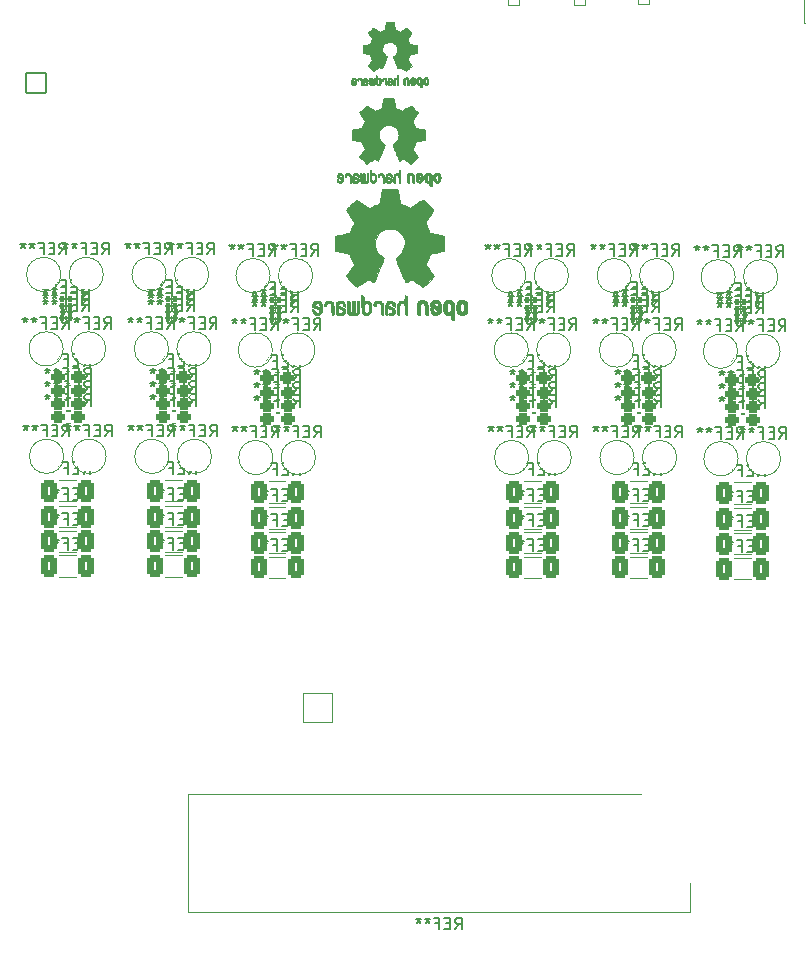
<source format=gbo>
G04 #@! TF.GenerationSoftware,KiCad,Pcbnew,(6.0.7)*
G04 #@! TF.CreationDate,2022-09-27T00:45:36+02:00*
G04 #@! TF.ProjectId,hamodule,68616d6f-6475-46c6-952e-6b696361645f,20220918.20*
G04 #@! TF.SameCoordinates,Original*
G04 #@! TF.FileFunction,Legend,Bot*
G04 #@! TF.FilePolarity,Positive*
%FSLAX46Y46*%
G04 Gerber Fmt 4.6, Leading zero omitted, Abs format (unit mm)*
G04 Created by KiCad (PCBNEW (6.0.7)) date 2022-09-27 00:45:36*
%MOMM*%
%LPD*%
G01*
G04 APERTURE LIST*
G04 Aperture macros list*
%AMRoundRect*
0 Rectangle with rounded corners*
0 $1 Rounding radius*
0 $2 $3 $4 $5 $6 $7 $8 $9 X,Y pos of 4 corners*
0 Add a 4 corners polygon primitive as box body*
4,1,4,$2,$3,$4,$5,$6,$7,$8,$9,$2,$3,0*
0 Add four circle primitives for the rounded corners*
1,1,$1+$1,$2,$3*
1,1,$1+$1,$4,$5*
1,1,$1+$1,$6,$7*
1,1,$1+$1,$8,$9*
0 Add four rect primitives between the rounded corners*
20,1,$1+$1,$2,$3,$4,$5,0*
20,1,$1+$1,$4,$5,$6,$7,0*
20,1,$1+$1,$6,$7,$8,$9,0*
20,1,$1+$1,$8,$9,$2,$3,0*%
G04 Aperture macros list end*
%ADD10C,0.150000*%
%ADD11C,0.120000*%
%ADD12C,0.010000*%
%ADD13RoundRect,0.050000X-1.250000X-1.250000X1.250000X-1.250000X1.250000X1.250000X-1.250000X1.250000X0*%
%ADD14RoundRect,0.050000X-0.500000X-0.500000X0.500000X-0.500000X0.500000X0.500000X-0.500000X0.500000X0*%
%ADD15C,3.600000*%
%ADD16C,2.700000*%
%ADD17RoundRect,0.050000X-0.850000X-0.850000X0.850000X-0.850000X0.850000X0.850000X-0.850000X0.850000X0*%
%ADD18O,1.800000X1.800000*%
%ADD19C,3.300000*%
%ADD20RoundRect,0.050000X0.850000X0.850000X-0.850000X0.850000X-0.850000X-0.850000X0.850000X-0.850000X0*%
%ADD21C,2.100000*%
%ADD22C,1.500000*%
%ADD23C,2.900000*%
%ADD24C,0.800000*%
%ADD25C,4.500000*%
%ADD26C,2.200000*%
%ADD27RoundRect,0.300000X0.412500X0.650000X-0.412500X0.650000X-0.412500X-0.650000X0.412500X-0.650000X0*%
%ADD28RoundRect,0.287500X0.300000X0.237500X-0.300000X0.237500X-0.300000X-0.237500X0.300000X-0.237500X0*%
%ADD29C,2.600000*%
%ADD30RoundRect,0.150000X0.130000X0.100000X-0.130000X0.100000X-0.130000X-0.100000X0.130000X-0.100000X0*%
G04 APERTURE END LIST*
D10*
X73533333Y-111852380D02*
X73866666Y-111376190D01*
X74104761Y-111852380D02*
X74104761Y-110852380D01*
X73723809Y-110852380D01*
X73628571Y-110900000D01*
X73580952Y-110947619D01*
X73533333Y-111042857D01*
X73533333Y-111185714D01*
X73580952Y-111280952D01*
X73628571Y-111328571D01*
X73723809Y-111376190D01*
X74104761Y-111376190D01*
X73104761Y-111328571D02*
X72771428Y-111328571D01*
X72628571Y-111852380D02*
X73104761Y-111852380D01*
X73104761Y-110852380D01*
X72628571Y-110852380D01*
X71866666Y-111328571D02*
X72200000Y-111328571D01*
X72200000Y-111852380D02*
X72200000Y-110852380D01*
X71723809Y-110852380D01*
X71200000Y-110852380D02*
X71200000Y-111090476D01*
X71438095Y-110995238D02*
X71200000Y-111090476D01*
X70961904Y-110995238D01*
X71342857Y-111280952D02*
X71200000Y-111090476D01*
X71057142Y-111280952D01*
X70438095Y-110852380D02*
X70438095Y-111090476D01*
X70676190Y-110995238D02*
X70438095Y-111090476D01*
X70200000Y-110995238D01*
X70580952Y-111280952D02*
X70438095Y-111090476D01*
X70295238Y-111280952D01*
X90370833Y-77702380D02*
X90704166Y-77226190D01*
X90942261Y-77702380D02*
X90942261Y-76702380D01*
X90561309Y-76702380D01*
X90466071Y-76750000D01*
X90418452Y-76797619D01*
X90370833Y-76892857D01*
X90370833Y-77035714D01*
X90418452Y-77130952D01*
X90466071Y-77178571D01*
X90561309Y-77226190D01*
X90942261Y-77226190D01*
X89942261Y-77178571D02*
X89608928Y-77178571D01*
X89466071Y-77702380D02*
X89942261Y-77702380D01*
X89942261Y-76702380D01*
X89466071Y-76702380D01*
X88704166Y-77178571D02*
X89037500Y-77178571D01*
X89037500Y-77702380D02*
X89037500Y-76702380D01*
X88561309Y-76702380D01*
X88037500Y-76702380D02*
X88037500Y-76940476D01*
X88275595Y-76845238D02*
X88037500Y-76940476D01*
X87799404Y-76845238D01*
X88180357Y-77130952D02*
X88037500Y-76940476D01*
X87894642Y-77130952D01*
X87275595Y-76702380D02*
X87275595Y-76940476D01*
X87513690Y-76845238D02*
X87275595Y-76940476D01*
X87037500Y-76845238D01*
X87418452Y-77130952D02*
X87275595Y-76940476D01*
X87132738Y-77130952D01*
X99208333Y-67722380D02*
X99541666Y-67246190D01*
X99779761Y-67722380D02*
X99779761Y-66722380D01*
X99398809Y-66722380D01*
X99303571Y-66770000D01*
X99255952Y-66817619D01*
X99208333Y-66912857D01*
X99208333Y-67055714D01*
X99255952Y-67150952D01*
X99303571Y-67198571D01*
X99398809Y-67246190D01*
X99779761Y-67246190D01*
X98779761Y-67198571D02*
X98446428Y-67198571D01*
X98303571Y-67722380D02*
X98779761Y-67722380D01*
X98779761Y-66722380D01*
X98303571Y-66722380D01*
X97541666Y-67198571D02*
X97875000Y-67198571D01*
X97875000Y-67722380D02*
X97875000Y-66722380D01*
X97398809Y-66722380D01*
X96875000Y-66722380D02*
X96875000Y-66960476D01*
X97113095Y-66865238D02*
X96875000Y-66960476D01*
X96636904Y-66865238D01*
X97017857Y-67150952D02*
X96875000Y-66960476D01*
X96732142Y-67150952D01*
X96113095Y-66722380D02*
X96113095Y-66960476D01*
X96351190Y-66865238D02*
X96113095Y-66960476D01*
X95875000Y-66865238D01*
X96255952Y-67150952D02*
X96113095Y-66960476D01*
X95970238Y-67150952D01*
X61553333Y-61104380D02*
X61886666Y-60628190D01*
X62124761Y-61104380D02*
X62124761Y-60104380D01*
X61743809Y-60104380D01*
X61648571Y-60152000D01*
X61600952Y-60199619D01*
X61553333Y-60294857D01*
X61553333Y-60437714D01*
X61600952Y-60532952D01*
X61648571Y-60580571D01*
X61743809Y-60628190D01*
X62124761Y-60628190D01*
X61124761Y-60580571D02*
X60791428Y-60580571D01*
X60648571Y-61104380D02*
X61124761Y-61104380D01*
X61124761Y-60104380D01*
X60648571Y-60104380D01*
X59886666Y-60580571D02*
X60220000Y-60580571D01*
X60220000Y-61104380D02*
X60220000Y-60104380D01*
X59743809Y-60104380D01*
X59220000Y-60104380D02*
X59220000Y-60342476D01*
X59458095Y-60247238D02*
X59220000Y-60342476D01*
X58981904Y-60247238D01*
X59362857Y-60532952D02*
X59220000Y-60342476D01*
X59077142Y-60532952D01*
X58458095Y-60104380D02*
X58458095Y-60342476D01*
X58696190Y-60247238D02*
X58458095Y-60342476D01*
X58220000Y-60247238D01*
X58600952Y-60532952D02*
X58458095Y-60342476D01*
X58315238Y-60532952D01*
X50873333Y-59002380D02*
X51206666Y-58526190D01*
X51444761Y-59002380D02*
X51444761Y-58002380D01*
X51063809Y-58002380D01*
X50968571Y-58050000D01*
X50920952Y-58097619D01*
X50873333Y-58192857D01*
X50873333Y-58335714D01*
X50920952Y-58430952D01*
X50968571Y-58478571D01*
X51063809Y-58526190D01*
X51444761Y-58526190D01*
X50444761Y-58478571D02*
X50111428Y-58478571D01*
X49968571Y-59002380D02*
X50444761Y-59002380D01*
X50444761Y-58002380D01*
X49968571Y-58002380D01*
X49206666Y-58478571D02*
X49540000Y-58478571D01*
X49540000Y-59002380D02*
X49540000Y-58002380D01*
X49063809Y-58002380D01*
X48540000Y-58002380D02*
X48540000Y-58240476D01*
X48778095Y-58145238D02*
X48540000Y-58240476D01*
X48301904Y-58145238D01*
X48682857Y-58430952D02*
X48540000Y-58240476D01*
X48397142Y-58430952D01*
X47778095Y-58002380D02*
X47778095Y-58240476D01*
X48016190Y-58145238D02*
X47778095Y-58240476D01*
X47540000Y-58145238D01*
X47920952Y-58430952D02*
X47778095Y-58240476D01*
X47635238Y-58430952D01*
X99170833Y-79902380D02*
X99504166Y-79426190D01*
X99742261Y-79902380D02*
X99742261Y-78902380D01*
X99361309Y-78902380D01*
X99266071Y-78950000D01*
X99218452Y-78997619D01*
X99170833Y-79092857D01*
X99170833Y-79235714D01*
X99218452Y-79330952D01*
X99266071Y-79378571D01*
X99361309Y-79426190D01*
X99742261Y-79426190D01*
X98742261Y-79378571D02*
X98408928Y-79378571D01*
X98266071Y-79902380D02*
X98742261Y-79902380D01*
X98742261Y-78902380D01*
X98266071Y-78902380D01*
X97504166Y-79378571D02*
X97837500Y-79378571D01*
X97837500Y-79902380D02*
X97837500Y-78902380D01*
X97361309Y-78902380D01*
X96837500Y-78902380D02*
X96837500Y-79140476D01*
X97075595Y-79045238D02*
X96837500Y-79140476D01*
X96599404Y-79045238D01*
X96980357Y-79330952D02*
X96837500Y-79140476D01*
X96694642Y-79330952D01*
X96075595Y-78902380D02*
X96075595Y-79140476D01*
X96313690Y-79045238D02*
X96075595Y-79140476D01*
X95837500Y-79045238D01*
X96218452Y-79330952D02*
X96075595Y-79140476D01*
X95932738Y-79330952D01*
X52553333Y-54704380D02*
X52886666Y-54228190D01*
X53124761Y-54704380D02*
X53124761Y-53704380D01*
X52743809Y-53704380D01*
X52648571Y-53752000D01*
X52600952Y-53799619D01*
X52553333Y-53894857D01*
X52553333Y-54037714D01*
X52600952Y-54132952D01*
X52648571Y-54180571D01*
X52743809Y-54228190D01*
X53124761Y-54228190D01*
X52124761Y-54180571D02*
X51791428Y-54180571D01*
X51648571Y-54704380D02*
X52124761Y-54704380D01*
X52124761Y-53704380D01*
X51648571Y-53704380D01*
X50886666Y-54180571D02*
X51220000Y-54180571D01*
X51220000Y-54704380D02*
X51220000Y-53704380D01*
X50743809Y-53704380D01*
X50220000Y-53704380D02*
X50220000Y-53942476D01*
X50458095Y-53847238D02*
X50220000Y-53942476D01*
X49981904Y-53847238D01*
X50362857Y-54132952D02*
X50220000Y-53942476D01*
X50077142Y-54132952D01*
X49458095Y-53704380D02*
X49458095Y-53942476D01*
X49696190Y-53847238D02*
X49458095Y-53942476D01*
X49220000Y-53847238D01*
X49600952Y-54132952D02*
X49458095Y-53942476D01*
X49315238Y-54132952D01*
X42108333Y-65322380D02*
X42441666Y-64846190D01*
X42679761Y-65322380D02*
X42679761Y-64322380D01*
X42298809Y-64322380D01*
X42203571Y-64370000D01*
X42155952Y-64417619D01*
X42108333Y-64512857D01*
X42108333Y-64655714D01*
X42155952Y-64750952D01*
X42203571Y-64798571D01*
X42298809Y-64846190D01*
X42679761Y-64846190D01*
X41679761Y-64798571D02*
X41346428Y-64798571D01*
X41203571Y-65322380D02*
X41679761Y-65322380D01*
X41679761Y-64322380D01*
X41203571Y-64322380D01*
X40441666Y-64798571D02*
X40775000Y-64798571D01*
X40775000Y-65322380D02*
X40775000Y-64322380D01*
X40298809Y-64322380D01*
X39775000Y-64322380D02*
X39775000Y-64560476D01*
X40013095Y-64465238D02*
X39775000Y-64560476D01*
X39536904Y-64465238D01*
X39917857Y-64750952D02*
X39775000Y-64560476D01*
X39632142Y-64750952D01*
X39013095Y-64322380D02*
X39013095Y-64560476D01*
X39251190Y-64465238D02*
X39013095Y-64560476D01*
X38775000Y-64465238D01*
X39155952Y-64750952D02*
X39013095Y-64560476D01*
X38870238Y-64750952D01*
X99208333Y-66622380D02*
X99541666Y-66146190D01*
X99779761Y-66622380D02*
X99779761Y-65622380D01*
X99398809Y-65622380D01*
X99303571Y-65670000D01*
X99255952Y-65717619D01*
X99208333Y-65812857D01*
X99208333Y-65955714D01*
X99255952Y-66050952D01*
X99303571Y-66098571D01*
X99398809Y-66146190D01*
X99779761Y-66146190D01*
X98779761Y-66098571D02*
X98446428Y-66098571D01*
X98303571Y-66622380D02*
X98779761Y-66622380D01*
X98779761Y-65622380D01*
X98303571Y-65622380D01*
X97541666Y-66098571D02*
X97875000Y-66098571D01*
X97875000Y-66622380D02*
X97875000Y-65622380D01*
X97398809Y-65622380D01*
X96875000Y-65622380D02*
X96875000Y-65860476D01*
X97113095Y-65765238D02*
X96875000Y-65860476D01*
X96636904Y-65765238D01*
X97017857Y-66050952D02*
X96875000Y-65860476D01*
X96732142Y-66050952D01*
X96113095Y-65622380D02*
X96113095Y-65860476D01*
X96351190Y-65765238D02*
X96113095Y-65860476D01*
X95875000Y-65765238D01*
X96255952Y-66050952D02*
X96113095Y-65860476D01*
X95970238Y-66050952D01*
X57990833Y-70204380D02*
X58324166Y-69728190D01*
X58562261Y-70204380D02*
X58562261Y-69204380D01*
X58181309Y-69204380D01*
X58086071Y-69252000D01*
X58038452Y-69299619D01*
X57990833Y-69394857D01*
X57990833Y-69537714D01*
X58038452Y-69632952D01*
X58086071Y-69680571D01*
X58181309Y-69728190D01*
X58562261Y-69728190D01*
X57562261Y-69680571D02*
X57228928Y-69680571D01*
X57086071Y-70204380D02*
X57562261Y-70204380D01*
X57562261Y-69204380D01*
X57086071Y-69204380D01*
X56324166Y-69680571D02*
X56657500Y-69680571D01*
X56657500Y-70204380D02*
X56657500Y-69204380D01*
X56181309Y-69204380D01*
X55657500Y-69204380D02*
X55657500Y-69442476D01*
X55895595Y-69347238D02*
X55657500Y-69442476D01*
X55419404Y-69347238D01*
X55800357Y-69632952D02*
X55657500Y-69442476D01*
X55514642Y-69632952D01*
X54895595Y-69204380D02*
X54895595Y-69442476D01*
X55133690Y-69347238D02*
X54895595Y-69442476D01*
X54657500Y-69347238D01*
X55038452Y-69632952D02*
X54895595Y-69442476D01*
X54752738Y-69632952D01*
X81450833Y-77702380D02*
X81784166Y-77226190D01*
X82022261Y-77702380D02*
X82022261Y-76702380D01*
X81641309Y-76702380D01*
X81546071Y-76750000D01*
X81498452Y-76797619D01*
X81450833Y-76892857D01*
X81450833Y-77035714D01*
X81498452Y-77130952D01*
X81546071Y-77178571D01*
X81641309Y-77226190D01*
X82022261Y-77226190D01*
X81022261Y-77178571D02*
X80688928Y-77178571D01*
X80546071Y-77702380D02*
X81022261Y-77702380D01*
X81022261Y-76702380D01*
X80546071Y-76702380D01*
X79784166Y-77178571D02*
X80117500Y-77178571D01*
X80117500Y-77702380D02*
X80117500Y-76702380D01*
X79641309Y-76702380D01*
X79117500Y-76702380D02*
X79117500Y-76940476D01*
X79355595Y-76845238D02*
X79117500Y-76940476D01*
X78879404Y-76845238D01*
X79260357Y-77130952D02*
X79117500Y-76940476D01*
X78974642Y-77130952D01*
X78355595Y-76702380D02*
X78355595Y-76940476D01*
X78593690Y-76845238D02*
X78355595Y-76940476D01*
X78117500Y-76845238D01*
X78498452Y-77130952D02*
X78355595Y-76940476D01*
X78212738Y-77130952D01*
X79413333Y-54804380D02*
X79746666Y-54328190D01*
X79984761Y-54804380D02*
X79984761Y-53804380D01*
X79603809Y-53804380D01*
X79508571Y-53852000D01*
X79460952Y-53899619D01*
X79413333Y-53994857D01*
X79413333Y-54137714D01*
X79460952Y-54232952D01*
X79508571Y-54280571D01*
X79603809Y-54328190D01*
X79984761Y-54328190D01*
X78984761Y-54280571D02*
X78651428Y-54280571D01*
X78508571Y-54804380D02*
X78984761Y-54804380D01*
X78984761Y-53804380D01*
X78508571Y-53804380D01*
X77746666Y-54280571D02*
X78080000Y-54280571D01*
X78080000Y-54804380D02*
X78080000Y-53804380D01*
X77603809Y-53804380D01*
X77080000Y-53804380D02*
X77080000Y-54042476D01*
X77318095Y-53947238D02*
X77080000Y-54042476D01*
X76841904Y-53947238D01*
X77222857Y-54232952D02*
X77080000Y-54042476D01*
X76937142Y-54232952D01*
X76318095Y-53804380D02*
X76318095Y-54042476D01*
X76556190Y-53947238D02*
X76318095Y-54042476D01*
X76080000Y-53947238D01*
X76460952Y-54232952D02*
X76318095Y-54042476D01*
X76175238Y-54232952D01*
X90253333Y-59102380D02*
X90586666Y-58626190D01*
X90824761Y-59102380D02*
X90824761Y-58102380D01*
X90443809Y-58102380D01*
X90348571Y-58150000D01*
X90300952Y-58197619D01*
X90253333Y-58292857D01*
X90253333Y-58435714D01*
X90300952Y-58530952D01*
X90348571Y-58578571D01*
X90443809Y-58626190D01*
X90824761Y-58626190D01*
X89824761Y-58578571D02*
X89491428Y-58578571D01*
X89348571Y-59102380D02*
X89824761Y-59102380D01*
X89824761Y-58102380D01*
X89348571Y-58102380D01*
X88586666Y-58578571D02*
X88920000Y-58578571D01*
X88920000Y-59102380D02*
X88920000Y-58102380D01*
X88443809Y-58102380D01*
X87920000Y-58102380D02*
X87920000Y-58340476D01*
X88158095Y-58245238D02*
X87920000Y-58340476D01*
X87681904Y-58245238D01*
X88062857Y-58530952D02*
X87920000Y-58340476D01*
X87777142Y-58530952D01*
X87158095Y-58102380D02*
X87158095Y-58340476D01*
X87396190Y-58245238D02*
X87158095Y-58340476D01*
X86920000Y-58245238D01*
X87300952Y-58530952D02*
X87158095Y-58340476D01*
X87015238Y-58530952D01*
X61353333Y-54804380D02*
X61686666Y-54328190D01*
X61924761Y-54804380D02*
X61924761Y-53804380D01*
X61543809Y-53804380D01*
X61448571Y-53852000D01*
X61400952Y-53899619D01*
X61353333Y-53994857D01*
X61353333Y-54137714D01*
X61400952Y-54232952D01*
X61448571Y-54280571D01*
X61543809Y-54328190D01*
X61924761Y-54328190D01*
X60924761Y-54280571D02*
X60591428Y-54280571D01*
X60448571Y-54804380D02*
X60924761Y-54804380D01*
X60924761Y-53804380D01*
X60448571Y-53804380D01*
X59686666Y-54280571D02*
X60020000Y-54280571D01*
X60020000Y-54804380D02*
X60020000Y-53804380D01*
X59543809Y-53804380D01*
X59020000Y-53804380D02*
X59020000Y-54042476D01*
X59258095Y-53947238D02*
X59020000Y-54042476D01*
X58781904Y-53947238D01*
X59162857Y-54232952D02*
X59020000Y-54042476D01*
X58877142Y-54232952D01*
X58258095Y-53804380D02*
X58258095Y-54042476D01*
X58496190Y-53947238D02*
X58258095Y-54042476D01*
X58020000Y-53947238D01*
X58400952Y-54232952D02*
X58258095Y-54042476D01*
X58115238Y-54232952D01*
X90233333Y-59602380D02*
X90566666Y-59126190D01*
X90804761Y-59602380D02*
X90804761Y-58602380D01*
X90423809Y-58602380D01*
X90328571Y-58650000D01*
X90280952Y-58697619D01*
X90233333Y-58792857D01*
X90233333Y-58935714D01*
X90280952Y-59030952D01*
X90328571Y-59078571D01*
X90423809Y-59126190D01*
X90804761Y-59126190D01*
X89804761Y-59078571D02*
X89471428Y-59078571D01*
X89328571Y-59602380D02*
X89804761Y-59602380D01*
X89804761Y-58602380D01*
X89328571Y-58602380D01*
X88566666Y-59078571D02*
X88900000Y-59078571D01*
X88900000Y-59602380D02*
X88900000Y-58602380D01*
X88423809Y-58602380D01*
X87900000Y-58602380D02*
X87900000Y-58840476D01*
X88138095Y-58745238D02*
X87900000Y-58840476D01*
X87661904Y-58745238D01*
X88042857Y-59030952D02*
X87900000Y-58840476D01*
X87757142Y-59030952D01*
X87138095Y-58602380D02*
X87138095Y-58840476D01*
X87376190Y-58745238D02*
X87138095Y-58840476D01*
X86900000Y-58745238D01*
X87280952Y-59030952D02*
X87138095Y-58840476D01*
X86995238Y-59030952D01*
X41933333Y-59502380D02*
X42266666Y-59026190D01*
X42504761Y-59502380D02*
X42504761Y-58502380D01*
X42123809Y-58502380D01*
X42028571Y-58550000D01*
X41980952Y-58597619D01*
X41933333Y-58692857D01*
X41933333Y-58835714D01*
X41980952Y-58930952D01*
X42028571Y-58978571D01*
X42123809Y-59026190D01*
X42504761Y-59026190D01*
X41504761Y-58978571D02*
X41171428Y-58978571D01*
X41028571Y-59502380D02*
X41504761Y-59502380D01*
X41504761Y-58502380D01*
X41028571Y-58502380D01*
X40266666Y-58978571D02*
X40600000Y-58978571D01*
X40600000Y-59502380D02*
X40600000Y-58502380D01*
X40123809Y-58502380D01*
X39600000Y-58502380D02*
X39600000Y-58740476D01*
X39838095Y-58645238D02*
X39600000Y-58740476D01*
X39361904Y-58645238D01*
X39742857Y-58930952D02*
X39600000Y-58740476D01*
X39457142Y-58930952D01*
X38838095Y-58502380D02*
X38838095Y-58740476D01*
X39076190Y-58645238D02*
X38838095Y-58740476D01*
X38600000Y-58645238D01*
X38980952Y-58930952D02*
X38838095Y-58740476D01*
X38695238Y-58930952D01*
X81450833Y-64222380D02*
X81784166Y-63746190D01*
X82022261Y-64222380D02*
X82022261Y-63222380D01*
X81641309Y-63222380D01*
X81546071Y-63270000D01*
X81498452Y-63317619D01*
X81450833Y-63412857D01*
X81450833Y-63555714D01*
X81498452Y-63650952D01*
X81546071Y-63698571D01*
X81641309Y-63746190D01*
X82022261Y-63746190D01*
X81022261Y-63698571D02*
X80688928Y-63698571D01*
X80546071Y-64222380D02*
X81022261Y-64222380D01*
X81022261Y-63222380D01*
X80546071Y-63222380D01*
X79784166Y-63698571D02*
X80117500Y-63698571D01*
X80117500Y-64222380D02*
X80117500Y-63222380D01*
X79641309Y-63222380D01*
X79117500Y-63222380D02*
X79117500Y-63460476D01*
X79355595Y-63365238D02*
X79117500Y-63460476D01*
X78879404Y-63365238D01*
X79260357Y-63650952D02*
X79117500Y-63460476D01*
X78974642Y-63650952D01*
X78355595Y-63222380D02*
X78355595Y-63460476D01*
X78593690Y-63365238D02*
X78355595Y-63460476D01*
X78117500Y-63365238D01*
X78498452Y-63650952D02*
X78355595Y-63460476D01*
X78212738Y-63650952D01*
X81450833Y-75602380D02*
X81784166Y-75126190D01*
X82022261Y-75602380D02*
X82022261Y-74602380D01*
X81641309Y-74602380D01*
X81546071Y-74650000D01*
X81498452Y-74697619D01*
X81450833Y-74792857D01*
X81450833Y-74935714D01*
X81498452Y-75030952D01*
X81546071Y-75078571D01*
X81641309Y-75126190D01*
X82022261Y-75126190D01*
X81022261Y-75078571D02*
X80688928Y-75078571D01*
X80546071Y-75602380D02*
X81022261Y-75602380D01*
X81022261Y-74602380D01*
X80546071Y-74602380D01*
X79784166Y-75078571D02*
X80117500Y-75078571D01*
X80117500Y-75602380D02*
X80117500Y-74602380D01*
X79641309Y-74602380D01*
X79117500Y-74602380D02*
X79117500Y-74840476D01*
X79355595Y-74745238D02*
X79117500Y-74840476D01*
X78879404Y-74745238D01*
X79260357Y-75030952D02*
X79117500Y-74840476D01*
X78974642Y-75030952D01*
X78355595Y-74602380D02*
X78355595Y-74840476D01*
X78593690Y-74745238D02*
X78355595Y-74840476D01*
X78117500Y-74745238D01*
X78498452Y-75030952D02*
X78355595Y-74840476D01*
X78212738Y-75030952D01*
X88533333Y-61104380D02*
X88866666Y-60628190D01*
X89104761Y-61104380D02*
X89104761Y-60104380D01*
X88723809Y-60104380D01*
X88628571Y-60152000D01*
X88580952Y-60199619D01*
X88533333Y-60294857D01*
X88533333Y-60437714D01*
X88580952Y-60532952D01*
X88628571Y-60580571D01*
X88723809Y-60628190D01*
X89104761Y-60628190D01*
X88104761Y-60580571D02*
X87771428Y-60580571D01*
X87628571Y-61104380D02*
X88104761Y-61104380D01*
X88104761Y-60104380D01*
X87628571Y-60104380D01*
X86866666Y-60580571D02*
X87200000Y-60580571D01*
X87200000Y-61104380D02*
X87200000Y-60104380D01*
X86723809Y-60104380D01*
X86200000Y-60104380D02*
X86200000Y-60342476D01*
X86438095Y-60247238D02*
X86200000Y-60342476D01*
X85961904Y-60247238D01*
X86342857Y-60532952D02*
X86200000Y-60342476D01*
X86057142Y-60532952D01*
X85438095Y-60104380D02*
X85438095Y-60342476D01*
X85676190Y-60247238D02*
X85438095Y-60342476D01*
X85200000Y-60247238D01*
X85580952Y-60532952D02*
X85438095Y-60342476D01*
X85295238Y-60532952D01*
X90370833Y-75602380D02*
X90704166Y-75126190D01*
X90942261Y-75602380D02*
X90942261Y-74602380D01*
X90561309Y-74602380D01*
X90466071Y-74650000D01*
X90418452Y-74697619D01*
X90370833Y-74792857D01*
X90370833Y-74935714D01*
X90418452Y-75030952D01*
X90466071Y-75078571D01*
X90561309Y-75126190D01*
X90942261Y-75126190D01*
X89942261Y-75078571D02*
X89608928Y-75078571D01*
X89466071Y-75602380D02*
X89942261Y-75602380D01*
X89942261Y-74602380D01*
X89466071Y-74602380D01*
X88704166Y-75078571D02*
X89037500Y-75078571D01*
X89037500Y-75602380D02*
X89037500Y-74602380D01*
X88561309Y-74602380D01*
X88037500Y-74602380D02*
X88037500Y-74840476D01*
X88275595Y-74745238D02*
X88037500Y-74840476D01*
X87799404Y-74745238D01*
X88180357Y-75030952D02*
X88037500Y-74840476D01*
X87894642Y-75030952D01*
X87275595Y-74602380D02*
X87275595Y-74840476D01*
X87513690Y-74745238D02*
X87275595Y-74840476D01*
X87037500Y-74745238D01*
X87418452Y-75030952D02*
X87275595Y-74840476D01*
X87132738Y-75030952D01*
X90370833Y-79802380D02*
X90704166Y-79326190D01*
X90942261Y-79802380D02*
X90942261Y-78802380D01*
X90561309Y-78802380D01*
X90466071Y-78850000D01*
X90418452Y-78897619D01*
X90370833Y-78992857D01*
X90370833Y-79135714D01*
X90418452Y-79230952D01*
X90466071Y-79278571D01*
X90561309Y-79326190D01*
X90942261Y-79326190D01*
X89942261Y-79278571D02*
X89608928Y-79278571D01*
X89466071Y-79802380D02*
X89942261Y-79802380D01*
X89942261Y-78802380D01*
X89466071Y-78802380D01*
X88704166Y-79278571D02*
X89037500Y-79278571D01*
X89037500Y-79802380D02*
X89037500Y-78802380D01*
X88561309Y-78802380D01*
X88037500Y-78802380D02*
X88037500Y-79040476D01*
X88275595Y-78945238D02*
X88037500Y-79040476D01*
X87799404Y-78945238D01*
X88180357Y-79230952D02*
X88037500Y-79040476D01*
X87894642Y-79230952D01*
X87275595Y-78802380D02*
X87275595Y-79040476D01*
X87513690Y-78945238D02*
X87275595Y-79040476D01*
X87037500Y-78945238D01*
X87418452Y-79230952D02*
X87275595Y-79040476D01*
X87132738Y-79230952D01*
X99208333Y-65522380D02*
X99541666Y-65046190D01*
X99779761Y-65522380D02*
X99779761Y-64522380D01*
X99398809Y-64522380D01*
X99303571Y-64570000D01*
X99255952Y-64617619D01*
X99208333Y-64712857D01*
X99208333Y-64855714D01*
X99255952Y-64950952D01*
X99303571Y-64998571D01*
X99398809Y-65046190D01*
X99779761Y-65046190D01*
X98779761Y-64998571D02*
X98446428Y-64998571D01*
X98303571Y-65522380D02*
X98779761Y-65522380D01*
X98779761Y-64522380D01*
X98303571Y-64522380D01*
X97541666Y-64998571D02*
X97875000Y-64998571D01*
X97875000Y-65522380D02*
X97875000Y-64522380D01*
X97398809Y-64522380D01*
X96875000Y-64522380D02*
X96875000Y-64760476D01*
X97113095Y-64665238D02*
X96875000Y-64760476D01*
X96636904Y-64665238D01*
X97017857Y-64950952D02*
X96875000Y-64760476D01*
X96732142Y-64950952D01*
X96113095Y-64522380D02*
X96113095Y-64760476D01*
X96351190Y-64665238D02*
X96113095Y-64760476D01*
X95875000Y-64665238D01*
X96255952Y-64950952D02*
X96113095Y-64760476D01*
X95970238Y-64950952D01*
X50990833Y-64122380D02*
X51324166Y-63646190D01*
X51562261Y-64122380D02*
X51562261Y-63122380D01*
X51181309Y-63122380D01*
X51086071Y-63170000D01*
X51038452Y-63217619D01*
X50990833Y-63312857D01*
X50990833Y-63455714D01*
X51038452Y-63550952D01*
X51086071Y-63598571D01*
X51181309Y-63646190D01*
X51562261Y-63646190D01*
X50562261Y-63598571D02*
X50228928Y-63598571D01*
X50086071Y-64122380D02*
X50562261Y-64122380D01*
X50562261Y-63122380D01*
X50086071Y-63122380D01*
X49324166Y-63598571D02*
X49657500Y-63598571D01*
X49657500Y-64122380D02*
X49657500Y-63122380D01*
X49181309Y-63122380D01*
X48657500Y-63122380D02*
X48657500Y-63360476D01*
X48895595Y-63265238D02*
X48657500Y-63360476D01*
X48419404Y-63265238D01*
X48800357Y-63550952D02*
X48657500Y-63360476D01*
X48514642Y-63550952D01*
X47895595Y-63122380D02*
X47895595Y-63360476D01*
X48133690Y-63265238D02*
X47895595Y-63360476D01*
X47657500Y-63265238D01*
X48038452Y-63550952D02*
X47895595Y-63360476D01*
X47752738Y-63550952D01*
X42070833Y-79702380D02*
X42404166Y-79226190D01*
X42642261Y-79702380D02*
X42642261Y-78702380D01*
X42261309Y-78702380D01*
X42166071Y-78750000D01*
X42118452Y-78797619D01*
X42070833Y-78892857D01*
X42070833Y-79035714D01*
X42118452Y-79130952D01*
X42166071Y-79178571D01*
X42261309Y-79226190D01*
X42642261Y-79226190D01*
X41642261Y-79178571D02*
X41308928Y-79178571D01*
X41166071Y-79702380D02*
X41642261Y-79702380D01*
X41642261Y-78702380D01*
X41166071Y-78702380D01*
X40404166Y-79178571D02*
X40737500Y-79178571D01*
X40737500Y-79702380D02*
X40737500Y-78702380D01*
X40261309Y-78702380D01*
X39737500Y-78702380D02*
X39737500Y-78940476D01*
X39975595Y-78845238D02*
X39737500Y-78940476D01*
X39499404Y-78845238D01*
X39880357Y-79130952D02*
X39737500Y-78940476D01*
X39594642Y-79130952D01*
X38975595Y-78702380D02*
X38975595Y-78940476D01*
X39213690Y-78845238D02*
X38975595Y-78940476D01*
X38737500Y-78845238D01*
X39118452Y-79130952D02*
X38975595Y-78940476D01*
X38832738Y-79130952D01*
X51028333Y-65322380D02*
X51361666Y-64846190D01*
X51599761Y-65322380D02*
X51599761Y-64322380D01*
X51218809Y-64322380D01*
X51123571Y-64370000D01*
X51075952Y-64417619D01*
X51028333Y-64512857D01*
X51028333Y-64655714D01*
X51075952Y-64750952D01*
X51123571Y-64798571D01*
X51218809Y-64846190D01*
X51599761Y-64846190D01*
X50599761Y-64798571D02*
X50266428Y-64798571D01*
X50123571Y-65322380D02*
X50599761Y-65322380D01*
X50599761Y-64322380D01*
X50123571Y-64322380D01*
X49361666Y-64798571D02*
X49695000Y-64798571D01*
X49695000Y-65322380D02*
X49695000Y-64322380D01*
X49218809Y-64322380D01*
X48695000Y-64322380D02*
X48695000Y-64560476D01*
X48933095Y-64465238D02*
X48695000Y-64560476D01*
X48456904Y-64465238D01*
X48837857Y-64750952D02*
X48695000Y-64560476D01*
X48552142Y-64750952D01*
X47933095Y-64322380D02*
X47933095Y-64560476D01*
X48171190Y-64465238D02*
X47933095Y-64560476D01*
X47695000Y-64465238D01*
X48075952Y-64750952D02*
X47933095Y-64560476D01*
X47790238Y-64750952D01*
X40233333Y-61004380D02*
X40566666Y-60528190D01*
X40804761Y-61004380D02*
X40804761Y-60004380D01*
X40423809Y-60004380D01*
X40328571Y-60052000D01*
X40280952Y-60099619D01*
X40233333Y-60194857D01*
X40233333Y-60337714D01*
X40280952Y-60432952D01*
X40328571Y-60480571D01*
X40423809Y-60528190D01*
X40804761Y-60528190D01*
X39804761Y-60480571D02*
X39471428Y-60480571D01*
X39328571Y-61004380D02*
X39804761Y-61004380D01*
X39804761Y-60004380D01*
X39328571Y-60004380D01*
X38566666Y-60480571D02*
X38900000Y-60480571D01*
X38900000Y-61004380D02*
X38900000Y-60004380D01*
X38423809Y-60004380D01*
X37900000Y-60004380D02*
X37900000Y-60242476D01*
X38138095Y-60147238D02*
X37900000Y-60242476D01*
X37661904Y-60147238D01*
X38042857Y-60432952D02*
X37900000Y-60242476D01*
X37757142Y-60432952D01*
X37138095Y-60004380D02*
X37138095Y-60242476D01*
X37376190Y-60147238D02*
X37138095Y-60242476D01*
X36900000Y-60147238D01*
X37280952Y-60432952D02*
X37138095Y-60242476D01*
X36995238Y-60432952D01*
X59673333Y-59102380D02*
X60006666Y-58626190D01*
X60244761Y-59102380D02*
X60244761Y-58102380D01*
X59863809Y-58102380D01*
X59768571Y-58150000D01*
X59720952Y-58197619D01*
X59673333Y-58292857D01*
X59673333Y-58435714D01*
X59720952Y-58530952D01*
X59768571Y-58578571D01*
X59863809Y-58626190D01*
X60244761Y-58626190D01*
X59244761Y-58578571D02*
X58911428Y-58578571D01*
X58768571Y-59102380D02*
X59244761Y-59102380D01*
X59244761Y-58102380D01*
X58768571Y-58102380D01*
X58006666Y-58578571D02*
X58340000Y-58578571D01*
X58340000Y-59102380D02*
X58340000Y-58102380D01*
X57863809Y-58102380D01*
X57340000Y-58102380D02*
X57340000Y-58340476D01*
X57578095Y-58245238D02*
X57340000Y-58340476D01*
X57101904Y-58245238D01*
X57482857Y-58530952D02*
X57340000Y-58340476D01*
X57197142Y-58530952D01*
X56578095Y-58102380D02*
X56578095Y-58340476D01*
X56816190Y-58245238D02*
X56578095Y-58340476D01*
X56340000Y-58245238D01*
X56720952Y-58530952D02*
X56578095Y-58340476D01*
X56435238Y-58530952D01*
X59790833Y-79802380D02*
X60124166Y-79326190D01*
X60362261Y-79802380D02*
X60362261Y-78802380D01*
X59981309Y-78802380D01*
X59886071Y-78850000D01*
X59838452Y-78897619D01*
X59790833Y-78992857D01*
X59790833Y-79135714D01*
X59838452Y-79230952D01*
X59886071Y-79278571D01*
X59981309Y-79326190D01*
X60362261Y-79326190D01*
X59362261Y-79278571D02*
X59028928Y-79278571D01*
X58886071Y-79802380D02*
X59362261Y-79802380D01*
X59362261Y-78802380D01*
X58886071Y-78802380D01*
X58124166Y-79278571D02*
X58457500Y-79278571D01*
X58457500Y-79802380D02*
X58457500Y-78802380D01*
X57981309Y-78802380D01*
X57457500Y-78802380D02*
X57457500Y-79040476D01*
X57695595Y-78945238D02*
X57457500Y-79040476D01*
X57219404Y-78945238D01*
X57600357Y-79230952D02*
X57457500Y-79040476D01*
X57314642Y-79230952D01*
X56695595Y-78802380D02*
X56695595Y-79040476D01*
X56933690Y-78945238D02*
X56695595Y-79040476D01*
X56457500Y-78945238D01*
X56838452Y-79230952D02*
X56695595Y-79040476D01*
X56552738Y-79230952D01*
X59790833Y-75602380D02*
X60124166Y-75126190D01*
X60362261Y-75602380D02*
X60362261Y-74602380D01*
X59981309Y-74602380D01*
X59886071Y-74650000D01*
X59838452Y-74697619D01*
X59790833Y-74792857D01*
X59790833Y-74935714D01*
X59838452Y-75030952D01*
X59886071Y-75078571D01*
X59981309Y-75126190D01*
X60362261Y-75126190D01*
X59362261Y-75078571D02*
X59028928Y-75078571D01*
X58886071Y-75602380D02*
X59362261Y-75602380D01*
X59362261Y-74602380D01*
X58886071Y-74602380D01*
X58124166Y-75078571D02*
X58457500Y-75078571D01*
X58457500Y-75602380D02*
X58457500Y-74602380D01*
X57981309Y-74602380D01*
X57457500Y-74602380D02*
X57457500Y-74840476D01*
X57695595Y-74745238D02*
X57457500Y-74840476D01*
X57219404Y-74745238D01*
X57600357Y-75030952D02*
X57457500Y-74840476D01*
X57314642Y-75030952D01*
X56695595Y-74602380D02*
X56695595Y-74840476D01*
X56933690Y-74745238D02*
X56695595Y-74840476D01*
X56457500Y-74745238D01*
X56838452Y-75030952D02*
X56695595Y-74840476D01*
X56552738Y-75030952D01*
X100733333Y-54904380D02*
X101066666Y-54428190D01*
X101304761Y-54904380D02*
X101304761Y-53904380D01*
X100923809Y-53904380D01*
X100828571Y-53952000D01*
X100780952Y-53999619D01*
X100733333Y-54094857D01*
X100733333Y-54237714D01*
X100780952Y-54332952D01*
X100828571Y-54380571D01*
X100923809Y-54428190D01*
X101304761Y-54428190D01*
X100304761Y-54380571D02*
X99971428Y-54380571D01*
X99828571Y-54904380D02*
X100304761Y-54904380D01*
X100304761Y-53904380D01*
X99828571Y-53904380D01*
X99066666Y-54380571D02*
X99400000Y-54380571D01*
X99400000Y-54904380D02*
X99400000Y-53904380D01*
X98923809Y-53904380D01*
X98400000Y-53904380D02*
X98400000Y-54142476D01*
X98638095Y-54047238D02*
X98400000Y-54142476D01*
X98161904Y-54047238D01*
X98542857Y-54332952D02*
X98400000Y-54142476D01*
X98257142Y-54332952D01*
X97638095Y-53904380D02*
X97638095Y-54142476D01*
X97876190Y-54047238D02*
X97638095Y-54142476D01*
X97400000Y-54047238D01*
X97780952Y-54332952D02*
X97638095Y-54142476D01*
X97495238Y-54332952D01*
X41933333Y-57902380D02*
X42266666Y-57426190D01*
X42504761Y-57902380D02*
X42504761Y-56902380D01*
X42123809Y-56902380D01*
X42028571Y-56950000D01*
X41980952Y-56997619D01*
X41933333Y-57092857D01*
X41933333Y-57235714D01*
X41980952Y-57330952D01*
X42028571Y-57378571D01*
X42123809Y-57426190D01*
X42504761Y-57426190D01*
X41504761Y-57378571D02*
X41171428Y-57378571D01*
X41028571Y-57902380D02*
X41504761Y-57902380D01*
X41504761Y-56902380D01*
X41028571Y-56902380D01*
X40266666Y-57378571D02*
X40600000Y-57378571D01*
X40600000Y-57902380D02*
X40600000Y-56902380D01*
X40123809Y-56902380D01*
X39600000Y-56902380D02*
X39600000Y-57140476D01*
X39838095Y-57045238D02*
X39600000Y-57140476D01*
X39361904Y-57045238D01*
X39742857Y-57330952D02*
X39600000Y-57140476D01*
X39457142Y-57330952D01*
X38838095Y-56902380D02*
X38838095Y-57140476D01*
X39076190Y-57045238D02*
X38838095Y-57140476D01*
X38600000Y-57045238D01*
X38980952Y-57330952D02*
X38838095Y-57140476D01*
X38695238Y-57330952D01*
X99170833Y-64322380D02*
X99504166Y-63846190D01*
X99742261Y-64322380D02*
X99742261Y-63322380D01*
X99361309Y-63322380D01*
X99266071Y-63370000D01*
X99218452Y-63417619D01*
X99170833Y-63512857D01*
X99170833Y-63655714D01*
X99218452Y-63750952D01*
X99266071Y-63798571D01*
X99361309Y-63846190D01*
X99742261Y-63846190D01*
X98742261Y-63798571D02*
X98408928Y-63798571D01*
X98266071Y-64322380D02*
X98742261Y-64322380D01*
X98742261Y-63322380D01*
X98266071Y-63322380D01*
X97504166Y-63798571D02*
X97837500Y-63798571D01*
X97837500Y-64322380D02*
X97837500Y-63322380D01*
X97361309Y-63322380D01*
X96837500Y-63322380D02*
X96837500Y-63560476D01*
X97075595Y-63465238D02*
X96837500Y-63560476D01*
X96599404Y-63465238D01*
X96980357Y-63750952D02*
X96837500Y-63560476D01*
X96694642Y-63750952D01*
X96075595Y-63322380D02*
X96075595Y-63560476D01*
X96313690Y-63465238D02*
X96075595Y-63560476D01*
X95837500Y-63465238D01*
X96218452Y-63750952D02*
X96075595Y-63560476D01*
X95932738Y-63750952D01*
X99033333Y-58702380D02*
X99366666Y-58226190D01*
X99604761Y-58702380D02*
X99604761Y-57702380D01*
X99223809Y-57702380D01*
X99128571Y-57750000D01*
X99080952Y-57797619D01*
X99033333Y-57892857D01*
X99033333Y-58035714D01*
X99080952Y-58130952D01*
X99128571Y-58178571D01*
X99223809Y-58226190D01*
X99604761Y-58226190D01*
X98604761Y-58178571D02*
X98271428Y-58178571D01*
X98128571Y-58702380D02*
X98604761Y-58702380D01*
X98604761Y-57702380D01*
X98128571Y-57702380D01*
X97366666Y-58178571D02*
X97700000Y-58178571D01*
X97700000Y-58702380D02*
X97700000Y-57702380D01*
X97223809Y-57702380D01*
X96700000Y-57702380D02*
X96700000Y-57940476D01*
X96938095Y-57845238D02*
X96700000Y-57940476D01*
X96461904Y-57845238D01*
X96842857Y-58130952D02*
X96700000Y-57940476D01*
X96557142Y-58130952D01*
X95938095Y-57702380D02*
X95938095Y-57940476D01*
X96176190Y-57845238D02*
X95938095Y-57940476D01*
X95700000Y-57845238D01*
X96080952Y-58130952D02*
X95938095Y-57940476D01*
X95795238Y-58130952D01*
X59790833Y-77702380D02*
X60124166Y-77226190D01*
X60362261Y-77702380D02*
X60362261Y-76702380D01*
X59981309Y-76702380D01*
X59886071Y-76750000D01*
X59838452Y-76797619D01*
X59790833Y-76892857D01*
X59790833Y-77035714D01*
X59838452Y-77130952D01*
X59886071Y-77178571D01*
X59981309Y-77226190D01*
X60362261Y-77226190D01*
X59362261Y-77178571D02*
X59028928Y-77178571D01*
X58886071Y-77702380D02*
X59362261Y-77702380D01*
X59362261Y-76702380D01*
X58886071Y-76702380D01*
X58124166Y-77178571D02*
X58457500Y-77178571D01*
X58457500Y-77702380D02*
X58457500Y-76702380D01*
X57981309Y-76702380D01*
X57457500Y-76702380D02*
X57457500Y-76940476D01*
X57695595Y-76845238D02*
X57457500Y-76940476D01*
X57219404Y-76845238D01*
X57600357Y-77130952D02*
X57457500Y-76940476D01*
X57314642Y-77130952D01*
X56695595Y-76702380D02*
X56695595Y-76940476D01*
X56933690Y-76845238D02*
X56695595Y-76940476D01*
X56457500Y-76845238D01*
X56838452Y-77130952D02*
X56695595Y-76940476D01*
X56552738Y-77130952D01*
X99033333Y-58102380D02*
X99366666Y-57626190D01*
X99604761Y-58102380D02*
X99604761Y-57102380D01*
X99223809Y-57102380D01*
X99128571Y-57150000D01*
X99080952Y-57197619D01*
X99033333Y-57292857D01*
X99033333Y-57435714D01*
X99080952Y-57530952D01*
X99128571Y-57578571D01*
X99223809Y-57626190D01*
X99604761Y-57626190D01*
X98604761Y-57578571D02*
X98271428Y-57578571D01*
X98128571Y-58102380D02*
X98604761Y-58102380D01*
X98604761Y-57102380D01*
X98128571Y-57102380D01*
X97366666Y-57578571D02*
X97700000Y-57578571D01*
X97700000Y-58102380D02*
X97700000Y-57102380D01*
X97223809Y-57102380D01*
X96700000Y-57102380D02*
X96700000Y-57340476D01*
X96938095Y-57245238D02*
X96700000Y-57340476D01*
X96461904Y-57245238D01*
X96842857Y-57530952D02*
X96700000Y-57340476D01*
X96557142Y-57530952D01*
X95938095Y-57102380D02*
X95938095Y-57340476D01*
X96176190Y-57245238D02*
X95938095Y-57340476D01*
X95700000Y-57245238D01*
X96080952Y-57530952D02*
X95938095Y-57340476D01*
X95795238Y-57530952D01*
X50853333Y-57902380D02*
X51186666Y-57426190D01*
X51424761Y-57902380D02*
X51424761Y-56902380D01*
X51043809Y-56902380D01*
X50948571Y-56950000D01*
X50900952Y-56997619D01*
X50853333Y-57092857D01*
X50853333Y-57235714D01*
X50900952Y-57330952D01*
X50948571Y-57378571D01*
X51043809Y-57426190D01*
X51424761Y-57426190D01*
X50424761Y-57378571D02*
X50091428Y-57378571D01*
X49948571Y-57902380D02*
X50424761Y-57902380D01*
X50424761Y-56902380D01*
X49948571Y-56902380D01*
X49186666Y-57378571D02*
X49520000Y-57378571D01*
X49520000Y-57902380D02*
X49520000Y-56902380D01*
X49043809Y-56902380D01*
X48520000Y-56902380D02*
X48520000Y-57140476D01*
X48758095Y-57045238D02*
X48520000Y-57140476D01*
X48281904Y-57045238D01*
X48662857Y-57330952D02*
X48520000Y-57140476D01*
X48377142Y-57330952D01*
X47758095Y-56902380D02*
X47758095Y-57140476D01*
X47996190Y-57045238D02*
X47758095Y-57140476D01*
X47520000Y-57045238D01*
X47900952Y-57330952D02*
X47758095Y-57140476D01*
X47615238Y-57330952D01*
X42108333Y-67522380D02*
X42441666Y-67046190D01*
X42679761Y-67522380D02*
X42679761Y-66522380D01*
X42298809Y-66522380D01*
X42203571Y-66570000D01*
X42155952Y-66617619D01*
X42108333Y-66712857D01*
X42108333Y-66855714D01*
X42155952Y-66950952D01*
X42203571Y-66998571D01*
X42298809Y-67046190D01*
X42679761Y-67046190D01*
X41679761Y-66998571D02*
X41346428Y-66998571D01*
X41203571Y-67522380D02*
X41679761Y-67522380D01*
X41679761Y-66522380D01*
X41203571Y-66522380D01*
X40441666Y-66998571D02*
X40775000Y-66998571D01*
X40775000Y-67522380D02*
X40775000Y-66522380D01*
X40298809Y-66522380D01*
X39775000Y-66522380D02*
X39775000Y-66760476D01*
X40013095Y-66665238D02*
X39775000Y-66760476D01*
X39536904Y-66665238D01*
X39917857Y-66950952D02*
X39775000Y-66760476D01*
X39632142Y-66950952D01*
X39013095Y-66522380D02*
X39013095Y-66760476D01*
X39251190Y-66665238D02*
X39013095Y-66760476D01*
X38775000Y-66665238D01*
X39155952Y-66950952D02*
X39013095Y-66760476D01*
X38870238Y-66950952D01*
X81450833Y-73402380D02*
X81784166Y-72926190D01*
X82022261Y-73402380D02*
X82022261Y-72402380D01*
X81641309Y-72402380D01*
X81546071Y-72450000D01*
X81498452Y-72497619D01*
X81450833Y-72592857D01*
X81450833Y-72735714D01*
X81498452Y-72830952D01*
X81546071Y-72878571D01*
X81641309Y-72926190D01*
X82022261Y-72926190D01*
X81022261Y-72878571D02*
X80688928Y-72878571D01*
X80546071Y-73402380D02*
X81022261Y-73402380D01*
X81022261Y-72402380D01*
X80546071Y-72402380D01*
X79784166Y-72878571D02*
X80117500Y-72878571D01*
X80117500Y-73402380D02*
X80117500Y-72402380D01*
X79641309Y-72402380D01*
X79117500Y-72402380D02*
X79117500Y-72640476D01*
X79355595Y-72545238D02*
X79117500Y-72640476D01*
X78879404Y-72545238D01*
X79260357Y-72830952D02*
X79117500Y-72640476D01*
X78974642Y-72830952D01*
X78355595Y-72402380D02*
X78355595Y-72640476D01*
X78593690Y-72545238D02*
X78355595Y-72640476D01*
X78117500Y-72545238D01*
X78498452Y-72830952D02*
X78355595Y-72640476D01*
X78212738Y-72830952D01*
X97370833Y-70304380D02*
X97704166Y-69828190D01*
X97942261Y-70304380D02*
X97942261Y-69304380D01*
X97561309Y-69304380D01*
X97466071Y-69352000D01*
X97418452Y-69399619D01*
X97370833Y-69494857D01*
X97370833Y-69637714D01*
X97418452Y-69732952D01*
X97466071Y-69780571D01*
X97561309Y-69828190D01*
X97942261Y-69828190D01*
X96942261Y-69780571D02*
X96608928Y-69780571D01*
X96466071Y-70304380D02*
X96942261Y-70304380D01*
X96942261Y-69304380D01*
X96466071Y-69304380D01*
X95704166Y-69780571D02*
X96037500Y-69780571D01*
X96037500Y-70304380D02*
X96037500Y-69304380D01*
X95561309Y-69304380D01*
X95037500Y-69304380D02*
X95037500Y-69542476D01*
X95275595Y-69447238D02*
X95037500Y-69542476D01*
X94799404Y-69447238D01*
X95180357Y-69732952D02*
X95037500Y-69542476D01*
X94894642Y-69732952D01*
X94275595Y-69304380D02*
X94275595Y-69542476D01*
X94513690Y-69447238D02*
X94275595Y-69542476D01*
X94037500Y-69447238D01*
X94418452Y-69732952D02*
X94275595Y-69542476D01*
X94132738Y-69732952D01*
X50990833Y-79702380D02*
X51324166Y-79226190D01*
X51562261Y-79702380D02*
X51562261Y-78702380D01*
X51181309Y-78702380D01*
X51086071Y-78750000D01*
X51038452Y-78797619D01*
X50990833Y-78892857D01*
X50990833Y-79035714D01*
X51038452Y-79130952D01*
X51086071Y-79178571D01*
X51181309Y-79226190D01*
X51562261Y-79226190D01*
X50562261Y-79178571D02*
X50228928Y-79178571D01*
X50086071Y-79702380D02*
X50562261Y-79702380D01*
X50562261Y-78702380D01*
X50086071Y-78702380D01*
X49324166Y-79178571D02*
X49657500Y-79178571D01*
X49657500Y-79702380D02*
X49657500Y-78702380D01*
X49181309Y-78702380D01*
X48657500Y-78702380D02*
X48657500Y-78940476D01*
X48895595Y-78845238D02*
X48657500Y-78940476D01*
X48419404Y-78845238D01*
X48800357Y-79130952D02*
X48657500Y-78940476D01*
X48514642Y-79130952D01*
X47895595Y-78702380D02*
X47895595Y-78940476D01*
X48133690Y-78845238D02*
X47895595Y-78940476D01*
X47657500Y-78845238D01*
X48038452Y-79130952D02*
X47895595Y-78940476D01*
X47752738Y-79130952D01*
X90408333Y-67622380D02*
X90741666Y-67146190D01*
X90979761Y-67622380D02*
X90979761Y-66622380D01*
X90598809Y-66622380D01*
X90503571Y-66670000D01*
X90455952Y-66717619D01*
X90408333Y-66812857D01*
X90408333Y-66955714D01*
X90455952Y-67050952D01*
X90503571Y-67098571D01*
X90598809Y-67146190D01*
X90979761Y-67146190D01*
X89979761Y-67098571D02*
X89646428Y-67098571D01*
X89503571Y-67622380D02*
X89979761Y-67622380D01*
X89979761Y-66622380D01*
X89503571Y-66622380D01*
X88741666Y-67098571D02*
X89075000Y-67098571D01*
X89075000Y-67622380D02*
X89075000Y-66622380D01*
X88598809Y-66622380D01*
X88075000Y-66622380D02*
X88075000Y-66860476D01*
X88313095Y-66765238D02*
X88075000Y-66860476D01*
X87836904Y-66765238D01*
X88217857Y-67050952D02*
X88075000Y-66860476D01*
X87932142Y-67050952D01*
X87313095Y-66622380D02*
X87313095Y-66860476D01*
X87551190Y-66765238D02*
X87313095Y-66860476D01*
X87075000Y-66765238D01*
X87455952Y-67050952D02*
X87313095Y-66860476D01*
X87170238Y-67050952D01*
X90370833Y-73402380D02*
X90704166Y-72926190D01*
X90942261Y-73402380D02*
X90942261Y-72402380D01*
X90561309Y-72402380D01*
X90466071Y-72450000D01*
X90418452Y-72497619D01*
X90370833Y-72592857D01*
X90370833Y-72735714D01*
X90418452Y-72830952D01*
X90466071Y-72878571D01*
X90561309Y-72926190D01*
X90942261Y-72926190D01*
X89942261Y-72878571D02*
X89608928Y-72878571D01*
X89466071Y-73402380D02*
X89942261Y-73402380D01*
X89942261Y-72402380D01*
X89466071Y-72402380D01*
X88704166Y-72878571D02*
X89037500Y-72878571D01*
X89037500Y-73402380D02*
X89037500Y-72402380D01*
X88561309Y-72402380D01*
X88037500Y-72402380D02*
X88037500Y-72640476D01*
X88275595Y-72545238D02*
X88037500Y-72640476D01*
X87799404Y-72545238D01*
X88180357Y-72830952D02*
X88037500Y-72640476D01*
X87894642Y-72830952D01*
X87275595Y-72402380D02*
X87275595Y-72640476D01*
X87513690Y-72545238D02*
X87275595Y-72640476D01*
X87037500Y-72545238D01*
X87418452Y-72830952D02*
X87275595Y-72640476D01*
X87132738Y-72830952D01*
X50990833Y-77602380D02*
X51324166Y-77126190D01*
X51562261Y-77602380D02*
X51562261Y-76602380D01*
X51181309Y-76602380D01*
X51086071Y-76650000D01*
X51038452Y-76697619D01*
X50990833Y-76792857D01*
X50990833Y-76935714D01*
X51038452Y-77030952D01*
X51086071Y-77078571D01*
X51181309Y-77126190D01*
X51562261Y-77126190D01*
X50562261Y-77078571D02*
X50228928Y-77078571D01*
X50086071Y-77602380D02*
X50562261Y-77602380D01*
X50562261Y-76602380D01*
X50086071Y-76602380D01*
X49324166Y-77078571D02*
X49657500Y-77078571D01*
X49657500Y-77602380D02*
X49657500Y-76602380D01*
X49181309Y-76602380D01*
X48657500Y-76602380D02*
X48657500Y-76840476D01*
X48895595Y-76745238D02*
X48657500Y-76840476D01*
X48419404Y-76745238D01*
X48800357Y-77030952D02*
X48657500Y-76840476D01*
X48514642Y-77030952D01*
X47895595Y-76602380D02*
X47895595Y-76840476D01*
X48133690Y-76745238D02*
X47895595Y-76840476D01*
X47657500Y-76745238D01*
X48038452Y-77030952D02*
X47895595Y-76840476D01*
X47752738Y-77030952D01*
X59653333Y-58602380D02*
X59986666Y-58126190D01*
X60224761Y-58602380D02*
X60224761Y-57602380D01*
X59843809Y-57602380D01*
X59748571Y-57650000D01*
X59700952Y-57697619D01*
X59653333Y-57792857D01*
X59653333Y-57935714D01*
X59700952Y-58030952D01*
X59748571Y-58078571D01*
X59843809Y-58126190D01*
X60224761Y-58126190D01*
X59224761Y-58078571D02*
X58891428Y-58078571D01*
X58748571Y-58602380D02*
X59224761Y-58602380D01*
X59224761Y-57602380D01*
X58748571Y-57602380D01*
X57986666Y-58078571D02*
X58320000Y-58078571D01*
X58320000Y-58602380D02*
X58320000Y-57602380D01*
X57843809Y-57602380D01*
X57320000Y-57602380D02*
X57320000Y-57840476D01*
X57558095Y-57745238D02*
X57320000Y-57840476D01*
X57081904Y-57745238D01*
X57462857Y-58030952D02*
X57320000Y-57840476D01*
X57177142Y-58030952D01*
X56558095Y-57602380D02*
X56558095Y-57840476D01*
X56796190Y-57745238D02*
X56558095Y-57840476D01*
X56320000Y-57745238D01*
X56700952Y-58030952D02*
X56558095Y-57840476D01*
X56415238Y-58030952D01*
X81313333Y-58602380D02*
X81646666Y-58126190D01*
X81884761Y-58602380D02*
X81884761Y-57602380D01*
X81503809Y-57602380D01*
X81408571Y-57650000D01*
X81360952Y-57697619D01*
X81313333Y-57792857D01*
X81313333Y-57935714D01*
X81360952Y-58030952D01*
X81408571Y-58078571D01*
X81503809Y-58126190D01*
X81884761Y-58126190D01*
X80884761Y-58078571D02*
X80551428Y-58078571D01*
X80408571Y-58602380D02*
X80884761Y-58602380D01*
X80884761Y-57602380D01*
X80408571Y-57602380D01*
X79646666Y-58078571D02*
X79980000Y-58078571D01*
X79980000Y-58602380D02*
X79980000Y-57602380D01*
X79503809Y-57602380D01*
X78980000Y-57602380D02*
X78980000Y-57840476D01*
X79218095Y-57745238D02*
X78980000Y-57840476D01*
X78741904Y-57745238D01*
X79122857Y-58030952D02*
X78980000Y-57840476D01*
X78837142Y-58030952D01*
X78218095Y-57602380D02*
X78218095Y-57840476D01*
X78456190Y-57745238D02*
X78218095Y-57840476D01*
X77980000Y-57745238D01*
X78360952Y-58030952D02*
X78218095Y-57840476D01*
X78075238Y-58030952D01*
X61590833Y-70204380D02*
X61924166Y-69728190D01*
X62162261Y-70204380D02*
X62162261Y-69204380D01*
X61781309Y-69204380D01*
X61686071Y-69252000D01*
X61638452Y-69299619D01*
X61590833Y-69394857D01*
X61590833Y-69537714D01*
X61638452Y-69632952D01*
X61686071Y-69680571D01*
X61781309Y-69728190D01*
X62162261Y-69728190D01*
X61162261Y-69680571D02*
X60828928Y-69680571D01*
X60686071Y-70204380D02*
X61162261Y-70204380D01*
X61162261Y-69204380D01*
X60686071Y-69204380D01*
X59924166Y-69680571D02*
X60257500Y-69680571D01*
X60257500Y-70204380D02*
X60257500Y-69204380D01*
X59781309Y-69204380D01*
X59257500Y-69204380D02*
X59257500Y-69442476D01*
X59495595Y-69347238D02*
X59257500Y-69442476D01*
X59019404Y-69347238D01*
X59400357Y-69632952D02*
X59257500Y-69442476D01*
X59114642Y-69632952D01*
X58495595Y-69204380D02*
X58495595Y-69442476D01*
X58733690Y-69347238D02*
X58495595Y-69442476D01*
X58257500Y-69347238D01*
X58638452Y-69632952D02*
X58495595Y-69442476D01*
X58352738Y-69632952D01*
X88333333Y-54804380D02*
X88666666Y-54328190D01*
X88904761Y-54804380D02*
X88904761Y-53804380D01*
X88523809Y-53804380D01*
X88428571Y-53852000D01*
X88380952Y-53899619D01*
X88333333Y-53994857D01*
X88333333Y-54137714D01*
X88380952Y-54232952D01*
X88428571Y-54280571D01*
X88523809Y-54328190D01*
X88904761Y-54328190D01*
X87904761Y-54280571D02*
X87571428Y-54280571D01*
X87428571Y-54804380D02*
X87904761Y-54804380D01*
X87904761Y-53804380D01*
X87428571Y-53804380D01*
X86666666Y-54280571D02*
X87000000Y-54280571D01*
X87000000Y-54804380D02*
X87000000Y-53804380D01*
X86523809Y-53804380D01*
X86000000Y-53804380D02*
X86000000Y-54042476D01*
X86238095Y-53947238D02*
X86000000Y-54042476D01*
X85761904Y-53947238D01*
X86142857Y-54232952D02*
X86000000Y-54042476D01*
X85857142Y-54232952D01*
X85238095Y-53804380D02*
X85238095Y-54042476D01*
X85476190Y-53947238D02*
X85238095Y-54042476D01*
X85000000Y-53947238D01*
X85380952Y-54232952D02*
X85238095Y-54042476D01*
X85095238Y-54232952D01*
X99170833Y-73502380D02*
X99504166Y-73026190D01*
X99742261Y-73502380D02*
X99742261Y-72502380D01*
X99361309Y-72502380D01*
X99266071Y-72550000D01*
X99218452Y-72597619D01*
X99170833Y-72692857D01*
X99170833Y-72835714D01*
X99218452Y-72930952D01*
X99266071Y-72978571D01*
X99361309Y-73026190D01*
X99742261Y-73026190D01*
X98742261Y-72978571D02*
X98408928Y-72978571D01*
X98266071Y-73502380D02*
X98742261Y-73502380D01*
X98742261Y-72502380D01*
X98266071Y-72502380D01*
X97504166Y-72978571D02*
X97837500Y-72978571D01*
X97837500Y-73502380D02*
X97837500Y-72502380D01*
X97361309Y-72502380D01*
X96837500Y-72502380D02*
X96837500Y-72740476D01*
X97075595Y-72645238D02*
X96837500Y-72740476D01*
X96599404Y-72645238D01*
X96980357Y-72930952D02*
X96837500Y-72740476D01*
X96694642Y-72930952D01*
X96075595Y-72502380D02*
X96075595Y-72740476D01*
X96313690Y-72645238D02*
X96075595Y-72740476D01*
X95837500Y-72645238D01*
X96218452Y-72930952D02*
X96075595Y-72740476D01*
X95932738Y-72930952D01*
X43833333Y-61004380D02*
X44166666Y-60528190D01*
X44404761Y-61004380D02*
X44404761Y-60004380D01*
X44023809Y-60004380D01*
X43928571Y-60052000D01*
X43880952Y-60099619D01*
X43833333Y-60194857D01*
X43833333Y-60337714D01*
X43880952Y-60432952D01*
X43928571Y-60480571D01*
X44023809Y-60528190D01*
X44404761Y-60528190D01*
X43404761Y-60480571D02*
X43071428Y-60480571D01*
X42928571Y-61004380D02*
X43404761Y-61004380D01*
X43404761Y-60004380D01*
X42928571Y-60004380D01*
X42166666Y-60480571D02*
X42500000Y-60480571D01*
X42500000Y-61004380D02*
X42500000Y-60004380D01*
X42023809Y-60004380D01*
X41500000Y-60004380D02*
X41500000Y-60242476D01*
X41738095Y-60147238D02*
X41500000Y-60242476D01*
X41261904Y-60147238D01*
X41642857Y-60432952D02*
X41500000Y-60242476D01*
X41357142Y-60432952D01*
X40738095Y-60004380D02*
X40738095Y-60242476D01*
X40976190Y-60147238D02*
X40738095Y-60242476D01*
X40500000Y-60147238D01*
X40880952Y-60432952D02*
X40738095Y-60242476D01*
X40595238Y-60432952D01*
X42070833Y-77602380D02*
X42404166Y-77126190D01*
X42642261Y-77602380D02*
X42642261Y-76602380D01*
X42261309Y-76602380D01*
X42166071Y-76650000D01*
X42118452Y-76697619D01*
X42070833Y-76792857D01*
X42070833Y-76935714D01*
X42118452Y-77030952D01*
X42166071Y-77078571D01*
X42261309Y-77126190D01*
X42642261Y-77126190D01*
X41642261Y-77078571D02*
X41308928Y-77078571D01*
X41166071Y-77602380D02*
X41642261Y-77602380D01*
X41642261Y-76602380D01*
X41166071Y-76602380D01*
X40404166Y-77078571D02*
X40737500Y-77078571D01*
X40737500Y-77602380D02*
X40737500Y-76602380D01*
X40261309Y-76602380D01*
X39737500Y-76602380D02*
X39737500Y-76840476D01*
X39975595Y-76745238D02*
X39737500Y-76840476D01*
X39499404Y-76745238D01*
X39880357Y-77030952D02*
X39737500Y-76840476D01*
X39594642Y-77030952D01*
X38975595Y-76602380D02*
X38975595Y-76840476D01*
X39213690Y-76745238D02*
X38975595Y-76840476D01*
X38737500Y-76745238D01*
X39118452Y-77030952D02*
X38975595Y-76840476D01*
X38832738Y-77030952D01*
X81488333Y-65422380D02*
X81821666Y-64946190D01*
X82059761Y-65422380D02*
X82059761Y-64422380D01*
X81678809Y-64422380D01*
X81583571Y-64470000D01*
X81535952Y-64517619D01*
X81488333Y-64612857D01*
X81488333Y-64755714D01*
X81535952Y-64850952D01*
X81583571Y-64898571D01*
X81678809Y-64946190D01*
X82059761Y-64946190D01*
X81059761Y-64898571D02*
X80726428Y-64898571D01*
X80583571Y-65422380D02*
X81059761Y-65422380D01*
X81059761Y-64422380D01*
X80583571Y-64422380D01*
X79821666Y-64898571D02*
X80155000Y-64898571D01*
X80155000Y-65422380D02*
X80155000Y-64422380D01*
X79678809Y-64422380D01*
X79155000Y-64422380D02*
X79155000Y-64660476D01*
X79393095Y-64565238D02*
X79155000Y-64660476D01*
X78916904Y-64565238D01*
X79297857Y-64850952D02*
X79155000Y-64660476D01*
X79012142Y-64850952D01*
X78393095Y-64422380D02*
X78393095Y-64660476D01*
X78631190Y-64565238D02*
X78393095Y-64660476D01*
X78155000Y-64565238D01*
X78535952Y-64850952D02*
X78393095Y-64660476D01*
X78250238Y-64850952D01*
X99170833Y-77802380D02*
X99504166Y-77326190D01*
X99742261Y-77802380D02*
X99742261Y-76802380D01*
X99361309Y-76802380D01*
X99266071Y-76850000D01*
X99218452Y-76897619D01*
X99170833Y-76992857D01*
X99170833Y-77135714D01*
X99218452Y-77230952D01*
X99266071Y-77278571D01*
X99361309Y-77326190D01*
X99742261Y-77326190D01*
X98742261Y-77278571D02*
X98408928Y-77278571D01*
X98266071Y-77802380D02*
X98742261Y-77802380D01*
X98742261Y-76802380D01*
X98266071Y-76802380D01*
X97504166Y-77278571D02*
X97837500Y-77278571D01*
X97837500Y-77802380D02*
X97837500Y-76802380D01*
X97361309Y-76802380D01*
X96837500Y-76802380D02*
X96837500Y-77040476D01*
X97075595Y-76945238D02*
X96837500Y-77040476D01*
X96599404Y-76945238D01*
X96980357Y-77230952D02*
X96837500Y-77040476D01*
X96694642Y-77230952D01*
X96075595Y-76802380D02*
X96075595Y-77040476D01*
X96313690Y-76945238D02*
X96075595Y-77040476D01*
X95837500Y-76945238D01*
X96218452Y-77230952D02*
X96075595Y-77040476D01*
X95932738Y-77230952D01*
X42070833Y-73302380D02*
X42404166Y-72826190D01*
X42642261Y-73302380D02*
X42642261Y-72302380D01*
X42261309Y-72302380D01*
X42166071Y-72350000D01*
X42118452Y-72397619D01*
X42070833Y-72492857D01*
X42070833Y-72635714D01*
X42118452Y-72730952D01*
X42166071Y-72778571D01*
X42261309Y-72826190D01*
X42642261Y-72826190D01*
X41642261Y-72778571D02*
X41308928Y-72778571D01*
X41166071Y-73302380D02*
X41642261Y-73302380D01*
X41642261Y-72302380D01*
X41166071Y-72302380D01*
X40404166Y-72778571D02*
X40737500Y-72778571D01*
X40737500Y-73302380D02*
X40737500Y-72302380D01*
X40261309Y-72302380D01*
X39737500Y-72302380D02*
X39737500Y-72540476D01*
X39975595Y-72445238D02*
X39737500Y-72540476D01*
X39499404Y-72445238D01*
X39880357Y-72730952D02*
X39737500Y-72540476D01*
X39594642Y-72730952D01*
X38975595Y-72302380D02*
X38975595Y-72540476D01*
X39213690Y-72445238D02*
X38975595Y-72540476D01*
X38737500Y-72445238D01*
X39118452Y-72730952D02*
X38975595Y-72540476D01*
X38832738Y-72730952D01*
X97133333Y-54904380D02*
X97466666Y-54428190D01*
X97704761Y-54904380D02*
X97704761Y-53904380D01*
X97323809Y-53904380D01*
X97228571Y-53952000D01*
X97180952Y-53999619D01*
X97133333Y-54094857D01*
X97133333Y-54237714D01*
X97180952Y-54332952D01*
X97228571Y-54380571D01*
X97323809Y-54428190D01*
X97704761Y-54428190D01*
X96704761Y-54380571D02*
X96371428Y-54380571D01*
X96228571Y-54904380D02*
X96704761Y-54904380D01*
X96704761Y-53904380D01*
X96228571Y-53904380D01*
X95466666Y-54380571D02*
X95800000Y-54380571D01*
X95800000Y-54904380D02*
X95800000Y-53904380D01*
X95323809Y-53904380D01*
X94800000Y-53904380D02*
X94800000Y-54142476D01*
X95038095Y-54047238D02*
X94800000Y-54142476D01*
X94561904Y-54047238D01*
X94942857Y-54332952D02*
X94800000Y-54142476D01*
X94657142Y-54332952D01*
X94038095Y-53904380D02*
X94038095Y-54142476D01*
X94276190Y-54047238D02*
X94038095Y-54142476D01*
X93800000Y-54047238D01*
X94180952Y-54332952D02*
X94038095Y-54142476D01*
X93895238Y-54332952D01*
X79613333Y-61104380D02*
X79946666Y-60628190D01*
X80184761Y-61104380D02*
X80184761Y-60104380D01*
X79803809Y-60104380D01*
X79708571Y-60152000D01*
X79660952Y-60199619D01*
X79613333Y-60294857D01*
X79613333Y-60437714D01*
X79660952Y-60532952D01*
X79708571Y-60580571D01*
X79803809Y-60628190D01*
X80184761Y-60628190D01*
X79184761Y-60580571D02*
X78851428Y-60580571D01*
X78708571Y-61104380D02*
X79184761Y-61104380D01*
X79184761Y-60104380D01*
X78708571Y-60104380D01*
X77946666Y-60580571D02*
X78280000Y-60580571D01*
X78280000Y-61104380D02*
X78280000Y-60104380D01*
X77803809Y-60104380D01*
X77280000Y-60104380D02*
X77280000Y-60342476D01*
X77518095Y-60247238D02*
X77280000Y-60342476D01*
X77041904Y-60247238D01*
X77422857Y-60532952D02*
X77280000Y-60342476D01*
X77137142Y-60532952D01*
X76518095Y-60104380D02*
X76518095Y-60342476D01*
X76756190Y-60247238D02*
X76518095Y-60342476D01*
X76280000Y-60247238D01*
X76660952Y-60532952D02*
X76518095Y-60342476D01*
X76375238Y-60532952D01*
X49190833Y-70104380D02*
X49524166Y-69628190D01*
X49762261Y-70104380D02*
X49762261Y-69104380D01*
X49381309Y-69104380D01*
X49286071Y-69152000D01*
X49238452Y-69199619D01*
X49190833Y-69294857D01*
X49190833Y-69437714D01*
X49238452Y-69532952D01*
X49286071Y-69580571D01*
X49381309Y-69628190D01*
X49762261Y-69628190D01*
X48762261Y-69580571D02*
X48428928Y-69580571D01*
X48286071Y-70104380D02*
X48762261Y-70104380D01*
X48762261Y-69104380D01*
X48286071Y-69104380D01*
X47524166Y-69580571D02*
X47857500Y-69580571D01*
X47857500Y-70104380D02*
X47857500Y-69104380D01*
X47381309Y-69104380D01*
X46857500Y-69104380D02*
X46857500Y-69342476D01*
X47095595Y-69247238D02*
X46857500Y-69342476D01*
X46619404Y-69247238D01*
X47000357Y-69532952D02*
X46857500Y-69342476D01*
X46714642Y-69532952D01*
X46095595Y-69104380D02*
X46095595Y-69342476D01*
X46333690Y-69247238D02*
X46095595Y-69342476D01*
X45857500Y-69247238D01*
X46238452Y-69532952D02*
X46095595Y-69342476D01*
X45952738Y-69532952D01*
X49153333Y-61004380D02*
X49486666Y-60528190D01*
X49724761Y-61004380D02*
X49724761Y-60004380D01*
X49343809Y-60004380D01*
X49248571Y-60052000D01*
X49200952Y-60099619D01*
X49153333Y-60194857D01*
X49153333Y-60337714D01*
X49200952Y-60432952D01*
X49248571Y-60480571D01*
X49343809Y-60528190D01*
X49724761Y-60528190D01*
X48724761Y-60480571D02*
X48391428Y-60480571D01*
X48248571Y-61004380D02*
X48724761Y-61004380D01*
X48724761Y-60004380D01*
X48248571Y-60004380D01*
X47486666Y-60480571D02*
X47820000Y-60480571D01*
X47820000Y-61004380D02*
X47820000Y-60004380D01*
X47343809Y-60004380D01*
X46820000Y-60004380D02*
X46820000Y-60242476D01*
X47058095Y-60147238D02*
X46820000Y-60242476D01*
X46581904Y-60147238D01*
X46962857Y-60432952D02*
X46820000Y-60242476D01*
X46677142Y-60432952D01*
X46058095Y-60004380D02*
X46058095Y-60242476D01*
X46296190Y-60147238D02*
X46058095Y-60242476D01*
X45820000Y-60147238D01*
X46200952Y-60432952D02*
X46058095Y-60242476D01*
X45915238Y-60432952D01*
X90370833Y-64222380D02*
X90704166Y-63746190D01*
X90942261Y-64222380D02*
X90942261Y-63222380D01*
X90561309Y-63222380D01*
X90466071Y-63270000D01*
X90418452Y-63317619D01*
X90370833Y-63412857D01*
X90370833Y-63555714D01*
X90418452Y-63650952D01*
X90466071Y-63698571D01*
X90561309Y-63746190D01*
X90942261Y-63746190D01*
X89942261Y-63698571D02*
X89608928Y-63698571D01*
X89466071Y-64222380D02*
X89942261Y-64222380D01*
X89942261Y-63222380D01*
X89466071Y-63222380D01*
X88704166Y-63698571D02*
X89037500Y-63698571D01*
X89037500Y-64222380D02*
X89037500Y-63222380D01*
X88561309Y-63222380D01*
X88037500Y-63222380D02*
X88037500Y-63460476D01*
X88275595Y-63365238D02*
X88037500Y-63460476D01*
X87799404Y-63365238D01*
X88180357Y-63650952D02*
X88037500Y-63460476D01*
X87894642Y-63650952D01*
X87275595Y-63222380D02*
X87275595Y-63460476D01*
X87513690Y-63365238D02*
X87275595Y-63460476D01*
X87037500Y-63365238D01*
X87418452Y-63650952D02*
X87275595Y-63460476D01*
X87132738Y-63650952D01*
X81313333Y-58002380D02*
X81646666Y-57526190D01*
X81884761Y-58002380D02*
X81884761Y-57002380D01*
X81503809Y-57002380D01*
X81408571Y-57050000D01*
X81360952Y-57097619D01*
X81313333Y-57192857D01*
X81313333Y-57335714D01*
X81360952Y-57430952D01*
X81408571Y-57478571D01*
X81503809Y-57526190D01*
X81884761Y-57526190D01*
X80884761Y-57478571D02*
X80551428Y-57478571D01*
X80408571Y-58002380D02*
X80884761Y-58002380D01*
X80884761Y-57002380D01*
X80408571Y-57002380D01*
X79646666Y-57478571D02*
X79980000Y-57478571D01*
X79980000Y-58002380D02*
X79980000Y-57002380D01*
X79503809Y-57002380D01*
X78980000Y-57002380D02*
X78980000Y-57240476D01*
X79218095Y-57145238D02*
X78980000Y-57240476D01*
X78741904Y-57145238D01*
X79122857Y-57430952D02*
X78980000Y-57240476D01*
X78837142Y-57430952D01*
X78218095Y-57002380D02*
X78218095Y-57240476D01*
X78456190Y-57145238D02*
X78218095Y-57240476D01*
X77980000Y-57145238D01*
X78360952Y-57430952D02*
X78218095Y-57240476D01*
X78075238Y-57430952D01*
X81333333Y-59102380D02*
X81666666Y-58626190D01*
X81904761Y-59102380D02*
X81904761Y-58102380D01*
X81523809Y-58102380D01*
X81428571Y-58150000D01*
X81380952Y-58197619D01*
X81333333Y-58292857D01*
X81333333Y-58435714D01*
X81380952Y-58530952D01*
X81428571Y-58578571D01*
X81523809Y-58626190D01*
X81904761Y-58626190D01*
X80904761Y-58578571D02*
X80571428Y-58578571D01*
X80428571Y-59102380D02*
X80904761Y-59102380D01*
X80904761Y-58102380D01*
X80428571Y-58102380D01*
X79666666Y-58578571D02*
X80000000Y-58578571D01*
X80000000Y-59102380D02*
X80000000Y-58102380D01*
X79523809Y-58102380D01*
X79000000Y-58102380D02*
X79000000Y-58340476D01*
X79238095Y-58245238D02*
X79000000Y-58340476D01*
X78761904Y-58245238D01*
X79142857Y-58530952D02*
X79000000Y-58340476D01*
X78857142Y-58530952D01*
X78238095Y-58102380D02*
X78238095Y-58340476D01*
X78476190Y-58245238D02*
X78238095Y-58340476D01*
X78000000Y-58245238D01*
X78380952Y-58530952D02*
X78238095Y-58340476D01*
X78095238Y-58530952D01*
X81450833Y-79802380D02*
X81784166Y-79326190D01*
X82022261Y-79802380D02*
X82022261Y-78802380D01*
X81641309Y-78802380D01*
X81546071Y-78850000D01*
X81498452Y-78897619D01*
X81450833Y-78992857D01*
X81450833Y-79135714D01*
X81498452Y-79230952D01*
X81546071Y-79278571D01*
X81641309Y-79326190D01*
X82022261Y-79326190D01*
X81022261Y-79278571D02*
X80688928Y-79278571D01*
X80546071Y-79802380D02*
X81022261Y-79802380D01*
X81022261Y-78802380D01*
X80546071Y-78802380D01*
X79784166Y-79278571D02*
X80117500Y-79278571D01*
X80117500Y-79802380D02*
X80117500Y-78802380D01*
X79641309Y-78802380D01*
X79117500Y-78802380D02*
X79117500Y-79040476D01*
X79355595Y-78945238D02*
X79117500Y-79040476D01*
X78879404Y-78945238D01*
X79260357Y-79230952D02*
X79117500Y-79040476D01*
X78974642Y-79230952D01*
X78355595Y-78802380D02*
X78355595Y-79040476D01*
X78593690Y-78945238D02*
X78355595Y-79040476D01*
X78117500Y-78945238D01*
X78498452Y-79230952D02*
X78355595Y-79040476D01*
X78212738Y-79230952D01*
X42108333Y-66422380D02*
X42441666Y-65946190D01*
X42679761Y-66422380D02*
X42679761Y-65422380D01*
X42298809Y-65422380D01*
X42203571Y-65470000D01*
X42155952Y-65517619D01*
X42108333Y-65612857D01*
X42108333Y-65755714D01*
X42155952Y-65850952D01*
X42203571Y-65898571D01*
X42298809Y-65946190D01*
X42679761Y-65946190D01*
X41679761Y-65898571D02*
X41346428Y-65898571D01*
X41203571Y-66422380D02*
X41679761Y-66422380D01*
X41679761Y-65422380D01*
X41203571Y-65422380D01*
X40441666Y-65898571D02*
X40775000Y-65898571D01*
X40775000Y-66422380D02*
X40775000Y-65422380D01*
X40298809Y-65422380D01*
X39775000Y-65422380D02*
X39775000Y-65660476D01*
X40013095Y-65565238D02*
X39775000Y-65660476D01*
X39536904Y-65565238D01*
X39917857Y-65850952D02*
X39775000Y-65660476D01*
X39632142Y-65850952D01*
X39013095Y-65422380D02*
X39013095Y-65660476D01*
X39251190Y-65565238D02*
X39013095Y-65660476D01*
X38775000Y-65565238D01*
X39155952Y-65850952D02*
X39013095Y-65660476D01*
X38870238Y-65850952D01*
X48953333Y-54704380D02*
X49286666Y-54228190D01*
X49524761Y-54704380D02*
X49524761Y-53704380D01*
X49143809Y-53704380D01*
X49048571Y-53752000D01*
X49000952Y-53799619D01*
X48953333Y-53894857D01*
X48953333Y-54037714D01*
X49000952Y-54132952D01*
X49048571Y-54180571D01*
X49143809Y-54228190D01*
X49524761Y-54228190D01*
X48524761Y-54180571D02*
X48191428Y-54180571D01*
X48048571Y-54704380D02*
X48524761Y-54704380D01*
X48524761Y-53704380D01*
X48048571Y-53704380D01*
X47286666Y-54180571D02*
X47620000Y-54180571D01*
X47620000Y-54704380D02*
X47620000Y-53704380D01*
X47143809Y-53704380D01*
X46620000Y-53704380D02*
X46620000Y-53942476D01*
X46858095Y-53847238D02*
X46620000Y-53942476D01*
X46381904Y-53847238D01*
X46762857Y-54132952D02*
X46620000Y-53942476D01*
X46477142Y-54132952D01*
X45858095Y-53704380D02*
X45858095Y-53942476D01*
X46096190Y-53847238D02*
X45858095Y-53942476D01*
X45620000Y-53847238D01*
X46000952Y-54132952D02*
X45858095Y-53942476D01*
X45715238Y-54132952D01*
X50990833Y-73302380D02*
X51324166Y-72826190D01*
X51562261Y-73302380D02*
X51562261Y-72302380D01*
X51181309Y-72302380D01*
X51086071Y-72350000D01*
X51038452Y-72397619D01*
X50990833Y-72492857D01*
X50990833Y-72635714D01*
X51038452Y-72730952D01*
X51086071Y-72778571D01*
X51181309Y-72826190D01*
X51562261Y-72826190D01*
X50562261Y-72778571D02*
X50228928Y-72778571D01*
X50086071Y-73302380D02*
X50562261Y-73302380D01*
X50562261Y-72302380D01*
X50086071Y-72302380D01*
X49324166Y-72778571D02*
X49657500Y-72778571D01*
X49657500Y-73302380D02*
X49657500Y-72302380D01*
X49181309Y-72302380D01*
X48657500Y-72302380D02*
X48657500Y-72540476D01*
X48895595Y-72445238D02*
X48657500Y-72540476D01*
X48419404Y-72445238D01*
X48800357Y-72730952D02*
X48657500Y-72540476D01*
X48514642Y-72730952D01*
X47895595Y-72302380D02*
X47895595Y-72540476D01*
X48133690Y-72445238D02*
X47895595Y-72540476D01*
X47657500Y-72445238D01*
X48038452Y-72730952D02*
X47895595Y-72540476D01*
X47752738Y-72730952D01*
X99170833Y-75702380D02*
X99504166Y-75226190D01*
X99742261Y-75702380D02*
X99742261Y-74702380D01*
X99361309Y-74702380D01*
X99266071Y-74750000D01*
X99218452Y-74797619D01*
X99170833Y-74892857D01*
X99170833Y-75035714D01*
X99218452Y-75130952D01*
X99266071Y-75178571D01*
X99361309Y-75226190D01*
X99742261Y-75226190D01*
X98742261Y-75178571D02*
X98408928Y-75178571D01*
X98266071Y-75702380D02*
X98742261Y-75702380D01*
X98742261Y-74702380D01*
X98266071Y-74702380D01*
X97504166Y-75178571D02*
X97837500Y-75178571D01*
X97837500Y-75702380D02*
X97837500Y-74702380D01*
X97361309Y-74702380D01*
X96837500Y-74702380D02*
X96837500Y-74940476D01*
X97075595Y-74845238D02*
X96837500Y-74940476D01*
X96599404Y-74845238D01*
X96980357Y-75130952D02*
X96837500Y-74940476D01*
X96694642Y-75130952D01*
X96075595Y-74702380D02*
X96075595Y-74940476D01*
X96313690Y-74845238D02*
X96075595Y-74940476D01*
X95837500Y-74845238D01*
X96218452Y-75130952D02*
X96075595Y-74940476D01*
X95932738Y-75130952D01*
X59828333Y-65422380D02*
X60161666Y-64946190D01*
X60399761Y-65422380D02*
X60399761Y-64422380D01*
X60018809Y-64422380D01*
X59923571Y-64470000D01*
X59875952Y-64517619D01*
X59828333Y-64612857D01*
X59828333Y-64755714D01*
X59875952Y-64850952D01*
X59923571Y-64898571D01*
X60018809Y-64946190D01*
X60399761Y-64946190D01*
X59399761Y-64898571D02*
X59066428Y-64898571D01*
X58923571Y-65422380D02*
X59399761Y-65422380D01*
X59399761Y-64422380D01*
X58923571Y-64422380D01*
X58161666Y-64898571D02*
X58495000Y-64898571D01*
X58495000Y-65422380D02*
X58495000Y-64422380D01*
X58018809Y-64422380D01*
X57495000Y-64422380D02*
X57495000Y-64660476D01*
X57733095Y-64565238D02*
X57495000Y-64660476D01*
X57256904Y-64565238D01*
X57637857Y-64850952D02*
X57495000Y-64660476D01*
X57352142Y-64850952D01*
X56733095Y-64422380D02*
X56733095Y-64660476D01*
X56971190Y-64565238D02*
X56733095Y-64660476D01*
X56495000Y-64565238D01*
X56875952Y-64850952D02*
X56733095Y-64660476D01*
X56590238Y-64850952D01*
X83213333Y-61104380D02*
X83546666Y-60628190D01*
X83784761Y-61104380D02*
X83784761Y-60104380D01*
X83403809Y-60104380D01*
X83308571Y-60152000D01*
X83260952Y-60199619D01*
X83213333Y-60294857D01*
X83213333Y-60437714D01*
X83260952Y-60532952D01*
X83308571Y-60580571D01*
X83403809Y-60628190D01*
X83784761Y-60628190D01*
X82784761Y-60580571D02*
X82451428Y-60580571D01*
X82308571Y-61104380D02*
X82784761Y-61104380D01*
X82784761Y-60104380D01*
X82308571Y-60104380D01*
X81546666Y-60580571D02*
X81880000Y-60580571D01*
X81880000Y-61104380D02*
X81880000Y-60104380D01*
X81403809Y-60104380D01*
X80880000Y-60104380D02*
X80880000Y-60342476D01*
X81118095Y-60247238D02*
X80880000Y-60342476D01*
X80641904Y-60247238D01*
X81022857Y-60532952D02*
X80880000Y-60342476D01*
X80737142Y-60532952D01*
X80118095Y-60104380D02*
X80118095Y-60342476D01*
X80356190Y-60247238D02*
X80118095Y-60342476D01*
X79880000Y-60247238D01*
X80260952Y-60532952D02*
X80118095Y-60342476D01*
X79975238Y-60532952D01*
X59790833Y-73402380D02*
X60124166Y-72926190D01*
X60362261Y-73402380D02*
X60362261Y-72402380D01*
X59981309Y-72402380D01*
X59886071Y-72450000D01*
X59838452Y-72497619D01*
X59790833Y-72592857D01*
X59790833Y-72735714D01*
X59838452Y-72830952D01*
X59886071Y-72878571D01*
X59981309Y-72926190D01*
X60362261Y-72926190D01*
X59362261Y-72878571D02*
X59028928Y-72878571D01*
X58886071Y-73402380D02*
X59362261Y-73402380D01*
X59362261Y-72402380D01*
X58886071Y-72402380D01*
X58124166Y-72878571D02*
X58457500Y-72878571D01*
X58457500Y-73402380D02*
X58457500Y-72402380D01*
X57981309Y-72402380D01*
X57457500Y-72402380D02*
X57457500Y-72640476D01*
X57695595Y-72545238D02*
X57457500Y-72640476D01*
X57219404Y-72545238D01*
X57600357Y-72830952D02*
X57457500Y-72640476D01*
X57314642Y-72830952D01*
X56695595Y-72402380D02*
X56695595Y-72640476D01*
X56933690Y-72545238D02*
X56695595Y-72640476D01*
X56457500Y-72545238D01*
X56838452Y-72830952D02*
X56695595Y-72640476D01*
X56552738Y-72830952D01*
X90408333Y-66522380D02*
X90741666Y-66046190D01*
X90979761Y-66522380D02*
X90979761Y-65522380D01*
X90598809Y-65522380D01*
X90503571Y-65570000D01*
X90455952Y-65617619D01*
X90408333Y-65712857D01*
X90408333Y-65855714D01*
X90455952Y-65950952D01*
X90503571Y-65998571D01*
X90598809Y-66046190D01*
X90979761Y-66046190D01*
X89979761Y-65998571D02*
X89646428Y-65998571D01*
X89503571Y-66522380D02*
X89979761Y-66522380D01*
X89979761Y-65522380D01*
X89503571Y-65522380D01*
X88741666Y-65998571D02*
X89075000Y-65998571D01*
X89075000Y-66522380D02*
X89075000Y-65522380D01*
X88598809Y-65522380D01*
X88075000Y-65522380D02*
X88075000Y-65760476D01*
X88313095Y-65665238D02*
X88075000Y-65760476D01*
X87836904Y-65665238D01*
X88217857Y-65950952D02*
X88075000Y-65760476D01*
X87932142Y-65950952D01*
X87313095Y-65522380D02*
X87313095Y-65760476D01*
X87551190Y-65665238D02*
X87313095Y-65760476D01*
X87075000Y-65665238D01*
X87455952Y-65950952D02*
X87313095Y-65760476D01*
X87170238Y-65950952D01*
X50853333Y-59502380D02*
X51186666Y-59026190D01*
X51424761Y-59502380D02*
X51424761Y-58502380D01*
X51043809Y-58502380D01*
X50948571Y-58550000D01*
X50900952Y-58597619D01*
X50853333Y-58692857D01*
X50853333Y-58835714D01*
X50900952Y-58930952D01*
X50948571Y-58978571D01*
X51043809Y-59026190D01*
X51424761Y-59026190D01*
X50424761Y-58978571D02*
X50091428Y-58978571D01*
X49948571Y-59502380D02*
X50424761Y-59502380D01*
X50424761Y-58502380D01*
X49948571Y-58502380D01*
X49186666Y-58978571D02*
X49520000Y-58978571D01*
X49520000Y-59502380D02*
X49520000Y-58502380D01*
X49043809Y-58502380D01*
X48520000Y-58502380D02*
X48520000Y-58740476D01*
X48758095Y-58645238D02*
X48520000Y-58740476D01*
X48281904Y-58645238D01*
X48662857Y-58930952D02*
X48520000Y-58740476D01*
X48377142Y-58930952D01*
X47758095Y-58502380D02*
X47758095Y-58740476D01*
X47996190Y-58645238D02*
X47758095Y-58740476D01*
X47520000Y-58645238D01*
X47900952Y-58930952D02*
X47758095Y-58740476D01*
X47615238Y-58930952D01*
X83250833Y-70204380D02*
X83584166Y-69728190D01*
X83822261Y-70204380D02*
X83822261Y-69204380D01*
X83441309Y-69204380D01*
X83346071Y-69252000D01*
X83298452Y-69299619D01*
X83250833Y-69394857D01*
X83250833Y-69537714D01*
X83298452Y-69632952D01*
X83346071Y-69680571D01*
X83441309Y-69728190D01*
X83822261Y-69728190D01*
X82822261Y-69680571D02*
X82488928Y-69680571D01*
X82346071Y-70204380D02*
X82822261Y-70204380D01*
X82822261Y-69204380D01*
X82346071Y-69204380D01*
X81584166Y-69680571D02*
X81917500Y-69680571D01*
X81917500Y-70204380D02*
X81917500Y-69204380D01*
X81441309Y-69204380D01*
X80917500Y-69204380D02*
X80917500Y-69442476D01*
X81155595Y-69347238D02*
X80917500Y-69442476D01*
X80679404Y-69347238D01*
X81060357Y-69632952D02*
X80917500Y-69442476D01*
X80774642Y-69632952D01*
X80155595Y-69204380D02*
X80155595Y-69442476D01*
X80393690Y-69347238D02*
X80155595Y-69442476D01*
X79917500Y-69347238D01*
X80298452Y-69632952D02*
X80155595Y-69442476D01*
X80012738Y-69632952D01*
X43633333Y-54704380D02*
X43966666Y-54228190D01*
X44204761Y-54704380D02*
X44204761Y-53704380D01*
X43823809Y-53704380D01*
X43728571Y-53752000D01*
X43680952Y-53799619D01*
X43633333Y-53894857D01*
X43633333Y-54037714D01*
X43680952Y-54132952D01*
X43728571Y-54180571D01*
X43823809Y-54228190D01*
X44204761Y-54228190D01*
X43204761Y-54180571D02*
X42871428Y-54180571D01*
X42728571Y-54704380D02*
X43204761Y-54704380D01*
X43204761Y-53704380D01*
X42728571Y-53704380D01*
X41966666Y-54180571D02*
X42300000Y-54180571D01*
X42300000Y-54704380D02*
X42300000Y-53704380D01*
X41823809Y-53704380D01*
X41300000Y-53704380D02*
X41300000Y-53942476D01*
X41538095Y-53847238D02*
X41300000Y-53942476D01*
X41061904Y-53847238D01*
X41442857Y-54132952D02*
X41300000Y-53942476D01*
X41157142Y-54132952D01*
X40538095Y-53704380D02*
X40538095Y-53942476D01*
X40776190Y-53847238D02*
X40538095Y-53942476D01*
X40300000Y-53847238D01*
X40680952Y-54132952D02*
X40538095Y-53942476D01*
X40395238Y-54132952D01*
X91933333Y-54804380D02*
X92266666Y-54328190D01*
X92504761Y-54804380D02*
X92504761Y-53804380D01*
X92123809Y-53804380D01*
X92028571Y-53852000D01*
X91980952Y-53899619D01*
X91933333Y-53994857D01*
X91933333Y-54137714D01*
X91980952Y-54232952D01*
X92028571Y-54280571D01*
X92123809Y-54328190D01*
X92504761Y-54328190D01*
X91504761Y-54280571D02*
X91171428Y-54280571D01*
X91028571Y-54804380D02*
X91504761Y-54804380D01*
X91504761Y-53804380D01*
X91028571Y-53804380D01*
X90266666Y-54280571D02*
X90600000Y-54280571D01*
X90600000Y-54804380D02*
X90600000Y-53804380D01*
X90123809Y-53804380D01*
X89600000Y-53804380D02*
X89600000Y-54042476D01*
X89838095Y-53947238D02*
X89600000Y-54042476D01*
X89361904Y-53947238D01*
X89742857Y-54232952D02*
X89600000Y-54042476D01*
X89457142Y-54232952D01*
X88838095Y-53804380D02*
X88838095Y-54042476D01*
X89076190Y-53947238D02*
X88838095Y-54042476D01*
X88600000Y-53947238D01*
X88980952Y-54232952D02*
X88838095Y-54042476D01*
X88695238Y-54232952D01*
X41953333Y-59002380D02*
X42286666Y-58526190D01*
X42524761Y-59002380D02*
X42524761Y-58002380D01*
X42143809Y-58002380D01*
X42048571Y-58050000D01*
X42000952Y-58097619D01*
X41953333Y-58192857D01*
X41953333Y-58335714D01*
X42000952Y-58430952D01*
X42048571Y-58478571D01*
X42143809Y-58526190D01*
X42524761Y-58526190D01*
X41524761Y-58478571D02*
X41191428Y-58478571D01*
X41048571Y-59002380D02*
X41524761Y-59002380D01*
X41524761Y-58002380D01*
X41048571Y-58002380D01*
X40286666Y-58478571D02*
X40620000Y-58478571D01*
X40620000Y-59002380D02*
X40620000Y-58002380D01*
X40143809Y-58002380D01*
X39620000Y-58002380D02*
X39620000Y-58240476D01*
X39858095Y-58145238D02*
X39620000Y-58240476D01*
X39381904Y-58145238D01*
X39762857Y-58430952D02*
X39620000Y-58240476D01*
X39477142Y-58430952D01*
X38858095Y-58002380D02*
X38858095Y-58240476D01*
X39096190Y-58145238D02*
X38858095Y-58240476D01*
X38620000Y-58145238D01*
X39000952Y-58430952D02*
X38858095Y-58240476D01*
X38715238Y-58430952D01*
X50990833Y-75502380D02*
X51324166Y-75026190D01*
X51562261Y-75502380D02*
X51562261Y-74502380D01*
X51181309Y-74502380D01*
X51086071Y-74550000D01*
X51038452Y-74597619D01*
X50990833Y-74692857D01*
X50990833Y-74835714D01*
X51038452Y-74930952D01*
X51086071Y-74978571D01*
X51181309Y-75026190D01*
X51562261Y-75026190D01*
X50562261Y-74978571D02*
X50228928Y-74978571D01*
X50086071Y-75502380D02*
X50562261Y-75502380D01*
X50562261Y-74502380D01*
X50086071Y-74502380D01*
X49324166Y-74978571D02*
X49657500Y-74978571D01*
X49657500Y-75502380D02*
X49657500Y-74502380D01*
X49181309Y-74502380D01*
X48657500Y-74502380D02*
X48657500Y-74740476D01*
X48895595Y-74645238D02*
X48657500Y-74740476D01*
X48419404Y-74645238D01*
X48800357Y-74930952D02*
X48657500Y-74740476D01*
X48514642Y-74930952D01*
X47895595Y-74502380D02*
X47895595Y-74740476D01*
X48133690Y-74645238D02*
X47895595Y-74740476D01*
X47657500Y-74645238D01*
X48038452Y-74930952D02*
X47895595Y-74740476D01*
X47752738Y-74930952D01*
X81313333Y-59602380D02*
X81646666Y-59126190D01*
X81884761Y-59602380D02*
X81884761Y-58602380D01*
X81503809Y-58602380D01*
X81408571Y-58650000D01*
X81360952Y-58697619D01*
X81313333Y-58792857D01*
X81313333Y-58935714D01*
X81360952Y-59030952D01*
X81408571Y-59078571D01*
X81503809Y-59126190D01*
X81884761Y-59126190D01*
X80884761Y-59078571D02*
X80551428Y-59078571D01*
X80408571Y-59602380D02*
X80884761Y-59602380D01*
X80884761Y-58602380D01*
X80408571Y-58602380D01*
X79646666Y-59078571D02*
X79980000Y-59078571D01*
X79980000Y-59602380D02*
X79980000Y-58602380D01*
X79503809Y-58602380D01*
X78980000Y-58602380D02*
X78980000Y-58840476D01*
X79218095Y-58745238D02*
X78980000Y-58840476D01*
X78741904Y-58745238D01*
X79122857Y-59030952D02*
X78980000Y-58840476D01*
X78837142Y-59030952D01*
X78218095Y-58602380D02*
X78218095Y-58840476D01*
X78456190Y-58745238D02*
X78218095Y-58840476D01*
X77980000Y-58745238D01*
X78360952Y-59030952D02*
X78218095Y-58840476D01*
X78075238Y-59030952D01*
X57753333Y-54804380D02*
X58086666Y-54328190D01*
X58324761Y-54804380D02*
X58324761Y-53804380D01*
X57943809Y-53804380D01*
X57848571Y-53852000D01*
X57800952Y-53899619D01*
X57753333Y-53994857D01*
X57753333Y-54137714D01*
X57800952Y-54232952D01*
X57848571Y-54280571D01*
X57943809Y-54328190D01*
X58324761Y-54328190D01*
X57324761Y-54280571D02*
X56991428Y-54280571D01*
X56848571Y-54804380D02*
X57324761Y-54804380D01*
X57324761Y-53804380D01*
X56848571Y-53804380D01*
X56086666Y-54280571D02*
X56420000Y-54280571D01*
X56420000Y-54804380D02*
X56420000Y-53804380D01*
X55943809Y-53804380D01*
X55420000Y-53804380D02*
X55420000Y-54042476D01*
X55658095Y-53947238D02*
X55420000Y-54042476D01*
X55181904Y-53947238D01*
X55562857Y-54232952D02*
X55420000Y-54042476D01*
X55277142Y-54232952D01*
X54658095Y-53804380D02*
X54658095Y-54042476D01*
X54896190Y-53947238D02*
X54658095Y-54042476D01*
X54420000Y-53947238D01*
X54800952Y-54232952D02*
X54658095Y-54042476D01*
X54515238Y-54232952D01*
X99053333Y-59202380D02*
X99386666Y-58726190D01*
X99624761Y-59202380D02*
X99624761Y-58202380D01*
X99243809Y-58202380D01*
X99148571Y-58250000D01*
X99100952Y-58297619D01*
X99053333Y-58392857D01*
X99053333Y-58535714D01*
X99100952Y-58630952D01*
X99148571Y-58678571D01*
X99243809Y-58726190D01*
X99624761Y-58726190D01*
X98624761Y-58678571D02*
X98291428Y-58678571D01*
X98148571Y-59202380D02*
X98624761Y-59202380D01*
X98624761Y-58202380D01*
X98148571Y-58202380D01*
X97386666Y-58678571D02*
X97720000Y-58678571D01*
X97720000Y-59202380D02*
X97720000Y-58202380D01*
X97243809Y-58202380D01*
X96720000Y-58202380D02*
X96720000Y-58440476D01*
X96958095Y-58345238D02*
X96720000Y-58440476D01*
X96481904Y-58345238D01*
X96862857Y-58630952D02*
X96720000Y-58440476D01*
X96577142Y-58630952D01*
X95958095Y-58202380D02*
X95958095Y-58440476D01*
X96196190Y-58345238D02*
X95958095Y-58440476D01*
X95720000Y-58345238D01*
X96100952Y-58630952D02*
X95958095Y-58440476D01*
X95815238Y-58630952D01*
X41933333Y-58502380D02*
X42266666Y-58026190D01*
X42504761Y-58502380D02*
X42504761Y-57502380D01*
X42123809Y-57502380D01*
X42028571Y-57550000D01*
X41980952Y-57597619D01*
X41933333Y-57692857D01*
X41933333Y-57835714D01*
X41980952Y-57930952D01*
X42028571Y-57978571D01*
X42123809Y-58026190D01*
X42504761Y-58026190D01*
X41504761Y-57978571D02*
X41171428Y-57978571D01*
X41028571Y-58502380D02*
X41504761Y-58502380D01*
X41504761Y-57502380D01*
X41028571Y-57502380D01*
X40266666Y-57978571D02*
X40600000Y-57978571D01*
X40600000Y-58502380D02*
X40600000Y-57502380D01*
X40123809Y-57502380D01*
X39600000Y-57502380D02*
X39600000Y-57740476D01*
X39838095Y-57645238D02*
X39600000Y-57740476D01*
X39361904Y-57645238D01*
X39742857Y-57930952D02*
X39600000Y-57740476D01*
X39457142Y-57930952D01*
X38838095Y-57502380D02*
X38838095Y-57740476D01*
X39076190Y-57645238D02*
X38838095Y-57740476D01*
X38600000Y-57645238D01*
X38980952Y-57930952D02*
X38838095Y-57740476D01*
X38695238Y-57930952D01*
X90233333Y-58602380D02*
X90566666Y-58126190D01*
X90804761Y-58602380D02*
X90804761Y-57602380D01*
X90423809Y-57602380D01*
X90328571Y-57650000D01*
X90280952Y-57697619D01*
X90233333Y-57792857D01*
X90233333Y-57935714D01*
X90280952Y-58030952D01*
X90328571Y-58078571D01*
X90423809Y-58126190D01*
X90804761Y-58126190D01*
X89804761Y-58078571D02*
X89471428Y-58078571D01*
X89328571Y-58602380D02*
X89804761Y-58602380D01*
X89804761Y-57602380D01*
X89328571Y-57602380D01*
X88566666Y-58078571D02*
X88900000Y-58078571D01*
X88900000Y-58602380D02*
X88900000Y-57602380D01*
X88423809Y-57602380D01*
X87900000Y-57602380D02*
X87900000Y-57840476D01*
X88138095Y-57745238D02*
X87900000Y-57840476D01*
X87661904Y-57745238D01*
X88042857Y-58030952D02*
X87900000Y-57840476D01*
X87757142Y-58030952D01*
X87138095Y-57602380D02*
X87138095Y-57840476D01*
X87376190Y-57745238D02*
X87138095Y-57840476D01*
X86900000Y-57745238D01*
X87280952Y-58030952D02*
X87138095Y-57840476D01*
X86995238Y-58030952D01*
X40270833Y-70104380D02*
X40604166Y-69628190D01*
X40842261Y-70104380D02*
X40842261Y-69104380D01*
X40461309Y-69104380D01*
X40366071Y-69152000D01*
X40318452Y-69199619D01*
X40270833Y-69294857D01*
X40270833Y-69437714D01*
X40318452Y-69532952D01*
X40366071Y-69580571D01*
X40461309Y-69628190D01*
X40842261Y-69628190D01*
X39842261Y-69580571D02*
X39508928Y-69580571D01*
X39366071Y-70104380D02*
X39842261Y-70104380D01*
X39842261Y-69104380D01*
X39366071Y-69104380D01*
X38604166Y-69580571D02*
X38937500Y-69580571D01*
X38937500Y-70104380D02*
X38937500Y-69104380D01*
X38461309Y-69104380D01*
X37937500Y-69104380D02*
X37937500Y-69342476D01*
X38175595Y-69247238D02*
X37937500Y-69342476D01*
X37699404Y-69247238D01*
X38080357Y-69532952D02*
X37937500Y-69342476D01*
X37794642Y-69532952D01*
X37175595Y-69104380D02*
X37175595Y-69342476D01*
X37413690Y-69247238D02*
X37175595Y-69342476D01*
X36937500Y-69247238D01*
X37318452Y-69532952D02*
X37175595Y-69342476D01*
X37032738Y-69532952D01*
X51028333Y-67522380D02*
X51361666Y-67046190D01*
X51599761Y-67522380D02*
X51599761Y-66522380D01*
X51218809Y-66522380D01*
X51123571Y-66570000D01*
X51075952Y-66617619D01*
X51028333Y-66712857D01*
X51028333Y-66855714D01*
X51075952Y-66950952D01*
X51123571Y-66998571D01*
X51218809Y-67046190D01*
X51599761Y-67046190D01*
X50599761Y-66998571D02*
X50266428Y-66998571D01*
X50123571Y-67522380D02*
X50599761Y-67522380D01*
X50599761Y-66522380D01*
X50123571Y-66522380D01*
X49361666Y-66998571D02*
X49695000Y-66998571D01*
X49695000Y-67522380D02*
X49695000Y-66522380D01*
X49218809Y-66522380D01*
X48695000Y-66522380D02*
X48695000Y-66760476D01*
X48933095Y-66665238D02*
X48695000Y-66760476D01*
X48456904Y-66665238D01*
X48837857Y-66950952D02*
X48695000Y-66760476D01*
X48552142Y-66950952D01*
X47933095Y-66522380D02*
X47933095Y-66760476D01*
X48171190Y-66665238D02*
X47933095Y-66760476D01*
X47695000Y-66665238D01*
X48075952Y-66950952D02*
X47933095Y-66760476D01*
X47790238Y-66950952D01*
X81488333Y-66522380D02*
X81821666Y-66046190D01*
X82059761Y-66522380D02*
X82059761Y-65522380D01*
X81678809Y-65522380D01*
X81583571Y-65570000D01*
X81535952Y-65617619D01*
X81488333Y-65712857D01*
X81488333Y-65855714D01*
X81535952Y-65950952D01*
X81583571Y-65998571D01*
X81678809Y-66046190D01*
X82059761Y-66046190D01*
X81059761Y-65998571D02*
X80726428Y-65998571D01*
X80583571Y-66522380D02*
X81059761Y-66522380D01*
X81059761Y-65522380D01*
X80583571Y-65522380D01*
X79821666Y-65998571D02*
X80155000Y-65998571D01*
X80155000Y-66522380D02*
X80155000Y-65522380D01*
X79678809Y-65522380D01*
X79155000Y-65522380D02*
X79155000Y-65760476D01*
X79393095Y-65665238D02*
X79155000Y-65760476D01*
X78916904Y-65665238D01*
X79297857Y-65950952D02*
X79155000Y-65760476D01*
X79012142Y-65950952D01*
X78393095Y-65522380D02*
X78393095Y-65760476D01*
X78631190Y-65665238D02*
X78393095Y-65760476D01*
X78155000Y-65665238D01*
X78535952Y-65950952D02*
X78393095Y-65760476D01*
X78250238Y-65950952D01*
X83013333Y-54804380D02*
X83346666Y-54328190D01*
X83584761Y-54804380D02*
X83584761Y-53804380D01*
X83203809Y-53804380D01*
X83108571Y-53852000D01*
X83060952Y-53899619D01*
X83013333Y-53994857D01*
X83013333Y-54137714D01*
X83060952Y-54232952D01*
X83108571Y-54280571D01*
X83203809Y-54328190D01*
X83584761Y-54328190D01*
X82584761Y-54280571D02*
X82251428Y-54280571D01*
X82108571Y-54804380D02*
X82584761Y-54804380D01*
X82584761Y-53804380D01*
X82108571Y-53804380D01*
X81346666Y-54280571D02*
X81680000Y-54280571D01*
X81680000Y-54804380D02*
X81680000Y-53804380D01*
X81203809Y-53804380D01*
X80680000Y-53804380D02*
X80680000Y-54042476D01*
X80918095Y-53947238D02*
X80680000Y-54042476D01*
X80441904Y-53947238D01*
X80822857Y-54232952D02*
X80680000Y-54042476D01*
X80537142Y-54232952D01*
X79918095Y-53804380D02*
X79918095Y-54042476D01*
X80156190Y-53947238D02*
X79918095Y-54042476D01*
X79680000Y-53947238D01*
X80060952Y-54232952D02*
X79918095Y-54042476D01*
X79775238Y-54232952D01*
X100933333Y-61204380D02*
X101266666Y-60728190D01*
X101504761Y-61204380D02*
X101504761Y-60204380D01*
X101123809Y-60204380D01*
X101028571Y-60252000D01*
X100980952Y-60299619D01*
X100933333Y-60394857D01*
X100933333Y-60537714D01*
X100980952Y-60632952D01*
X101028571Y-60680571D01*
X101123809Y-60728190D01*
X101504761Y-60728190D01*
X100504761Y-60680571D02*
X100171428Y-60680571D01*
X100028571Y-61204380D02*
X100504761Y-61204380D01*
X100504761Y-60204380D01*
X100028571Y-60204380D01*
X99266666Y-60680571D02*
X99600000Y-60680571D01*
X99600000Y-61204380D02*
X99600000Y-60204380D01*
X99123809Y-60204380D01*
X98600000Y-60204380D02*
X98600000Y-60442476D01*
X98838095Y-60347238D02*
X98600000Y-60442476D01*
X98361904Y-60347238D01*
X98742857Y-60632952D02*
X98600000Y-60442476D01*
X98457142Y-60632952D01*
X97838095Y-60204380D02*
X97838095Y-60442476D01*
X98076190Y-60347238D02*
X97838095Y-60442476D01*
X97600000Y-60347238D01*
X97980952Y-60632952D02*
X97838095Y-60442476D01*
X97695238Y-60632952D01*
X59653333Y-59602380D02*
X59986666Y-59126190D01*
X60224761Y-59602380D02*
X60224761Y-58602380D01*
X59843809Y-58602380D01*
X59748571Y-58650000D01*
X59700952Y-58697619D01*
X59653333Y-58792857D01*
X59653333Y-58935714D01*
X59700952Y-59030952D01*
X59748571Y-59078571D01*
X59843809Y-59126190D01*
X60224761Y-59126190D01*
X59224761Y-59078571D02*
X58891428Y-59078571D01*
X58748571Y-59602380D02*
X59224761Y-59602380D01*
X59224761Y-58602380D01*
X58748571Y-58602380D01*
X57986666Y-59078571D02*
X58320000Y-59078571D01*
X58320000Y-59602380D02*
X58320000Y-58602380D01*
X57843809Y-58602380D01*
X57320000Y-58602380D02*
X57320000Y-58840476D01*
X57558095Y-58745238D02*
X57320000Y-58840476D01*
X57081904Y-58745238D01*
X57462857Y-59030952D02*
X57320000Y-58840476D01*
X57177142Y-59030952D01*
X56558095Y-58602380D02*
X56558095Y-58840476D01*
X56796190Y-58745238D02*
X56558095Y-58840476D01*
X56320000Y-58745238D01*
X56700952Y-59030952D02*
X56558095Y-58840476D01*
X56415238Y-59030952D01*
X42070833Y-75502380D02*
X42404166Y-75026190D01*
X42642261Y-75502380D02*
X42642261Y-74502380D01*
X42261309Y-74502380D01*
X42166071Y-74550000D01*
X42118452Y-74597619D01*
X42070833Y-74692857D01*
X42070833Y-74835714D01*
X42118452Y-74930952D01*
X42166071Y-74978571D01*
X42261309Y-75026190D01*
X42642261Y-75026190D01*
X41642261Y-74978571D02*
X41308928Y-74978571D01*
X41166071Y-75502380D02*
X41642261Y-75502380D01*
X41642261Y-74502380D01*
X41166071Y-74502380D01*
X40404166Y-74978571D02*
X40737500Y-74978571D01*
X40737500Y-75502380D02*
X40737500Y-74502380D01*
X40261309Y-74502380D01*
X39737500Y-74502380D02*
X39737500Y-74740476D01*
X39975595Y-74645238D02*
X39737500Y-74740476D01*
X39499404Y-74645238D01*
X39880357Y-74930952D02*
X39737500Y-74740476D01*
X39594642Y-74930952D01*
X38975595Y-74502380D02*
X38975595Y-74740476D01*
X39213690Y-74645238D02*
X38975595Y-74740476D01*
X38737500Y-74645238D01*
X39118452Y-74930952D02*
X38975595Y-74740476D01*
X38832738Y-74930952D01*
X42070833Y-64122380D02*
X42404166Y-63646190D01*
X42642261Y-64122380D02*
X42642261Y-63122380D01*
X42261309Y-63122380D01*
X42166071Y-63170000D01*
X42118452Y-63217619D01*
X42070833Y-63312857D01*
X42070833Y-63455714D01*
X42118452Y-63550952D01*
X42166071Y-63598571D01*
X42261309Y-63646190D01*
X42642261Y-63646190D01*
X41642261Y-63598571D02*
X41308928Y-63598571D01*
X41166071Y-64122380D02*
X41642261Y-64122380D01*
X41642261Y-63122380D01*
X41166071Y-63122380D01*
X40404166Y-63598571D02*
X40737500Y-63598571D01*
X40737500Y-64122380D02*
X40737500Y-63122380D01*
X40261309Y-63122380D01*
X39737500Y-63122380D02*
X39737500Y-63360476D01*
X39975595Y-63265238D02*
X39737500Y-63360476D01*
X39499404Y-63265238D01*
X39880357Y-63550952D02*
X39737500Y-63360476D01*
X39594642Y-63550952D01*
X38975595Y-63122380D02*
X38975595Y-63360476D01*
X39213690Y-63265238D02*
X38975595Y-63360476D01*
X38737500Y-63265238D01*
X39118452Y-63550952D02*
X38975595Y-63360476D01*
X38832738Y-63550952D01*
X88570833Y-70204380D02*
X88904166Y-69728190D01*
X89142261Y-70204380D02*
X89142261Y-69204380D01*
X88761309Y-69204380D01*
X88666071Y-69252000D01*
X88618452Y-69299619D01*
X88570833Y-69394857D01*
X88570833Y-69537714D01*
X88618452Y-69632952D01*
X88666071Y-69680571D01*
X88761309Y-69728190D01*
X89142261Y-69728190D01*
X88142261Y-69680571D02*
X87808928Y-69680571D01*
X87666071Y-70204380D02*
X88142261Y-70204380D01*
X88142261Y-69204380D01*
X87666071Y-69204380D01*
X86904166Y-69680571D02*
X87237500Y-69680571D01*
X87237500Y-70204380D02*
X87237500Y-69204380D01*
X86761309Y-69204380D01*
X86237500Y-69204380D02*
X86237500Y-69442476D01*
X86475595Y-69347238D02*
X86237500Y-69442476D01*
X85999404Y-69347238D01*
X86380357Y-69632952D02*
X86237500Y-69442476D01*
X86094642Y-69632952D01*
X85475595Y-69204380D02*
X85475595Y-69442476D01*
X85713690Y-69347238D02*
X85475595Y-69442476D01*
X85237500Y-69347238D01*
X85618452Y-69632952D02*
X85475595Y-69442476D01*
X85332738Y-69632952D01*
X59790833Y-64222380D02*
X60124166Y-63746190D01*
X60362261Y-64222380D02*
X60362261Y-63222380D01*
X59981309Y-63222380D01*
X59886071Y-63270000D01*
X59838452Y-63317619D01*
X59790833Y-63412857D01*
X59790833Y-63555714D01*
X59838452Y-63650952D01*
X59886071Y-63698571D01*
X59981309Y-63746190D01*
X60362261Y-63746190D01*
X59362261Y-63698571D02*
X59028928Y-63698571D01*
X58886071Y-64222380D02*
X59362261Y-64222380D01*
X59362261Y-63222380D01*
X58886071Y-63222380D01*
X58124166Y-63698571D02*
X58457500Y-63698571D01*
X58457500Y-64222380D02*
X58457500Y-63222380D01*
X57981309Y-63222380D01*
X57457500Y-63222380D02*
X57457500Y-63460476D01*
X57695595Y-63365238D02*
X57457500Y-63460476D01*
X57219404Y-63365238D01*
X57600357Y-63650952D02*
X57457500Y-63460476D01*
X57314642Y-63650952D01*
X56695595Y-63222380D02*
X56695595Y-63460476D01*
X56933690Y-63365238D02*
X56695595Y-63460476D01*
X56457500Y-63365238D01*
X56838452Y-63650952D02*
X56695595Y-63460476D01*
X56552738Y-63650952D01*
X43870833Y-70104380D02*
X44204166Y-69628190D01*
X44442261Y-70104380D02*
X44442261Y-69104380D01*
X44061309Y-69104380D01*
X43966071Y-69152000D01*
X43918452Y-69199619D01*
X43870833Y-69294857D01*
X43870833Y-69437714D01*
X43918452Y-69532952D01*
X43966071Y-69580571D01*
X44061309Y-69628190D01*
X44442261Y-69628190D01*
X43442261Y-69580571D02*
X43108928Y-69580571D01*
X42966071Y-70104380D02*
X43442261Y-70104380D01*
X43442261Y-69104380D01*
X42966071Y-69104380D01*
X42204166Y-69580571D02*
X42537500Y-69580571D01*
X42537500Y-70104380D02*
X42537500Y-69104380D01*
X42061309Y-69104380D01*
X41537500Y-69104380D02*
X41537500Y-69342476D01*
X41775595Y-69247238D02*
X41537500Y-69342476D01*
X41299404Y-69247238D01*
X41680357Y-69532952D02*
X41537500Y-69342476D01*
X41394642Y-69532952D01*
X40775595Y-69104380D02*
X40775595Y-69342476D01*
X41013690Y-69247238D02*
X40775595Y-69342476D01*
X40537500Y-69247238D01*
X40918452Y-69532952D02*
X40775595Y-69342476D01*
X40632738Y-69532952D01*
X79650833Y-70204380D02*
X79984166Y-69728190D01*
X80222261Y-70204380D02*
X80222261Y-69204380D01*
X79841309Y-69204380D01*
X79746071Y-69252000D01*
X79698452Y-69299619D01*
X79650833Y-69394857D01*
X79650833Y-69537714D01*
X79698452Y-69632952D01*
X79746071Y-69680571D01*
X79841309Y-69728190D01*
X80222261Y-69728190D01*
X79222261Y-69680571D02*
X78888928Y-69680571D01*
X78746071Y-70204380D02*
X79222261Y-70204380D01*
X79222261Y-69204380D01*
X78746071Y-69204380D01*
X77984166Y-69680571D02*
X78317500Y-69680571D01*
X78317500Y-70204380D02*
X78317500Y-69204380D01*
X77841309Y-69204380D01*
X77317500Y-69204380D02*
X77317500Y-69442476D01*
X77555595Y-69347238D02*
X77317500Y-69442476D01*
X77079404Y-69347238D01*
X77460357Y-69632952D02*
X77317500Y-69442476D01*
X77174642Y-69632952D01*
X76555595Y-69204380D02*
X76555595Y-69442476D01*
X76793690Y-69347238D02*
X76555595Y-69442476D01*
X76317500Y-69347238D01*
X76698452Y-69632952D02*
X76555595Y-69442476D01*
X76412738Y-69632952D01*
X59828333Y-67622380D02*
X60161666Y-67146190D01*
X60399761Y-67622380D02*
X60399761Y-66622380D01*
X60018809Y-66622380D01*
X59923571Y-66670000D01*
X59875952Y-66717619D01*
X59828333Y-66812857D01*
X59828333Y-66955714D01*
X59875952Y-67050952D01*
X59923571Y-67098571D01*
X60018809Y-67146190D01*
X60399761Y-67146190D01*
X59399761Y-67098571D02*
X59066428Y-67098571D01*
X58923571Y-67622380D02*
X59399761Y-67622380D01*
X59399761Y-66622380D01*
X58923571Y-66622380D01*
X58161666Y-67098571D02*
X58495000Y-67098571D01*
X58495000Y-67622380D02*
X58495000Y-66622380D01*
X58018809Y-66622380D01*
X57495000Y-66622380D02*
X57495000Y-66860476D01*
X57733095Y-66765238D02*
X57495000Y-66860476D01*
X57256904Y-66765238D01*
X57637857Y-67050952D02*
X57495000Y-66860476D01*
X57352142Y-67050952D01*
X56733095Y-66622380D02*
X56733095Y-66860476D01*
X56971190Y-66765238D02*
X56733095Y-66860476D01*
X56495000Y-66765238D01*
X56875952Y-67050952D02*
X56733095Y-66860476D01*
X56590238Y-67050952D01*
X59828333Y-66522380D02*
X60161666Y-66046190D01*
X60399761Y-66522380D02*
X60399761Y-65522380D01*
X60018809Y-65522380D01*
X59923571Y-65570000D01*
X59875952Y-65617619D01*
X59828333Y-65712857D01*
X59828333Y-65855714D01*
X59875952Y-65950952D01*
X59923571Y-65998571D01*
X60018809Y-66046190D01*
X60399761Y-66046190D01*
X59399761Y-65998571D02*
X59066428Y-65998571D01*
X58923571Y-66522380D02*
X59399761Y-66522380D01*
X59399761Y-65522380D01*
X58923571Y-65522380D01*
X58161666Y-65998571D02*
X58495000Y-65998571D01*
X58495000Y-66522380D02*
X58495000Y-65522380D01*
X58018809Y-65522380D01*
X57495000Y-65522380D02*
X57495000Y-65760476D01*
X57733095Y-65665238D02*
X57495000Y-65760476D01*
X57256904Y-65665238D01*
X57637857Y-65950952D02*
X57495000Y-65760476D01*
X57352142Y-65950952D01*
X56733095Y-65522380D02*
X56733095Y-65760476D01*
X56971190Y-65665238D02*
X56733095Y-65760476D01*
X56495000Y-65665238D01*
X56875952Y-65950952D02*
X56733095Y-65760476D01*
X56590238Y-65950952D01*
X90408333Y-65422380D02*
X90741666Y-64946190D01*
X90979761Y-65422380D02*
X90979761Y-64422380D01*
X90598809Y-64422380D01*
X90503571Y-64470000D01*
X90455952Y-64517619D01*
X90408333Y-64612857D01*
X90408333Y-64755714D01*
X90455952Y-64850952D01*
X90503571Y-64898571D01*
X90598809Y-64946190D01*
X90979761Y-64946190D01*
X89979761Y-64898571D02*
X89646428Y-64898571D01*
X89503571Y-65422380D02*
X89979761Y-65422380D01*
X89979761Y-64422380D01*
X89503571Y-64422380D01*
X88741666Y-64898571D02*
X89075000Y-64898571D01*
X89075000Y-65422380D02*
X89075000Y-64422380D01*
X88598809Y-64422380D01*
X88075000Y-64422380D02*
X88075000Y-64660476D01*
X88313095Y-64565238D02*
X88075000Y-64660476D01*
X87836904Y-64565238D01*
X88217857Y-64850952D02*
X88075000Y-64660476D01*
X87932142Y-64850952D01*
X87313095Y-64422380D02*
X87313095Y-64660476D01*
X87551190Y-64565238D02*
X87313095Y-64660476D01*
X87075000Y-64565238D01*
X87455952Y-64850952D02*
X87313095Y-64660476D01*
X87170238Y-64850952D01*
X59653333Y-58002380D02*
X59986666Y-57526190D01*
X60224761Y-58002380D02*
X60224761Y-57002380D01*
X59843809Y-57002380D01*
X59748571Y-57050000D01*
X59700952Y-57097619D01*
X59653333Y-57192857D01*
X59653333Y-57335714D01*
X59700952Y-57430952D01*
X59748571Y-57478571D01*
X59843809Y-57526190D01*
X60224761Y-57526190D01*
X59224761Y-57478571D02*
X58891428Y-57478571D01*
X58748571Y-58002380D02*
X59224761Y-58002380D01*
X59224761Y-57002380D01*
X58748571Y-57002380D01*
X57986666Y-57478571D02*
X58320000Y-57478571D01*
X58320000Y-58002380D02*
X58320000Y-57002380D01*
X57843809Y-57002380D01*
X57320000Y-57002380D02*
X57320000Y-57240476D01*
X57558095Y-57145238D02*
X57320000Y-57240476D01*
X57081904Y-57145238D01*
X57462857Y-57430952D02*
X57320000Y-57240476D01*
X57177142Y-57430952D01*
X56558095Y-57002380D02*
X56558095Y-57240476D01*
X56796190Y-57145238D02*
X56558095Y-57240476D01*
X56320000Y-57145238D01*
X56700952Y-57430952D02*
X56558095Y-57240476D01*
X56415238Y-57430952D01*
X92170833Y-70204380D02*
X92504166Y-69728190D01*
X92742261Y-70204380D02*
X92742261Y-69204380D01*
X92361309Y-69204380D01*
X92266071Y-69252000D01*
X92218452Y-69299619D01*
X92170833Y-69394857D01*
X92170833Y-69537714D01*
X92218452Y-69632952D01*
X92266071Y-69680571D01*
X92361309Y-69728190D01*
X92742261Y-69728190D01*
X91742261Y-69680571D02*
X91408928Y-69680571D01*
X91266071Y-70204380D02*
X91742261Y-70204380D01*
X91742261Y-69204380D01*
X91266071Y-69204380D01*
X90504166Y-69680571D02*
X90837500Y-69680571D01*
X90837500Y-70204380D02*
X90837500Y-69204380D01*
X90361309Y-69204380D01*
X89837500Y-69204380D02*
X89837500Y-69442476D01*
X90075595Y-69347238D02*
X89837500Y-69442476D01*
X89599404Y-69347238D01*
X89980357Y-69632952D02*
X89837500Y-69442476D01*
X89694642Y-69632952D01*
X89075595Y-69204380D02*
X89075595Y-69442476D01*
X89313690Y-69347238D02*
X89075595Y-69442476D01*
X88837500Y-69347238D01*
X89218452Y-69632952D02*
X89075595Y-69442476D01*
X88932738Y-69632952D01*
X92133333Y-61104380D02*
X92466666Y-60628190D01*
X92704761Y-61104380D02*
X92704761Y-60104380D01*
X92323809Y-60104380D01*
X92228571Y-60152000D01*
X92180952Y-60199619D01*
X92133333Y-60294857D01*
X92133333Y-60437714D01*
X92180952Y-60532952D01*
X92228571Y-60580571D01*
X92323809Y-60628190D01*
X92704761Y-60628190D01*
X91704761Y-60580571D02*
X91371428Y-60580571D01*
X91228571Y-61104380D02*
X91704761Y-61104380D01*
X91704761Y-60104380D01*
X91228571Y-60104380D01*
X90466666Y-60580571D02*
X90800000Y-60580571D01*
X90800000Y-61104380D02*
X90800000Y-60104380D01*
X90323809Y-60104380D01*
X89800000Y-60104380D02*
X89800000Y-60342476D01*
X90038095Y-60247238D02*
X89800000Y-60342476D01*
X89561904Y-60247238D01*
X89942857Y-60532952D02*
X89800000Y-60342476D01*
X89657142Y-60532952D01*
X89038095Y-60104380D02*
X89038095Y-60342476D01*
X89276190Y-60247238D02*
X89038095Y-60342476D01*
X88800000Y-60247238D01*
X89180952Y-60532952D02*
X89038095Y-60342476D01*
X88895238Y-60532952D01*
X52790833Y-70104380D02*
X53124166Y-69628190D01*
X53362261Y-70104380D02*
X53362261Y-69104380D01*
X52981309Y-69104380D01*
X52886071Y-69152000D01*
X52838452Y-69199619D01*
X52790833Y-69294857D01*
X52790833Y-69437714D01*
X52838452Y-69532952D01*
X52886071Y-69580571D01*
X52981309Y-69628190D01*
X53362261Y-69628190D01*
X52362261Y-69580571D02*
X52028928Y-69580571D01*
X51886071Y-70104380D02*
X52362261Y-70104380D01*
X52362261Y-69104380D01*
X51886071Y-69104380D01*
X51124166Y-69580571D02*
X51457500Y-69580571D01*
X51457500Y-70104380D02*
X51457500Y-69104380D01*
X50981309Y-69104380D01*
X50457500Y-69104380D02*
X50457500Y-69342476D01*
X50695595Y-69247238D02*
X50457500Y-69342476D01*
X50219404Y-69247238D01*
X50600357Y-69532952D02*
X50457500Y-69342476D01*
X50314642Y-69532952D01*
X49695595Y-69104380D02*
X49695595Y-69342476D01*
X49933690Y-69247238D02*
X49695595Y-69342476D01*
X49457500Y-69247238D01*
X49838452Y-69532952D02*
X49695595Y-69342476D01*
X49552738Y-69532952D01*
X51028333Y-66422380D02*
X51361666Y-65946190D01*
X51599761Y-66422380D02*
X51599761Y-65422380D01*
X51218809Y-65422380D01*
X51123571Y-65470000D01*
X51075952Y-65517619D01*
X51028333Y-65612857D01*
X51028333Y-65755714D01*
X51075952Y-65850952D01*
X51123571Y-65898571D01*
X51218809Y-65946190D01*
X51599761Y-65946190D01*
X50599761Y-65898571D02*
X50266428Y-65898571D01*
X50123571Y-66422380D02*
X50599761Y-66422380D01*
X50599761Y-65422380D01*
X50123571Y-65422380D01*
X49361666Y-65898571D02*
X49695000Y-65898571D01*
X49695000Y-66422380D02*
X49695000Y-65422380D01*
X49218809Y-65422380D01*
X48695000Y-65422380D02*
X48695000Y-65660476D01*
X48933095Y-65565238D02*
X48695000Y-65660476D01*
X48456904Y-65565238D01*
X48837857Y-65850952D02*
X48695000Y-65660476D01*
X48552142Y-65850952D01*
X47933095Y-65422380D02*
X47933095Y-65660476D01*
X48171190Y-65565238D02*
X47933095Y-65660476D01*
X47695000Y-65565238D01*
X48075952Y-65850952D02*
X47933095Y-65660476D01*
X47790238Y-65850952D01*
X40033333Y-54704380D02*
X40366666Y-54228190D01*
X40604761Y-54704380D02*
X40604761Y-53704380D01*
X40223809Y-53704380D01*
X40128571Y-53752000D01*
X40080952Y-53799619D01*
X40033333Y-53894857D01*
X40033333Y-54037714D01*
X40080952Y-54132952D01*
X40128571Y-54180571D01*
X40223809Y-54228190D01*
X40604761Y-54228190D01*
X39604761Y-54180571D02*
X39271428Y-54180571D01*
X39128571Y-54704380D02*
X39604761Y-54704380D01*
X39604761Y-53704380D01*
X39128571Y-53704380D01*
X38366666Y-54180571D02*
X38700000Y-54180571D01*
X38700000Y-54704380D02*
X38700000Y-53704380D01*
X38223809Y-53704380D01*
X37700000Y-53704380D02*
X37700000Y-53942476D01*
X37938095Y-53847238D02*
X37700000Y-53942476D01*
X37461904Y-53847238D01*
X37842857Y-54132952D02*
X37700000Y-53942476D01*
X37557142Y-54132952D01*
X36938095Y-53704380D02*
X36938095Y-53942476D01*
X37176190Y-53847238D02*
X36938095Y-53942476D01*
X36700000Y-53847238D01*
X37080952Y-54132952D02*
X36938095Y-53942476D01*
X36795238Y-54132952D01*
X100970833Y-70304380D02*
X101304166Y-69828190D01*
X101542261Y-70304380D02*
X101542261Y-69304380D01*
X101161309Y-69304380D01*
X101066071Y-69352000D01*
X101018452Y-69399619D01*
X100970833Y-69494857D01*
X100970833Y-69637714D01*
X101018452Y-69732952D01*
X101066071Y-69780571D01*
X101161309Y-69828190D01*
X101542261Y-69828190D01*
X100542261Y-69780571D02*
X100208928Y-69780571D01*
X100066071Y-70304380D02*
X100542261Y-70304380D01*
X100542261Y-69304380D01*
X100066071Y-69304380D01*
X99304166Y-69780571D02*
X99637500Y-69780571D01*
X99637500Y-70304380D02*
X99637500Y-69304380D01*
X99161309Y-69304380D01*
X98637500Y-69304380D02*
X98637500Y-69542476D01*
X98875595Y-69447238D02*
X98637500Y-69542476D01*
X98399404Y-69447238D01*
X98780357Y-69732952D02*
X98637500Y-69542476D01*
X98494642Y-69732952D01*
X97875595Y-69304380D02*
X97875595Y-69542476D01*
X98113690Y-69447238D02*
X97875595Y-69542476D01*
X97637500Y-69447238D01*
X98018452Y-69732952D02*
X97875595Y-69542476D01*
X97732738Y-69732952D01*
X97333333Y-61204380D02*
X97666666Y-60728190D01*
X97904761Y-61204380D02*
X97904761Y-60204380D01*
X97523809Y-60204380D01*
X97428571Y-60252000D01*
X97380952Y-60299619D01*
X97333333Y-60394857D01*
X97333333Y-60537714D01*
X97380952Y-60632952D01*
X97428571Y-60680571D01*
X97523809Y-60728190D01*
X97904761Y-60728190D01*
X96904761Y-60680571D02*
X96571428Y-60680571D01*
X96428571Y-61204380D02*
X96904761Y-61204380D01*
X96904761Y-60204380D01*
X96428571Y-60204380D01*
X95666666Y-60680571D02*
X96000000Y-60680571D01*
X96000000Y-61204380D02*
X96000000Y-60204380D01*
X95523809Y-60204380D01*
X95000000Y-60204380D02*
X95000000Y-60442476D01*
X95238095Y-60347238D02*
X95000000Y-60442476D01*
X94761904Y-60347238D01*
X95142857Y-60632952D02*
X95000000Y-60442476D01*
X94857142Y-60632952D01*
X94238095Y-60204380D02*
X94238095Y-60442476D01*
X94476190Y-60347238D02*
X94238095Y-60442476D01*
X94000000Y-60347238D01*
X94380952Y-60632952D02*
X94238095Y-60442476D01*
X94095238Y-60632952D01*
X90233333Y-58002380D02*
X90566666Y-57526190D01*
X90804761Y-58002380D02*
X90804761Y-57002380D01*
X90423809Y-57002380D01*
X90328571Y-57050000D01*
X90280952Y-57097619D01*
X90233333Y-57192857D01*
X90233333Y-57335714D01*
X90280952Y-57430952D01*
X90328571Y-57478571D01*
X90423809Y-57526190D01*
X90804761Y-57526190D01*
X89804761Y-57478571D02*
X89471428Y-57478571D01*
X89328571Y-58002380D02*
X89804761Y-58002380D01*
X89804761Y-57002380D01*
X89328571Y-57002380D01*
X88566666Y-57478571D02*
X88900000Y-57478571D01*
X88900000Y-58002380D02*
X88900000Y-57002380D01*
X88423809Y-57002380D01*
X87900000Y-57002380D02*
X87900000Y-57240476D01*
X88138095Y-57145238D02*
X87900000Y-57240476D01*
X87661904Y-57145238D01*
X88042857Y-57430952D02*
X87900000Y-57240476D01*
X87757142Y-57430952D01*
X87138095Y-57002380D02*
X87138095Y-57240476D01*
X87376190Y-57145238D02*
X87138095Y-57240476D01*
X86900000Y-57145238D01*
X87280952Y-57430952D02*
X87138095Y-57240476D01*
X86995238Y-57430952D01*
X99033333Y-59702380D02*
X99366666Y-59226190D01*
X99604761Y-59702380D02*
X99604761Y-58702380D01*
X99223809Y-58702380D01*
X99128571Y-58750000D01*
X99080952Y-58797619D01*
X99033333Y-58892857D01*
X99033333Y-59035714D01*
X99080952Y-59130952D01*
X99128571Y-59178571D01*
X99223809Y-59226190D01*
X99604761Y-59226190D01*
X98604761Y-59178571D02*
X98271428Y-59178571D01*
X98128571Y-59702380D02*
X98604761Y-59702380D01*
X98604761Y-58702380D01*
X98128571Y-58702380D01*
X97366666Y-59178571D02*
X97700000Y-59178571D01*
X97700000Y-59702380D02*
X97700000Y-58702380D01*
X97223809Y-58702380D01*
X96700000Y-58702380D02*
X96700000Y-58940476D01*
X96938095Y-58845238D02*
X96700000Y-58940476D01*
X96461904Y-58845238D01*
X96842857Y-59130952D02*
X96700000Y-58940476D01*
X96557142Y-59130952D01*
X95938095Y-58702380D02*
X95938095Y-58940476D01*
X96176190Y-58845238D02*
X95938095Y-58940476D01*
X95700000Y-58845238D01*
X96080952Y-59130952D02*
X95938095Y-58940476D01*
X95795238Y-59130952D01*
X52753333Y-61004380D02*
X53086666Y-60528190D01*
X53324761Y-61004380D02*
X53324761Y-60004380D01*
X52943809Y-60004380D01*
X52848571Y-60052000D01*
X52800952Y-60099619D01*
X52753333Y-60194857D01*
X52753333Y-60337714D01*
X52800952Y-60432952D01*
X52848571Y-60480571D01*
X52943809Y-60528190D01*
X53324761Y-60528190D01*
X52324761Y-60480571D02*
X51991428Y-60480571D01*
X51848571Y-61004380D02*
X52324761Y-61004380D01*
X52324761Y-60004380D01*
X51848571Y-60004380D01*
X51086666Y-60480571D02*
X51420000Y-60480571D01*
X51420000Y-61004380D02*
X51420000Y-60004380D01*
X50943809Y-60004380D01*
X50420000Y-60004380D02*
X50420000Y-60242476D01*
X50658095Y-60147238D02*
X50420000Y-60242476D01*
X50181904Y-60147238D01*
X50562857Y-60432952D02*
X50420000Y-60242476D01*
X50277142Y-60432952D01*
X49658095Y-60004380D02*
X49658095Y-60242476D01*
X49896190Y-60147238D02*
X49658095Y-60242476D01*
X49420000Y-60147238D01*
X49800952Y-60432952D02*
X49658095Y-60242476D01*
X49515238Y-60432952D01*
X57953333Y-61104380D02*
X58286666Y-60628190D01*
X58524761Y-61104380D02*
X58524761Y-60104380D01*
X58143809Y-60104380D01*
X58048571Y-60152000D01*
X58000952Y-60199619D01*
X57953333Y-60294857D01*
X57953333Y-60437714D01*
X58000952Y-60532952D01*
X58048571Y-60580571D01*
X58143809Y-60628190D01*
X58524761Y-60628190D01*
X57524761Y-60580571D02*
X57191428Y-60580571D01*
X57048571Y-61104380D02*
X57524761Y-61104380D01*
X57524761Y-60104380D01*
X57048571Y-60104380D01*
X56286666Y-60580571D02*
X56620000Y-60580571D01*
X56620000Y-61104380D02*
X56620000Y-60104380D01*
X56143809Y-60104380D01*
X55620000Y-60104380D02*
X55620000Y-60342476D01*
X55858095Y-60247238D02*
X55620000Y-60342476D01*
X55381904Y-60247238D01*
X55762857Y-60532952D02*
X55620000Y-60342476D01*
X55477142Y-60532952D01*
X54858095Y-60104380D02*
X54858095Y-60342476D01*
X55096190Y-60247238D02*
X54858095Y-60342476D01*
X54620000Y-60247238D01*
X55000952Y-60532952D02*
X54858095Y-60342476D01*
X54715238Y-60532952D01*
X50853333Y-58502380D02*
X51186666Y-58026190D01*
X51424761Y-58502380D02*
X51424761Y-57502380D01*
X51043809Y-57502380D01*
X50948571Y-57550000D01*
X50900952Y-57597619D01*
X50853333Y-57692857D01*
X50853333Y-57835714D01*
X50900952Y-57930952D01*
X50948571Y-57978571D01*
X51043809Y-58026190D01*
X51424761Y-58026190D01*
X50424761Y-57978571D02*
X50091428Y-57978571D01*
X49948571Y-58502380D02*
X50424761Y-58502380D01*
X50424761Y-57502380D01*
X49948571Y-57502380D01*
X49186666Y-57978571D02*
X49520000Y-57978571D01*
X49520000Y-58502380D02*
X49520000Y-57502380D01*
X49043809Y-57502380D01*
X48520000Y-57502380D02*
X48520000Y-57740476D01*
X48758095Y-57645238D02*
X48520000Y-57740476D01*
X48281904Y-57645238D01*
X48662857Y-57930952D02*
X48520000Y-57740476D01*
X48377142Y-57930952D01*
X47758095Y-57502380D02*
X47758095Y-57740476D01*
X47996190Y-57645238D02*
X47758095Y-57740476D01*
X47520000Y-57645238D01*
X47900952Y-57930952D02*
X47758095Y-57740476D01*
X47615238Y-57930952D01*
X81488333Y-67622380D02*
X81821666Y-67146190D01*
X82059761Y-67622380D02*
X82059761Y-66622380D01*
X81678809Y-66622380D01*
X81583571Y-66670000D01*
X81535952Y-66717619D01*
X81488333Y-66812857D01*
X81488333Y-66955714D01*
X81535952Y-67050952D01*
X81583571Y-67098571D01*
X81678809Y-67146190D01*
X82059761Y-67146190D01*
X81059761Y-67098571D02*
X80726428Y-67098571D01*
X80583571Y-67622380D02*
X81059761Y-67622380D01*
X81059761Y-66622380D01*
X80583571Y-66622380D01*
X79821666Y-67098571D02*
X80155000Y-67098571D01*
X80155000Y-67622380D02*
X80155000Y-66622380D01*
X79678809Y-66622380D01*
X79155000Y-66622380D02*
X79155000Y-66860476D01*
X79393095Y-66765238D02*
X79155000Y-66860476D01*
X78916904Y-66765238D01*
X79297857Y-67050952D02*
X79155000Y-66860476D01*
X79012142Y-67050952D01*
X78393095Y-66622380D02*
X78393095Y-66860476D01*
X78631190Y-66765238D02*
X78393095Y-66860476D01*
X78155000Y-66765238D01*
X78535952Y-67050952D02*
X78393095Y-66860476D01*
X78250238Y-67050952D01*
D11*
X50950000Y-100400000D02*
X50950000Y-110400000D01*
X50950000Y-110400000D02*
X93450000Y-110400000D01*
X93450000Y-100400000D02*
X50950000Y-100400000D01*
X93450000Y-110400000D02*
X93450000Y-100400000D01*
X89748752Y-80010000D02*
X88326248Y-80010000D01*
X89748752Y-78190000D02*
X88326248Y-78190000D01*
X98021267Y-68190000D02*
X97728733Y-68190000D01*
X98021267Y-69210000D02*
X97728733Y-69210000D01*
X61670000Y-62800000D02*
G75*
G03*
X61670000Y-62800000I-1450000J0D01*
G01*
G36*
X65140307Y-40091305D02*
G01*
X65136762Y-40167521D01*
X65127483Y-40223294D01*
X65110375Y-40264613D01*
X65083344Y-40297467D01*
X65044292Y-40327846D01*
X65019445Y-40341660D01*
X64979615Y-40350965D01*
X64923665Y-40350230D01*
X64892385Y-40347283D01*
X64854653Y-40338283D01*
X64824494Y-40318720D01*
X64789408Y-40282267D01*
X64784720Y-40276943D01*
X64753177Y-40235969D01*
X64738128Y-40200283D01*
X64734286Y-40157966D01*
X64734286Y-40095779D01*
X64777742Y-40112182D01*
X64809424Y-40131356D01*
X64836962Y-40176347D01*
X64842711Y-40190752D01*
X64874855Y-40231546D01*
X64918611Y-40252081D01*
X64966254Y-40250235D01*
X65010057Y-40223886D01*
X65025111Y-40207455D01*
X65038763Y-40182667D01*
X65034493Y-40160144D01*
X65009916Y-40136964D01*
X64962651Y-40110202D01*
X64890314Y-40076934D01*
X64741543Y-40011816D01*
X64737595Y-39947308D01*
X64739079Y-39906220D01*
X64836010Y-39906220D01*
X64843368Y-39931657D01*
X64876848Y-39958814D01*
X64937614Y-39989714D01*
X64947669Y-39994190D01*
X64995751Y-40015017D01*
X65031726Y-40029665D01*
X65048444Y-40035200D01*
X65050977Y-40031126D01*
X65051993Y-40006247D01*
X65048369Y-39966257D01*
X65039242Y-39927152D01*
X65010773Y-39877884D01*
X64969678Y-39850122D01*
X64920590Y-39846364D01*
X64868144Y-39869109D01*
X64853609Y-39880481D01*
X64836010Y-39906220D01*
X64739079Y-39906220D01*
X64739338Y-39899064D01*
X64761281Y-39838096D01*
X64788979Y-39804497D01*
X64846405Y-39766966D01*
X64914527Y-39748006D01*
X64984947Y-39749507D01*
X65049267Y-39773355D01*
X65063426Y-39782513D01*
X65095904Y-39810849D01*
X65118116Y-39846695D01*
X65131804Y-39895384D01*
X65138715Y-39962249D01*
X65139628Y-40006247D01*
X65140590Y-40052622D01*
X65140307Y-40091305D01*
G37*
D12*
X65140307Y-40091305D02*
X65136762Y-40167521D01*
X65127483Y-40223294D01*
X65110375Y-40264613D01*
X65083344Y-40297467D01*
X65044292Y-40327846D01*
X65019445Y-40341660D01*
X64979615Y-40350965D01*
X64923665Y-40350230D01*
X64892385Y-40347283D01*
X64854653Y-40338283D01*
X64824494Y-40318720D01*
X64789408Y-40282267D01*
X64784720Y-40276943D01*
X64753177Y-40235969D01*
X64738128Y-40200283D01*
X64734286Y-40157966D01*
X64734286Y-40095779D01*
X64777742Y-40112182D01*
X64809424Y-40131356D01*
X64836962Y-40176347D01*
X64842711Y-40190752D01*
X64874855Y-40231546D01*
X64918611Y-40252081D01*
X64966254Y-40250235D01*
X65010057Y-40223886D01*
X65025111Y-40207455D01*
X65038763Y-40182667D01*
X65034493Y-40160144D01*
X65009916Y-40136964D01*
X64962651Y-40110202D01*
X64890314Y-40076934D01*
X64741543Y-40011816D01*
X64737595Y-39947308D01*
X64739079Y-39906220D01*
X64836010Y-39906220D01*
X64843368Y-39931657D01*
X64876848Y-39958814D01*
X64937614Y-39989714D01*
X64947669Y-39994190D01*
X64995751Y-40015017D01*
X65031726Y-40029665D01*
X65048444Y-40035200D01*
X65050977Y-40031126D01*
X65051993Y-40006247D01*
X65048369Y-39966257D01*
X65039242Y-39927152D01*
X65010773Y-39877884D01*
X64969678Y-39850122D01*
X64920590Y-39846364D01*
X64868144Y-39869109D01*
X64853609Y-39880481D01*
X64836010Y-39906220D01*
X64739079Y-39906220D01*
X64739338Y-39899064D01*
X64761281Y-39838096D01*
X64788979Y-39804497D01*
X64846405Y-39766966D01*
X64914527Y-39748006D01*
X64984947Y-39749507D01*
X65049267Y-39773355D01*
X65063426Y-39782513D01*
X65095904Y-39810849D01*
X65118116Y-39846695D01*
X65131804Y-39895384D01*
X65138715Y-39962249D01*
X65139628Y-40006247D01*
X65140590Y-40052622D01*
X65140307Y-40091305D01*
G36*
X71265701Y-40050935D02*
G01*
X71264914Y-40121119D01*
X71262210Y-40170022D01*
X71256606Y-40204178D01*
X71247119Y-40230124D01*
X71232768Y-40254397D01*
X71229237Y-40259433D01*
X71191878Y-40299143D01*
X71149311Y-40329092D01*
X71127452Y-40338810D01*
X71048908Y-40355020D01*
X70971231Y-40344535D01*
X70899645Y-40308707D01*
X70839374Y-40248887D01*
X70834286Y-40240873D01*
X70817730Y-40194342D01*
X70806573Y-40129552D01*
X70801160Y-40054727D01*
X70801768Y-39985513D01*
X70948248Y-39985513D01*
X70949402Y-40081399D01*
X70949866Y-40087569D01*
X70956629Y-40140478D01*
X70968671Y-40174029D01*
X70989005Y-40197016D01*
X71023097Y-40218548D01*
X71056814Y-40219680D01*
X71091543Y-40194857D01*
X71097584Y-40188325D01*
X71109417Y-40168779D01*
X71116404Y-40140386D01*
X71119727Y-40096430D01*
X71120571Y-40030192D01*
X71119125Y-39968150D01*
X71111907Y-39909042D01*
X71097006Y-39871686D01*
X71072636Y-39852152D01*
X71037008Y-39846514D01*
X71023440Y-39847635D01*
X70985430Y-39868194D01*
X70960312Y-39914299D01*
X70948248Y-39985513D01*
X70801768Y-39985513D01*
X70801833Y-39978096D01*
X70808937Y-39907882D01*
X70822815Y-39852312D01*
X70840649Y-39815301D01*
X70890855Y-39757733D01*
X70958885Y-39721962D01*
X71042158Y-39709665D01*
X71064398Y-39710331D01*
X71129891Y-39723947D01*
X71183687Y-39758249D01*
X71233057Y-39817338D01*
X71235995Y-39821722D01*
X71249287Y-39845299D01*
X71257932Y-39871949D01*
X71262904Y-39908159D01*
X71265174Y-39960413D01*
X71265678Y-40030192D01*
X71265714Y-40035200D01*
X71265701Y-40050935D01*
G37*
X71265701Y-40050935D02*
X71264914Y-40121119D01*
X71262210Y-40170022D01*
X71256606Y-40204178D01*
X71247119Y-40230124D01*
X71232768Y-40254397D01*
X71229237Y-40259433D01*
X71191878Y-40299143D01*
X71149311Y-40329092D01*
X71127452Y-40338810D01*
X71048908Y-40355020D01*
X70971231Y-40344535D01*
X70899645Y-40308707D01*
X70839374Y-40248887D01*
X70834286Y-40240873D01*
X70817730Y-40194342D01*
X70806573Y-40129552D01*
X70801160Y-40054727D01*
X70801768Y-39985513D01*
X70948248Y-39985513D01*
X70949402Y-40081399D01*
X70949866Y-40087569D01*
X70956629Y-40140478D01*
X70968671Y-40174029D01*
X70989005Y-40197016D01*
X71023097Y-40218548D01*
X71056814Y-40219680D01*
X71091543Y-40194857D01*
X71097584Y-40188325D01*
X71109417Y-40168779D01*
X71116404Y-40140386D01*
X71119727Y-40096430D01*
X71120571Y-40030192D01*
X71119125Y-39968150D01*
X71111907Y-39909042D01*
X71097006Y-39871686D01*
X71072636Y-39852152D01*
X71037008Y-39846514D01*
X71023440Y-39847635D01*
X70985430Y-39868194D01*
X70960312Y-39914299D01*
X70948248Y-39985513D01*
X70801768Y-39985513D01*
X70801833Y-39978096D01*
X70808937Y-39907882D01*
X70822815Y-39852312D01*
X70840649Y-39815301D01*
X70890855Y-39757733D01*
X70958885Y-39721962D01*
X71042158Y-39709665D01*
X71064398Y-39710331D01*
X71129891Y-39723947D01*
X71183687Y-39758249D01*
X71233057Y-39817338D01*
X71235995Y-39821722D01*
X71249287Y-39845299D01*
X71257932Y-39871949D01*
X71262904Y-39908159D01*
X71265174Y-39960413D01*
X71265678Y-40030192D01*
X71265714Y-40035200D01*
X71265701Y-40050935D01*
G36*
X70711252Y-40213000D02*
G01*
X70711651Y-40245339D01*
X70712929Y-40353455D01*
X70713185Y-40436186D01*
X70711634Y-40496426D01*
X70707490Y-40537073D01*
X70699964Y-40561023D01*
X70688271Y-40571171D01*
X70671624Y-40570414D01*
X70649236Y-40561648D01*
X70620321Y-40547769D01*
X70614142Y-40544808D01*
X70588413Y-40530311D01*
X70574976Y-40513065D01*
X70569834Y-40484308D01*
X70568990Y-40435283D01*
X70568952Y-40347257D01*
X70478276Y-40347257D01*
X70422498Y-40344815D01*
X70378640Y-40334908D01*
X70342218Y-40314886D01*
X70339503Y-40312929D01*
X70302546Y-40279869D01*
X70276826Y-40239931D01*
X70260606Y-40187657D01*
X70252148Y-40117588D01*
X70250083Y-40038430D01*
X70394857Y-40038430D01*
X70394882Y-40051697D01*
X70396261Y-40111584D01*
X70400687Y-40150732D01*
X70409461Y-40176153D01*
X70423886Y-40194857D01*
X70424784Y-40195750D01*
X70460237Y-40219952D01*
X70494596Y-40217567D01*
X70533403Y-40188260D01*
X70542895Y-40178244D01*
X70556876Y-40157708D01*
X70564760Y-40130997D01*
X70568245Y-40090499D01*
X70569029Y-40028603D01*
X70568350Y-39991130D01*
X70560983Y-39922980D01*
X70544168Y-39878330D01*
X70516234Y-39853926D01*
X70475509Y-39846514D01*
X70458350Y-39848094D01*
X70428660Y-39863766D01*
X70409031Y-39898691D01*
X70398188Y-39955901D01*
X70394857Y-40038430D01*
X70250083Y-40038430D01*
X70249714Y-40024267D01*
X70250253Y-39956169D01*
X70252707Y-39904587D01*
X70258158Y-39868816D01*
X70267686Y-39842015D01*
X70282371Y-39817338D01*
X70295852Y-39798480D01*
X70344799Y-39747568D01*
X70400256Y-39719918D01*
X70469928Y-39711165D01*
X70549664Y-39719890D01*
X70618595Y-39751185D01*
X70673113Y-39806381D01*
X70677223Y-39812224D01*
X70686808Y-39827753D01*
X70694151Y-39845498D01*
X70699612Y-39869290D01*
X70703550Y-39902958D01*
X70706323Y-39950333D01*
X70708292Y-40015245D01*
X70708528Y-40028603D01*
X70709815Y-40101524D01*
X70711252Y-40213000D01*
G37*
X70711252Y-40213000D02*
X70711651Y-40245339D01*
X70712929Y-40353455D01*
X70713185Y-40436186D01*
X70711634Y-40496426D01*
X70707490Y-40537073D01*
X70699964Y-40561023D01*
X70688271Y-40571171D01*
X70671624Y-40570414D01*
X70649236Y-40561648D01*
X70620321Y-40547769D01*
X70614142Y-40544808D01*
X70588413Y-40530311D01*
X70574976Y-40513065D01*
X70569834Y-40484308D01*
X70568990Y-40435283D01*
X70568952Y-40347257D01*
X70478276Y-40347257D01*
X70422498Y-40344815D01*
X70378640Y-40334908D01*
X70342218Y-40314886D01*
X70339503Y-40312929D01*
X70302546Y-40279869D01*
X70276826Y-40239931D01*
X70260606Y-40187657D01*
X70252148Y-40117588D01*
X70250083Y-40038430D01*
X70394857Y-40038430D01*
X70394882Y-40051697D01*
X70396261Y-40111584D01*
X70400687Y-40150732D01*
X70409461Y-40176153D01*
X70423886Y-40194857D01*
X70424784Y-40195750D01*
X70460237Y-40219952D01*
X70494596Y-40217567D01*
X70533403Y-40188260D01*
X70542895Y-40178244D01*
X70556876Y-40157708D01*
X70564760Y-40130997D01*
X70568245Y-40090499D01*
X70569029Y-40028603D01*
X70568350Y-39991130D01*
X70560983Y-39922980D01*
X70544168Y-39878330D01*
X70516234Y-39853926D01*
X70475509Y-39846514D01*
X70458350Y-39848094D01*
X70428660Y-39863766D01*
X70409031Y-39898691D01*
X70398188Y-39955901D01*
X70394857Y-40038430D01*
X70250083Y-40038430D01*
X70249714Y-40024267D01*
X70250253Y-39956169D01*
X70252707Y-39904587D01*
X70258158Y-39868816D01*
X70267686Y-39842015D01*
X70282371Y-39817338D01*
X70295852Y-39798480D01*
X70344799Y-39747568D01*
X70400256Y-39719918D01*
X70469928Y-39711165D01*
X70549664Y-39719890D01*
X70618595Y-39751185D01*
X70673113Y-39806381D01*
X70677223Y-39812224D01*
X70686808Y-39827753D01*
X70694151Y-39845498D01*
X70699612Y-39869290D01*
X70703550Y-39902958D01*
X70706323Y-39950333D01*
X70708292Y-40015245D01*
X70708528Y-40028603D01*
X70709815Y-40101524D01*
X70711252Y-40213000D01*
G36*
X67229537Y-40106313D02*
G01*
X67221345Y-40183462D01*
X67203519Y-40241276D01*
X67173975Y-40285422D01*
X67130625Y-40321568D01*
X67089332Y-40342463D01*
X67019987Y-40354090D01*
X66950736Y-40341377D01*
X66888145Y-40305945D01*
X66838779Y-40249418D01*
X66832818Y-40238995D01*
X66824945Y-40220733D01*
X66819106Y-40197429D01*
X66814999Y-40165085D01*
X66812325Y-40119704D01*
X66810781Y-40057287D01*
X66810734Y-40051748D01*
X66911429Y-40051748D01*
X66911772Y-40104577D01*
X66913942Y-40152362D01*
X66919307Y-40183209D01*
X66929217Y-40203935D01*
X66945021Y-40221356D01*
X66948724Y-40224705D01*
X66996299Y-40249419D01*
X67046635Y-40246890D01*
X67093517Y-40217288D01*
X67107477Y-40201953D01*
X67119160Y-40181622D01*
X67125686Y-40153514D01*
X67128524Y-40110550D01*
X67129143Y-40045647D01*
X67128837Y-39996122D01*
X67126722Y-39947782D01*
X67121390Y-39916587D01*
X67111460Y-39895647D01*
X67095550Y-39878073D01*
X67086204Y-39870159D01*
X67037776Y-39848843D01*
X66987040Y-39852198D01*
X66942987Y-39880107D01*
X66933504Y-39891173D01*
X66921939Y-39912009D01*
X66915252Y-39941106D01*
X66912173Y-39985381D01*
X66911429Y-40051748D01*
X66810734Y-40051748D01*
X66810067Y-39973837D01*
X66809883Y-39865358D01*
X66809829Y-39528601D01*
X66857000Y-39548362D01*
X66869472Y-39553770D01*
X66889324Y-39565985D01*
X66900687Y-39584482D01*
X66906933Y-39616829D01*
X66911429Y-39670593D01*
X66915535Y-39718866D01*
X66920963Y-39750557D01*
X66928739Y-39762383D01*
X66940457Y-39759212D01*
X66970318Y-39748067D01*
X67023684Y-39745304D01*
X67081093Y-39755625D01*
X67130625Y-39777861D01*
X67157876Y-39798443D01*
X67192865Y-39838600D01*
X67215274Y-39890086D01*
X67227190Y-39958568D01*
X67230542Y-40045647D01*
X67230698Y-40049714D01*
X67229537Y-40106313D01*
G37*
X67229537Y-40106313D02*
X67221345Y-40183462D01*
X67203519Y-40241276D01*
X67173975Y-40285422D01*
X67130625Y-40321568D01*
X67089332Y-40342463D01*
X67019987Y-40354090D01*
X66950736Y-40341377D01*
X66888145Y-40305945D01*
X66838779Y-40249418D01*
X66832818Y-40238995D01*
X66824945Y-40220733D01*
X66819106Y-40197429D01*
X66814999Y-40165085D01*
X66812325Y-40119704D01*
X66810781Y-40057287D01*
X66810734Y-40051748D01*
X66911429Y-40051748D01*
X66911772Y-40104577D01*
X66913942Y-40152362D01*
X66919307Y-40183209D01*
X66929217Y-40203935D01*
X66945021Y-40221356D01*
X66948724Y-40224705D01*
X66996299Y-40249419D01*
X67046635Y-40246890D01*
X67093517Y-40217288D01*
X67107477Y-40201953D01*
X67119160Y-40181622D01*
X67125686Y-40153514D01*
X67128524Y-40110550D01*
X67129143Y-40045647D01*
X67128837Y-39996122D01*
X67126722Y-39947782D01*
X67121390Y-39916587D01*
X67111460Y-39895647D01*
X67095550Y-39878073D01*
X67086204Y-39870159D01*
X67037776Y-39848843D01*
X66987040Y-39852198D01*
X66942987Y-39880107D01*
X66933504Y-39891173D01*
X66921939Y-39912009D01*
X66915252Y-39941106D01*
X66912173Y-39985381D01*
X66911429Y-40051748D01*
X66810734Y-40051748D01*
X66810067Y-39973837D01*
X66809883Y-39865358D01*
X66809829Y-39528601D01*
X66857000Y-39548362D01*
X66869472Y-39553770D01*
X66889324Y-39565985D01*
X66900687Y-39584482D01*
X66906933Y-39616829D01*
X66911429Y-39670593D01*
X66915535Y-39718866D01*
X66920963Y-39750557D01*
X66928739Y-39762383D01*
X66940457Y-39759212D01*
X66970318Y-39748067D01*
X67023684Y-39745304D01*
X67081093Y-39755625D01*
X67130625Y-39777861D01*
X67157876Y-39798443D01*
X67192865Y-39838600D01*
X67215274Y-39890086D01*
X67227190Y-39958568D01*
X67230542Y-40045647D01*
X67230698Y-40049714D01*
X67229537Y-40106313D01*
G36*
X68678543Y-39549444D02*
G01*
X68725714Y-39569342D01*
X68725714Y-39966509D01*
X68725519Y-40069498D01*
X68724998Y-40162141D01*
X68724199Y-40240700D01*
X68723172Y-40301439D01*
X68721963Y-40340623D01*
X68720623Y-40354514D01*
X68720099Y-40354468D01*
X68702287Y-40349420D01*
X68669823Y-40338580D01*
X68624114Y-40322646D01*
X68624114Y-40118173D01*
X68623824Y-40037832D01*
X68622474Y-39979562D01*
X68619369Y-39939909D01*
X68613812Y-39913618D01*
X68605107Y-39895436D01*
X68592556Y-39880107D01*
X68583999Y-39871955D01*
X68537728Y-39849375D01*
X68486728Y-39851375D01*
X68439993Y-39878073D01*
X68433189Y-39884698D01*
X68422293Y-39898456D01*
X68414836Y-39916642D01*
X68410169Y-39944177D01*
X68407642Y-39985981D01*
X68406602Y-40046973D01*
X68406400Y-40132073D01*
X68406303Y-40175234D01*
X68405674Y-40246224D01*
X68404556Y-40303076D01*
X68403063Y-40340828D01*
X68401309Y-40354514D01*
X68400785Y-40354468D01*
X68382973Y-40349420D01*
X68350509Y-40338580D01*
X68304800Y-40322646D01*
X68304823Y-40117237D01*
X68304857Y-40098951D01*
X68306778Y-40003626D01*
X68312678Y-39931543D01*
X68324001Y-39877813D01*
X68342187Y-39837549D01*
X68368679Y-39805861D01*
X68404918Y-39777861D01*
X68440263Y-39760333D01*
X68496773Y-39746785D01*
X68552356Y-39746015D01*
X68595086Y-39759195D01*
X68598298Y-39761015D01*
X68608205Y-39760820D01*
X68614975Y-39745572D01*
X68619861Y-39710613D01*
X68624114Y-39651289D01*
X68631371Y-39529547D01*
X68678543Y-39549444D01*
G37*
X68678543Y-39549444D02*
X68725714Y-39569342D01*
X68725714Y-39966509D01*
X68725519Y-40069498D01*
X68724998Y-40162141D01*
X68724199Y-40240700D01*
X68723172Y-40301439D01*
X68721963Y-40340623D01*
X68720623Y-40354514D01*
X68720099Y-40354468D01*
X68702287Y-40349420D01*
X68669823Y-40338580D01*
X68624114Y-40322646D01*
X68624114Y-40118173D01*
X68623824Y-40037832D01*
X68622474Y-39979562D01*
X68619369Y-39939909D01*
X68613812Y-39913618D01*
X68605107Y-39895436D01*
X68592556Y-39880107D01*
X68583999Y-39871955D01*
X68537728Y-39849375D01*
X68486728Y-39851375D01*
X68439993Y-39878073D01*
X68433189Y-39884698D01*
X68422293Y-39898456D01*
X68414836Y-39916642D01*
X68410169Y-39944177D01*
X68407642Y-39985981D01*
X68406602Y-40046973D01*
X68406400Y-40132073D01*
X68406303Y-40175234D01*
X68405674Y-40246224D01*
X68404556Y-40303076D01*
X68403063Y-40340828D01*
X68401309Y-40354514D01*
X68400785Y-40354468D01*
X68382973Y-40349420D01*
X68350509Y-40338580D01*
X68304800Y-40322646D01*
X68304823Y-40117237D01*
X68304857Y-40098951D01*
X68306778Y-40003626D01*
X68312678Y-39931543D01*
X68324001Y-39877813D01*
X68342187Y-39837549D01*
X68368679Y-39805861D01*
X68404918Y-39777861D01*
X68440263Y-39760333D01*
X68496773Y-39746785D01*
X68552356Y-39746015D01*
X68595086Y-39759195D01*
X68598298Y-39761015D01*
X68608205Y-39760820D01*
X68614975Y-39745572D01*
X68619861Y-39710613D01*
X68624114Y-39651289D01*
X68631371Y-39529547D01*
X68678543Y-39549444D01*
G36*
X67607691Y-39766467D02*
G01*
X67612273Y-39769003D01*
X67649704Y-39798057D01*
X67683170Y-39835410D01*
X67689007Y-39843852D01*
X67700165Y-39863553D01*
X67708136Y-39886935D01*
X67713618Y-39919067D01*
X67717307Y-39965019D01*
X67719899Y-40029859D01*
X67722092Y-40118657D01*
X67722402Y-40133669D01*
X67723400Y-40230999D01*
X67721994Y-40299934D01*
X67718164Y-40340948D01*
X67711889Y-40354514D01*
X67692898Y-40350452D01*
X67660638Y-40338144D01*
X67653041Y-40334545D01*
X67641176Y-40326398D01*
X67632994Y-40313004D01*
X67627643Y-40289608D01*
X67624269Y-40251455D01*
X67622019Y-40193790D01*
X67620040Y-40111857D01*
X67619498Y-40087907D01*
X67617403Y-40012266D01*
X67614683Y-39959328D01*
X67610515Y-39924075D01*
X67604079Y-39901487D01*
X67594550Y-39886544D01*
X67581106Y-39874227D01*
X67541305Y-39852634D01*
X67492341Y-39848476D01*
X67448529Y-39864999D01*
X67417008Y-39899210D01*
X67404914Y-39948114D01*
X67404578Y-39961407D01*
X67397972Y-39985472D01*
X67378470Y-39989144D01*
X67340283Y-39974813D01*
X67331438Y-39970217D01*
X67307534Y-39943186D01*
X67307061Y-39902994D01*
X67329836Y-39847409D01*
X67350727Y-39817117D01*
X67404142Y-39774084D01*
X67470074Y-39749755D01*
X67540574Y-39746443D01*
X67607691Y-39766467D01*
G37*
X67607691Y-39766467D02*
X67612273Y-39769003D01*
X67649704Y-39798057D01*
X67683170Y-39835410D01*
X67689007Y-39843852D01*
X67700165Y-39863553D01*
X67708136Y-39886935D01*
X67713618Y-39919067D01*
X67717307Y-39965019D01*
X67719899Y-40029859D01*
X67722092Y-40118657D01*
X67722402Y-40133669D01*
X67723400Y-40230999D01*
X67721994Y-40299934D01*
X67718164Y-40340948D01*
X67711889Y-40354514D01*
X67692898Y-40350452D01*
X67660638Y-40338144D01*
X67653041Y-40334545D01*
X67641176Y-40326398D01*
X67632994Y-40313004D01*
X67627643Y-40289608D01*
X67624269Y-40251455D01*
X67622019Y-40193790D01*
X67620040Y-40111857D01*
X67619498Y-40087907D01*
X67617403Y-40012266D01*
X67614683Y-39959328D01*
X67610515Y-39924075D01*
X67604079Y-39901487D01*
X67594550Y-39886544D01*
X67581106Y-39874227D01*
X67541305Y-39852634D01*
X67492341Y-39848476D01*
X67448529Y-39864999D01*
X67417008Y-39899210D01*
X67404914Y-39948114D01*
X67404578Y-39961407D01*
X67397972Y-39985472D01*
X67378470Y-39989144D01*
X67340283Y-39974813D01*
X67331438Y-39970217D01*
X67307534Y-39943186D01*
X67307061Y-39902994D01*
X67329836Y-39847409D01*
X67350727Y-39817117D01*
X67404142Y-39774084D01*
X67470074Y-39749755D01*
X67540574Y-39746443D01*
X67607691Y-39766467D01*
G36*
X65482829Y-39751097D02*
G01*
X65542753Y-39773355D01*
X65567673Y-39790080D01*
X65592910Y-39814043D01*
X65610912Y-39844526D01*
X65622858Y-39886023D01*
X65629930Y-39943032D01*
X65633308Y-40020047D01*
X65634171Y-40121565D01*
X65634002Y-40174027D01*
X65633153Y-40245715D01*
X65631711Y-40302925D01*
X65629814Y-40340809D01*
X65627597Y-40354514D01*
X65613172Y-40349981D01*
X65584054Y-40337670D01*
X65583181Y-40337272D01*
X65568060Y-40329356D01*
X65557891Y-40318495D01*
X65551691Y-40299471D01*
X65548478Y-40267069D01*
X65547270Y-40216071D01*
X65547086Y-40141261D01*
X65546714Y-40093804D01*
X65542750Y-40004615D01*
X65533673Y-39939287D01*
X65518524Y-39894393D01*
X65496345Y-39866507D01*
X65466175Y-39852203D01*
X65461990Y-39851206D01*
X65405480Y-39850427D01*
X65361410Y-39875744D01*
X65330972Y-39926502D01*
X65325544Y-39941175D01*
X65313171Y-39973649D01*
X65306905Y-39988572D01*
X65294036Y-39986516D01*
X65265933Y-39975357D01*
X65239721Y-39956927D01*
X65227771Y-39922098D01*
X65231336Y-39897151D01*
X65253235Y-39846547D01*
X65288644Y-39799128D01*
X65330052Y-39766334D01*
X65347400Y-39758752D01*
X65413089Y-39746076D01*
X65482829Y-39751097D01*
G37*
X65482829Y-39751097D02*
X65542753Y-39773355D01*
X65567673Y-39790080D01*
X65592910Y-39814043D01*
X65610912Y-39844526D01*
X65622858Y-39886023D01*
X65629930Y-39943032D01*
X65633308Y-40020047D01*
X65634171Y-40121565D01*
X65634002Y-40174027D01*
X65633153Y-40245715D01*
X65631711Y-40302925D01*
X65629814Y-40340809D01*
X65627597Y-40354514D01*
X65613172Y-40349981D01*
X65584054Y-40337670D01*
X65583181Y-40337272D01*
X65568060Y-40329356D01*
X65557891Y-40318495D01*
X65551691Y-40299471D01*
X65548478Y-40267069D01*
X65547270Y-40216071D01*
X65547086Y-40141261D01*
X65546714Y-40093804D01*
X65542750Y-40004615D01*
X65533673Y-39939287D01*
X65518524Y-39894393D01*
X65496345Y-39866507D01*
X65466175Y-39852203D01*
X65461990Y-39851206D01*
X65405480Y-39850427D01*
X65361410Y-39875744D01*
X65330972Y-39926502D01*
X65325544Y-39941175D01*
X65313171Y-39973649D01*
X65306905Y-39988572D01*
X65294036Y-39986516D01*
X65265933Y-39975357D01*
X65239721Y-39956927D01*
X65227771Y-39922098D01*
X65231336Y-39897151D01*
X65253235Y-39846547D01*
X65288644Y-39799128D01*
X65330052Y-39766334D01*
X65347400Y-39758752D01*
X65413089Y-39746076D01*
X65482829Y-39751097D01*
G36*
X70157684Y-40104078D02*
G01*
X70155078Y-40127387D01*
X70135660Y-40210352D01*
X70100573Y-40273448D01*
X70047212Y-40321808D01*
X70044196Y-40323804D01*
X69976362Y-40352185D01*
X69905535Y-40354711D01*
X69837289Y-40333097D01*
X69777196Y-40289062D01*
X69730829Y-40224322D01*
X69730050Y-40222761D01*
X69714643Y-40182558D01*
X69703357Y-40136866D01*
X69697370Y-40093972D01*
X69697861Y-40062160D01*
X69706007Y-40049714D01*
X69713244Y-40050471D01*
X69747851Y-40064235D01*
X69787078Y-40089546D01*
X69820448Y-40118845D01*
X69837483Y-40144572D01*
X69855192Y-40179471D01*
X69891485Y-40211212D01*
X69933630Y-40223886D01*
X69949077Y-40220221D01*
X69979569Y-40201774D01*
X70006128Y-40176166D01*
X70017486Y-40152934D01*
X70017482Y-40152848D01*
X70004596Y-40142179D01*
X69970241Y-40122933D01*
X69919593Y-40097813D01*
X69857829Y-40069524D01*
X69857489Y-40069374D01*
X69790388Y-40039498D01*
X69745411Y-40017973D01*
X69718145Y-40001437D01*
X69704178Y-39986531D01*
X69699097Y-39969893D01*
X69698490Y-39948162D01*
X69702712Y-39907013D01*
X69846000Y-39907013D01*
X69860791Y-39919949D01*
X69897644Y-39939333D01*
X69898725Y-39939881D01*
X69942205Y-39960587D01*
X69981102Y-39977105D01*
X70005778Y-39984093D01*
X70015676Y-39974753D01*
X70017486Y-39942748D01*
X70009966Y-39902915D01*
X69983897Y-39866717D01*
X69946154Y-39847950D01*
X69904077Y-39849845D01*
X69865005Y-39875632D01*
X69849647Y-39893451D01*
X69846000Y-39907013D01*
X69702712Y-39907013D01*
X69703833Y-39896086D01*
X69730251Y-39825335D01*
X69774473Y-39769735D01*
X69831697Y-39731239D01*
X69897120Y-39711797D01*
X69965937Y-39713359D01*
X70033347Y-39737878D01*
X70094544Y-39787302D01*
X70128450Y-39836212D01*
X70152806Y-39906027D01*
X70156767Y-39942748D01*
X70162299Y-39994055D01*
X70157684Y-40104078D01*
G37*
X70157684Y-40104078D02*
X70155078Y-40127387D01*
X70135660Y-40210352D01*
X70100573Y-40273448D01*
X70047212Y-40321808D01*
X70044196Y-40323804D01*
X69976362Y-40352185D01*
X69905535Y-40354711D01*
X69837289Y-40333097D01*
X69777196Y-40289062D01*
X69730829Y-40224322D01*
X69730050Y-40222761D01*
X69714643Y-40182558D01*
X69703357Y-40136866D01*
X69697370Y-40093972D01*
X69697861Y-40062160D01*
X69706007Y-40049714D01*
X69713244Y-40050471D01*
X69747851Y-40064235D01*
X69787078Y-40089546D01*
X69820448Y-40118845D01*
X69837483Y-40144572D01*
X69855192Y-40179471D01*
X69891485Y-40211212D01*
X69933630Y-40223886D01*
X69949077Y-40220221D01*
X69979569Y-40201774D01*
X70006128Y-40176166D01*
X70017486Y-40152934D01*
X70017482Y-40152848D01*
X70004596Y-40142179D01*
X69970241Y-40122933D01*
X69919593Y-40097813D01*
X69857829Y-40069524D01*
X69857489Y-40069374D01*
X69790388Y-40039498D01*
X69745411Y-40017973D01*
X69718145Y-40001437D01*
X69704178Y-39986531D01*
X69699097Y-39969893D01*
X69698490Y-39948162D01*
X69702712Y-39907013D01*
X69846000Y-39907013D01*
X69860791Y-39919949D01*
X69897644Y-39939333D01*
X69898725Y-39939881D01*
X69942205Y-39960587D01*
X69981102Y-39977105D01*
X70005778Y-39984093D01*
X70015676Y-39974753D01*
X70017486Y-39942748D01*
X70009966Y-39902915D01*
X69983897Y-39866717D01*
X69946154Y-39847950D01*
X69904077Y-39849845D01*
X69865005Y-39875632D01*
X69849647Y-39893451D01*
X69846000Y-39907013D01*
X69702712Y-39907013D01*
X69703833Y-39896086D01*
X69730251Y-39825335D01*
X69774473Y-39769735D01*
X69831697Y-39731239D01*
X69897120Y-39711797D01*
X69965937Y-39713359D01*
X70033347Y-39737878D01*
X70094544Y-39787302D01*
X70128450Y-39836212D01*
X70152806Y-39906027D01*
X70156767Y-39942748D01*
X70162299Y-39994055D01*
X70157684Y-40104078D01*
G36*
X69431020Y-39717822D02*
G01*
X69498810Y-39749680D01*
X69554366Y-39804770D01*
X69565881Y-39822016D01*
X69575432Y-39841562D01*
X69582206Y-39866198D01*
X69586819Y-39900711D01*
X69589888Y-39949889D01*
X69592029Y-40018519D01*
X69593859Y-40111389D01*
X69598404Y-40369007D01*
X69560225Y-40354491D01*
X69525268Y-40341156D01*
X69499097Y-40328323D01*
X69482013Y-40311780D01*
X69472086Y-40286465D01*
X69467386Y-40247316D01*
X69465982Y-40189268D01*
X69465943Y-40107261D01*
X69465744Y-40041895D01*
X69464559Y-39979173D01*
X69461729Y-39936334D01*
X69456609Y-39908220D01*
X69448553Y-39889675D01*
X69436914Y-39875543D01*
X69408303Y-39855600D01*
X69360239Y-39848083D01*
X69312688Y-39867079D01*
X69309550Y-39869511D01*
X69299769Y-39880748D01*
X69292553Y-39898770D01*
X69287299Y-39928026D01*
X69283402Y-39972962D01*
X69280256Y-40038028D01*
X69277257Y-40127670D01*
X69270000Y-40367697D01*
X69208314Y-40340044D01*
X69146629Y-40312391D01*
X69146629Y-40093246D01*
X69146884Y-40033711D01*
X69149086Y-39950892D01*
X69154661Y-39889227D01*
X69164941Y-39843748D01*
X69181258Y-39809484D01*
X69204943Y-39781466D01*
X69237328Y-39754723D01*
X69283907Y-39727780D01*
X69357287Y-39710191D01*
X69431020Y-39717822D01*
G37*
X69431020Y-39717822D02*
X69498810Y-39749680D01*
X69554366Y-39804770D01*
X69565881Y-39822016D01*
X69575432Y-39841562D01*
X69582206Y-39866198D01*
X69586819Y-39900711D01*
X69589888Y-39949889D01*
X69592029Y-40018519D01*
X69593859Y-40111389D01*
X69598404Y-40369007D01*
X69560225Y-40354491D01*
X69525268Y-40341156D01*
X69499097Y-40328323D01*
X69482013Y-40311780D01*
X69472086Y-40286465D01*
X69467386Y-40247316D01*
X69465982Y-40189268D01*
X69465943Y-40107261D01*
X69465744Y-40041895D01*
X69464559Y-39979173D01*
X69461729Y-39936334D01*
X69456609Y-39908220D01*
X69448553Y-39889675D01*
X69436914Y-39875543D01*
X69408303Y-39855600D01*
X69360239Y-39848083D01*
X69312688Y-39867079D01*
X69309550Y-39869511D01*
X69299769Y-39880748D01*
X69292553Y-39898770D01*
X69287299Y-39928026D01*
X69283402Y-39972962D01*
X69280256Y-40038028D01*
X69277257Y-40127670D01*
X69270000Y-40367697D01*
X69208314Y-40340044D01*
X69146629Y-40312391D01*
X69146629Y-40093246D01*
X69146884Y-40033711D01*
X69149086Y-39950892D01*
X69154661Y-39889227D01*
X69164941Y-39843748D01*
X69181258Y-39809484D01*
X69204943Y-39781466D01*
X69237328Y-39754723D01*
X69283907Y-39727780D01*
X69357287Y-39710191D01*
X69431020Y-39717822D01*
G36*
X66653941Y-39749282D02*
G01*
X66685774Y-39761758D01*
X66722743Y-39778602D01*
X66722743Y-40265196D01*
X66676812Y-40311127D01*
X66666320Y-40321427D01*
X66637255Y-40344320D01*
X66607943Y-40351735D01*
X66564326Y-40348321D01*
X66546568Y-40346114D01*
X66500767Y-40341445D01*
X66468743Y-40339585D01*
X66459244Y-40339869D01*
X66420274Y-40342948D01*
X66373160Y-40348321D01*
X66358085Y-40350168D01*
X66320110Y-40350893D01*
X66292325Y-40339429D01*
X66260674Y-40311127D01*
X66214743Y-40265196D01*
X66214743Y-40005055D01*
X66215101Y-39928180D01*
X66216216Y-39854886D01*
X66217952Y-39796850D01*
X66220167Y-39758663D01*
X66222721Y-39744914D01*
X66223256Y-39744951D01*
X66241808Y-39751793D01*
X66273153Y-39766868D01*
X66315608Y-39788822D01*
X66319604Y-40017240D01*
X66323600Y-40245657D01*
X66410686Y-40245657D01*
X66414657Y-39995286D01*
X66415916Y-39927227D01*
X66417718Y-39854482D01*
X66419671Y-39796730D01*
X66421612Y-39758648D01*
X66423377Y-39744914D01*
X66423885Y-39744962D01*
X66441482Y-39750015D01*
X66473834Y-39760849D01*
X66519543Y-39776783D01*
X66519765Y-39996706D01*
X66519988Y-40034909D01*
X66521531Y-40109146D01*
X66524292Y-40171145D01*
X66527977Y-40215308D01*
X66532292Y-40236041D01*
X66547732Y-40247131D01*
X66579241Y-40250556D01*
X66613886Y-40245657D01*
X66617857Y-39995286D01*
X66619278Y-39931663D01*
X66622225Y-39856356D01*
X66626079Y-39797286D01*
X66630542Y-39758718D01*
X66635317Y-39744914D01*
X66653941Y-39749282D01*
G37*
X66653941Y-39749282D02*
X66685774Y-39761758D01*
X66722743Y-39778602D01*
X66722743Y-40265196D01*
X66676812Y-40311127D01*
X66666320Y-40321427D01*
X66637255Y-40344320D01*
X66607943Y-40351735D01*
X66564326Y-40348321D01*
X66546568Y-40346114D01*
X66500767Y-40341445D01*
X66468743Y-40339585D01*
X66459244Y-40339869D01*
X66420274Y-40342948D01*
X66373160Y-40348321D01*
X66358085Y-40350168D01*
X66320110Y-40350893D01*
X66292325Y-40339429D01*
X66260674Y-40311127D01*
X66214743Y-40265196D01*
X66214743Y-40005055D01*
X66215101Y-39928180D01*
X66216216Y-39854886D01*
X66217952Y-39796850D01*
X66220167Y-39758663D01*
X66222721Y-39744914D01*
X66223256Y-39744951D01*
X66241808Y-39751793D01*
X66273153Y-39766868D01*
X66315608Y-39788822D01*
X66319604Y-40017240D01*
X66323600Y-40245657D01*
X66410686Y-40245657D01*
X66414657Y-39995286D01*
X66415916Y-39927227D01*
X66417718Y-39854482D01*
X66419671Y-39796730D01*
X66421612Y-39758648D01*
X66423377Y-39744914D01*
X66423885Y-39744962D01*
X66441482Y-39750015D01*
X66473834Y-39760849D01*
X66519543Y-39776783D01*
X66519765Y-39996706D01*
X66519988Y-40034909D01*
X66521531Y-40109146D01*
X66524292Y-40171145D01*
X66527977Y-40215308D01*
X66532292Y-40236041D01*
X66547732Y-40247131D01*
X66579241Y-40250556D01*
X66613886Y-40245657D01*
X66617857Y-39995286D01*
X66619278Y-39931663D01*
X66622225Y-39856356D01*
X66626079Y-39797286D01*
X66630542Y-39758718D01*
X66635317Y-39744914D01*
X66653941Y-39749282D01*
G36*
X65967495Y-39746220D02*
G01*
X65998599Y-39754121D01*
X66027559Y-39773817D01*
X66064831Y-39810484D01*
X66088801Y-39836378D01*
X66113770Y-39869997D01*
X66125031Y-39901506D01*
X66127657Y-39941485D01*
X66127657Y-40006917D01*
X66083035Y-39983842D01*
X66047673Y-39955724D01*
X66023451Y-39917848D01*
X66019291Y-39907551D01*
X65987594Y-39867637D01*
X65943554Y-39847624D01*
X65895531Y-39849572D01*
X65851886Y-39875543D01*
X65833420Y-39896635D01*
X65822663Y-39923619D01*
X65834178Y-39947634D01*
X65869981Y-39971791D01*
X65932090Y-39999199D01*
X65941515Y-40002985D01*
X65998058Y-40027759D01*
X66046580Y-40052189D01*
X66077451Y-40071486D01*
X66108371Y-40105953D01*
X66128927Y-40160957D01*
X66126744Y-40219983D01*
X66102424Y-40275845D01*
X66056568Y-40321355D01*
X66019438Y-40340727D01*
X65947711Y-40354292D01*
X65907852Y-40352462D01*
X65870953Y-40342568D01*
X65856797Y-40321806D01*
X65862091Y-40287613D01*
X65863631Y-40283092D01*
X65875842Y-40259116D01*
X65896174Y-40250042D01*
X65934908Y-40250649D01*
X65962257Y-40251474D01*
X65994257Y-40244392D01*
X66016182Y-40223219D01*
X66028670Y-40197152D01*
X66030062Y-40169845D01*
X66029998Y-40169685D01*
X66013807Y-40154930D01*
X65979155Y-40133457D01*
X65934321Y-40109458D01*
X65887582Y-40087125D01*
X65847217Y-40070652D01*
X65821504Y-40064229D01*
X65817679Y-40070518D01*
X65812864Y-40100115D01*
X65809566Y-40148447D01*
X65808343Y-40209372D01*
X65808058Y-40251542D01*
X65806718Y-40304653D01*
X65804528Y-40341025D01*
X65801769Y-40354514D01*
X65787344Y-40349981D01*
X65758226Y-40337670D01*
X65721257Y-40320826D01*
X65721257Y-40104721D01*
X65721493Y-40049327D01*
X65723729Y-39965207D01*
X65729423Y-39902800D01*
X65739903Y-39857358D01*
X65756497Y-39824133D01*
X65780531Y-39798378D01*
X65813333Y-39775344D01*
X65855124Y-39756335D01*
X65932287Y-39744914D01*
X65967495Y-39746220D01*
G37*
X65967495Y-39746220D02*
X65998599Y-39754121D01*
X66027559Y-39773817D01*
X66064831Y-39810484D01*
X66088801Y-39836378D01*
X66113770Y-39869997D01*
X66125031Y-39901506D01*
X66127657Y-39941485D01*
X66127657Y-40006917D01*
X66083035Y-39983842D01*
X66047673Y-39955724D01*
X66023451Y-39917848D01*
X66019291Y-39907551D01*
X65987594Y-39867637D01*
X65943554Y-39847624D01*
X65895531Y-39849572D01*
X65851886Y-39875543D01*
X65833420Y-39896635D01*
X65822663Y-39923619D01*
X65834178Y-39947634D01*
X65869981Y-39971791D01*
X65932090Y-39999199D01*
X65941515Y-40002985D01*
X65998058Y-40027759D01*
X66046580Y-40052189D01*
X66077451Y-40071486D01*
X66108371Y-40105953D01*
X66128927Y-40160957D01*
X66126744Y-40219983D01*
X66102424Y-40275845D01*
X66056568Y-40321355D01*
X66019438Y-40340727D01*
X65947711Y-40354292D01*
X65907852Y-40352462D01*
X65870953Y-40342568D01*
X65856797Y-40321806D01*
X65862091Y-40287613D01*
X65863631Y-40283092D01*
X65875842Y-40259116D01*
X65896174Y-40250042D01*
X65934908Y-40250649D01*
X65962257Y-40251474D01*
X65994257Y-40244392D01*
X66016182Y-40223219D01*
X66028670Y-40197152D01*
X66030062Y-40169845D01*
X66029998Y-40169685D01*
X66013807Y-40154930D01*
X65979155Y-40133457D01*
X65934321Y-40109458D01*
X65887582Y-40087125D01*
X65847217Y-40070652D01*
X65821504Y-40064229D01*
X65817679Y-40070518D01*
X65812864Y-40100115D01*
X65809566Y-40148447D01*
X65808343Y-40209372D01*
X65808058Y-40251542D01*
X65806718Y-40304653D01*
X65804528Y-40341025D01*
X65801769Y-40354514D01*
X65787344Y-40349981D01*
X65758226Y-40337670D01*
X65721257Y-40320826D01*
X65721257Y-40104721D01*
X65721493Y-40049327D01*
X65723729Y-39965207D01*
X65729423Y-39902800D01*
X65739903Y-39857358D01*
X65756497Y-39824133D01*
X65780531Y-39798378D01*
X65813333Y-39775344D01*
X65855124Y-39756335D01*
X65932287Y-39744914D01*
X65967495Y-39746220D01*
G36*
X68089483Y-39760569D02*
G01*
X68139376Y-39789661D01*
X68161325Y-39812327D01*
X68203504Y-39880082D01*
X68217714Y-39953950D01*
X68217714Y-40004770D01*
X68170999Y-39985128D01*
X68138692Y-39965308D01*
X68113231Y-39924160D01*
X68110616Y-39915675D01*
X68082478Y-39872451D01*
X68040067Y-39849103D01*
X67991370Y-39848100D01*
X67944373Y-39871914D01*
X67937357Y-39878056D01*
X67913893Y-39904745D01*
X67910019Y-39928014D01*
X67927768Y-39950862D01*
X67969179Y-39976287D01*
X68036286Y-40007288D01*
X68040824Y-40009252D01*
X68115322Y-40043990D01*
X68166203Y-40074763D01*
X68197525Y-40105488D01*
X68213343Y-40140082D01*
X68217714Y-40182462D01*
X68211986Y-40229446D01*
X68183062Y-40289585D01*
X68132178Y-40332788D01*
X68095374Y-40345759D01*
X68043434Y-40352856D01*
X67992999Y-40351340D01*
X67956983Y-40340632D01*
X67953158Y-40337966D01*
X67942998Y-40319337D01*
X67950048Y-40286505D01*
X67962297Y-40260735D01*
X67981939Y-40250006D01*
X68019191Y-40250539D01*
X68070908Y-40247462D01*
X68104701Y-40226212D01*
X68116114Y-40186877D01*
X68116104Y-40185747D01*
X68109187Y-40162913D01*
X68085659Y-40141963D01*
X68039914Y-40117815D01*
X67977704Y-40088741D01*
X67936499Y-40072925D01*
X67912712Y-40073944D01*
X67901597Y-40094837D01*
X67898408Y-40138641D01*
X67898400Y-40208393D01*
X67898044Y-40251452D01*
X67896413Y-40304626D01*
X67893761Y-40341022D01*
X67890422Y-40354514D01*
X67889530Y-40354423D01*
X67870237Y-40347110D01*
X67838284Y-40331678D01*
X67794124Y-40308842D01*
X67799371Y-40103078D01*
X67799736Y-40089432D01*
X67803904Y-39993651D01*
X67811268Y-39921462D01*
X67823330Y-39868058D01*
X67841593Y-39828633D01*
X67867560Y-39798380D01*
X67902733Y-39772493D01*
X67903384Y-39772087D01*
X67960256Y-39750968D01*
X68026033Y-39747400D01*
X68089483Y-39760569D01*
G37*
X68089483Y-39760569D02*
X68139376Y-39789661D01*
X68161325Y-39812327D01*
X68203504Y-39880082D01*
X68217714Y-39953950D01*
X68217714Y-40004770D01*
X68170999Y-39985128D01*
X68138692Y-39965308D01*
X68113231Y-39924160D01*
X68110616Y-39915675D01*
X68082478Y-39872451D01*
X68040067Y-39849103D01*
X67991370Y-39848100D01*
X67944373Y-39871914D01*
X67937357Y-39878056D01*
X67913893Y-39904745D01*
X67910019Y-39928014D01*
X67927768Y-39950862D01*
X67969179Y-39976287D01*
X68036286Y-40007288D01*
X68040824Y-40009252D01*
X68115322Y-40043990D01*
X68166203Y-40074763D01*
X68197525Y-40105488D01*
X68213343Y-40140082D01*
X68217714Y-40182462D01*
X68211986Y-40229446D01*
X68183062Y-40289585D01*
X68132178Y-40332788D01*
X68095374Y-40345759D01*
X68043434Y-40352856D01*
X67992999Y-40351340D01*
X67956983Y-40340632D01*
X67953158Y-40337966D01*
X67942998Y-40319337D01*
X67950048Y-40286505D01*
X67962297Y-40260735D01*
X67981939Y-40250006D01*
X68019191Y-40250539D01*
X68070908Y-40247462D01*
X68104701Y-40226212D01*
X68116114Y-40186877D01*
X68116104Y-40185747D01*
X68109187Y-40162913D01*
X68085659Y-40141963D01*
X68039914Y-40117815D01*
X67977704Y-40088741D01*
X67936499Y-40072925D01*
X67912712Y-40073944D01*
X67901597Y-40094837D01*
X67898408Y-40138641D01*
X67898400Y-40208393D01*
X67898044Y-40251452D01*
X67896413Y-40304626D01*
X67893761Y-40341022D01*
X67890422Y-40354514D01*
X67889530Y-40354423D01*
X67870237Y-40347110D01*
X67838284Y-40331678D01*
X67794124Y-40308842D01*
X67799371Y-40103078D01*
X67799736Y-40089432D01*
X67803904Y-39993651D01*
X67811268Y-39921462D01*
X67823330Y-39868058D01*
X67841593Y-39828633D01*
X67867560Y-39798380D01*
X67902733Y-39772493D01*
X67903384Y-39772087D01*
X67960256Y-39750968D01*
X68026033Y-39747400D01*
X68089483Y-39760569D01*
G36*
X68113933Y-35042371D02*
G01*
X68189856Y-35042865D01*
X68244491Y-35044135D01*
X68281500Y-35046547D01*
X68304547Y-35050467D01*
X68317296Y-35056262D01*
X68323411Y-35064299D01*
X68326556Y-35074943D01*
X68326646Y-35075325D01*
X68331814Y-35100347D01*
X68341209Y-35148681D01*
X68353867Y-35215260D01*
X68368825Y-35295014D01*
X68385119Y-35382875D01*
X68386448Y-35390064D01*
X68402691Y-35475340D01*
X68417805Y-35550242D01*
X68430808Y-35610219D01*
X68440715Y-35650717D01*
X68446544Y-35667184D01*
X68446575Y-35667210D01*
X68464943Y-35676320D01*
X68502640Y-35691457D01*
X68551543Y-35709358D01*
X68554297Y-35710330D01*
X68616817Y-35733959D01*
X68689543Y-35763595D01*
X68757294Y-35793062D01*
X68868703Y-35843626D01*
X69115399Y-35675160D01*
X69132775Y-35663311D01*
X69207202Y-35612947D01*
X69273614Y-35568612D01*
X69328039Y-35532916D01*
X69366506Y-35508471D01*
X69385042Y-35497889D01*
X69397743Y-35500315D01*
X69426579Y-35519110D01*
X69471143Y-35556330D01*
X69532670Y-35613020D01*
X69612398Y-35690227D01*
X69619532Y-35697255D01*
X69682796Y-35760222D01*
X69738990Y-35817268D01*
X69784677Y-35864817D01*
X69816414Y-35899297D01*
X69830764Y-35917131D01*
X69830810Y-35917217D01*
X69832633Y-35930795D01*
X69825910Y-35952820D01*
X69808946Y-35986304D01*
X69780044Y-36034261D01*
X69737508Y-36099704D01*
X69679644Y-36185645D01*
X69669783Y-36200151D01*
X69619913Y-36273635D01*
X69575905Y-36338687D01*
X69540380Y-36391417D01*
X69515959Y-36427936D01*
X69505264Y-36444356D01*
X69504458Y-36447834D01*
X69509518Y-36473785D01*
X69524677Y-36516159D01*
X69547463Y-36567728D01*
X69578429Y-36635170D01*
X69613004Y-36715195D01*
X69642366Y-36787629D01*
X69649645Y-36806377D01*
X69668710Y-36854246D01*
X69682715Y-36887596D01*
X69689041Y-36900114D01*
X69696025Y-36901050D01*
X69727413Y-36906461D01*
X69778787Y-36915806D01*
X69844802Y-36928069D01*
X69920113Y-36942232D01*
X69999375Y-36957280D01*
X70077243Y-36972195D01*
X70148370Y-36985961D01*
X70207412Y-36997562D01*
X70249022Y-37005980D01*
X70267857Y-37010199D01*
X70270980Y-37011389D01*
X70278591Y-37017805D01*
X70284254Y-37031465D01*
X70288251Y-37055999D01*
X70290866Y-37095038D01*
X70292384Y-37152213D01*
X70293086Y-37231154D01*
X70293257Y-37335492D01*
X70293257Y-37652799D01*
X70217057Y-37667839D01*
X70207840Y-37669642D01*
X70158891Y-37678980D01*
X70091205Y-37691669D01*
X70012478Y-37706273D01*
X69930400Y-37721355D01*
X69898078Y-37727422D01*
X69825855Y-37742181D01*
X69765666Y-37756137D01*
X69723040Y-37767952D01*
X69703510Y-37776287D01*
X69694660Y-37789905D01*
X69678548Y-37825938D01*
X69662065Y-37872572D01*
X69656263Y-37890034D01*
X69634906Y-37947358D01*
X69607359Y-38015201D01*
X69578107Y-38082355D01*
X69562463Y-38117430D01*
X69540174Y-38169822D01*
X69524857Y-38209058D01*
X69519162Y-38228563D01*
X69519478Y-38230036D01*
X69530281Y-38250729D01*
X69554638Y-38290665D01*
X69590081Y-38345972D01*
X69634136Y-38412781D01*
X69684332Y-38487220D01*
X69849501Y-38729623D01*
X69632503Y-38946983D01*
X69611516Y-38967899D01*
X69547342Y-39030505D01*
X69489990Y-39084495D01*
X69442820Y-39126826D01*
X69409192Y-39154457D01*
X69392467Y-39164343D01*
X69374303Y-39156821D01*
X69336265Y-39135227D01*
X69282726Y-39102151D01*
X69217884Y-39060191D01*
X69145940Y-39011943D01*
X69075275Y-38964291D01*
X69011526Y-38922328D01*
X68959513Y-38889165D01*
X68923279Y-38867378D01*
X68906867Y-38859543D01*
X68905905Y-38859614D01*
X68884103Y-38867338D01*
X68845440Y-38885323D01*
X68797612Y-38910013D01*
X68797110Y-38910284D01*
X68733587Y-38942099D01*
X68690060Y-38957642D01*
X68663052Y-38957685D01*
X68649090Y-38943000D01*
X68643180Y-38928544D01*
X68627229Y-38889831D01*
X68602660Y-38830316D01*
X68570779Y-38753165D01*
X68532893Y-38661541D01*
X68490310Y-38558607D01*
X68444337Y-38447526D01*
X68402667Y-38346472D01*
X68360268Y-38242780D01*
X68322756Y-38150119D01*
X68291388Y-38071642D01*
X68267425Y-38010500D01*
X68252123Y-37969843D01*
X68246743Y-37952825D01*
X68257018Y-37937219D01*
X68285563Y-37911162D01*
X68325971Y-37880887D01*
X68422979Y-37801684D01*
X68509793Y-37700475D01*
X68573322Y-37589116D01*
X68613177Y-37470893D01*
X68628965Y-37349095D01*
X68620296Y-37227010D01*
X68586778Y-37107925D01*
X68528021Y-36995129D01*
X68443632Y-36891911D01*
X68399631Y-36851713D01*
X68294211Y-36780638D01*
X68181410Y-36734301D01*
X68064525Y-36711599D01*
X67946853Y-36711428D01*
X67831690Y-36732687D01*
X67722335Y-36774270D01*
X67622083Y-36835076D01*
X67534233Y-36914001D01*
X67462080Y-37009941D01*
X67408922Y-37121795D01*
X67378057Y-37248457D01*
X67372392Y-37309507D01*
X67380185Y-37441776D01*
X67415284Y-37567266D01*
X67476649Y-37683759D01*
X67563243Y-37789039D01*
X67674029Y-37880887D01*
X67712931Y-37909930D01*
X67742104Y-37936272D01*
X67753257Y-37952800D01*
X67748810Y-37967209D01*
X67734378Y-38005815D01*
X67711173Y-38065201D01*
X67680452Y-38142215D01*
X67643474Y-38233703D01*
X67601496Y-38336516D01*
X67555778Y-38447502D01*
X67514178Y-38548072D01*
X67471222Y-38651947D01*
X67432829Y-38744819D01*
X67400305Y-38823525D01*
X67374958Y-38884899D01*
X67358095Y-38925779D01*
X67351025Y-38943000D01*
X67350943Y-38943204D01*
X67336798Y-38957745D01*
X67309659Y-38957579D01*
X67266023Y-38941927D01*
X67202388Y-38910013D01*
X67197379Y-38907326D01*
X67150125Y-38883150D01*
X67112811Y-38866037D01*
X67093133Y-38859543D01*
X67077005Y-38867218D01*
X67040959Y-38888871D01*
X66989092Y-38921928D01*
X66925445Y-38963810D01*
X66854060Y-39011943D01*
X66783724Y-39059131D01*
X66718670Y-39101267D01*
X66664820Y-39134578D01*
X66626374Y-39156469D01*
X66607534Y-39164343D01*
X66604325Y-39163343D01*
X66581954Y-39147584D01*
X66543733Y-39115033D01*
X66493021Y-39068733D01*
X66433181Y-39011726D01*
X66367571Y-38947058D01*
X66150648Y-38729772D01*
X66319601Y-38481253D01*
X66488553Y-38232733D01*
X66437183Y-38121595D01*
X66437031Y-38121266D01*
X66406183Y-38050418D01*
X66374661Y-37971523D01*
X66349266Y-37901600D01*
X66345423Y-37890322D01*
X66326047Y-37837967D01*
X66308574Y-37797283D01*
X66296388Y-37776287D01*
X66291426Y-37773322D01*
X66261634Y-37763375D01*
X66211047Y-37750505D01*
X66145194Y-37736053D01*
X66069600Y-37721355D01*
X66046957Y-37717210D01*
X65965038Y-37702116D01*
X65888600Y-37687899D01*
X65825337Y-37675995D01*
X65782943Y-37667839D01*
X65706743Y-37652799D01*
X65706743Y-37335492D01*
X65706760Y-37296476D01*
X65707082Y-37201292D01*
X65708033Y-37130255D01*
X65709896Y-37079734D01*
X65712955Y-37046098D01*
X65717494Y-37025718D01*
X65723795Y-37014962D01*
X65732143Y-37010199D01*
X65740224Y-37008270D01*
X65773172Y-37001445D01*
X65825736Y-36991022D01*
X65892569Y-36978018D01*
X65968328Y-36963449D01*
X66047665Y-36948333D01*
X66125237Y-36933685D01*
X66195698Y-36920523D01*
X66253702Y-36909863D01*
X66293904Y-36902721D01*
X66310959Y-36900114D01*
X66312112Y-36898541D01*
X66321385Y-36878119D01*
X66337432Y-36839045D01*
X66357635Y-36787629D01*
X66385672Y-36718353D01*
X66420186Y-36638290D01*
X66452538Y-36567728D01*
X66459952Y-36551889D01*
X66480755Y-36502293D01*
X66493219Y-36464038D01*
X66494863Y-36444356D01*
X66494015Y-36442962D01*
X66480548Y-36422420D01*
X66453850Y-36382516D01*
X66416539Y-36327140D01*
X66371234Y-36260177D01*
X66320552Y-36185517D01*
X66263445Y-36100692D01*
X66220607Y-36034800D01*
X66191460Y-35986478D01*
X66174317Y-35952733D01*
X66167495Y-35930572D01*
X66169306Y-35917002D01*
X66169915Y-35915984D01*
X66186297Y-35896210D01*
X66219695Y-35860175D01*
X66266671Y-35811451D01*
X66323786Y-35753612D01*
X66387603Y-35690227D01*
X66453802Y-35625905D01*
X66518648Y-35565447D01*
X66566299Y-35524655D01*
X66597990Y-35502484D01*
X66614958Y-35497889D01*
X66617175Y-35498921D01*
X66640524Y-35512837D01*
X66682912Y-35540030D01*
X66740369Y-35577889D01*
X66808923Y-35623803D01*
X66884601Y-35675160D01*
X67131298Y-35843626D01*
X67242706Y-35793062D01*
X67245943Y-35791597D01*
X67314343Y-35761965D01*
X67386907Y-35732493D01*
X67448457Y-35709358D01*
X67448729Y-35709262D01*
X67497595Y-35691367D01*
X67535212Y-35676253D01*
X67553457Y-35667184D01*
X67553752Y-35666855D01*
X67559946Y-35648282D01*
X67570139Y-35606045D01*
X67583348Y-35544696D01*
X67598590Y-35468789D01*
X67614881Y-35382875D01*
X67615449Y-35379796D01*
X67631713Y-35292128D01*
X67646608Y-35212741D01*
X67659171Y-35146701D01*
X67668438Y-35099079D01*
X67673444Y-35074943D01*
X67673764Y-35073605D01*
X67677060Y-35063273D01*
X67683738Y-35055506D01*
X67697462Y-35049940D01*
X67721895Y-35046207D01*
X67760702Y-35043942D01*
X67817546Y-35042778D01*
X67896090Y-35042348D01*
X68000000Y-35042286D01*
X68013056Y-35042286D01*
X68113933Y-35042371D01*
G37*
X68113933Y-35042371D02*
X68189856Y-35042865D01*
X68244491Y-35044135D01*
X68281500Y-35046547D01*
X68304547Y-35050467D01*
X68317296Y-35056262D01*
X68323411Y-35064299D01*
X68326556Y-35074943D01*
X68326646Y-35075325D01*
X68331814Y-35100347D01*
X68341209Y-35148681D01*
X68353867Y-35215260D01*
X68368825Y-35295014D01*
X68385119Y-35382875D01*
X68386448Y-35390064D01*
X68402691Y-35475340D01*
X68417805Y-35550242D01*
X68430808Y-35610219D01*
X68440715Y-35650717D01*
X68446544Y-35667184D01*
X68446575Y-35667210D01*
X68464943Y-35676320D01*
X68502640Y-35691457D01*
X68551543Y-35709358D01*
X68554297Y-35710330D01*
X68616817Y-35733959D01*
X68689543Y-35763595D01*
X68757294Y-35793062D01*
X68868703Y-35843626D01*
X69115399Y-35675160D01*
X69132775Y-35663311D01*
X69207202Y-35612947D01*
X69273614Y-35568612D01*
X69328039Y-35532916D01*
X69366506Y-35508471D01*
X69385042Y-35497889D01*
X69397743Y-35500315D01*
X69426579Y-35519110D01*
X69471143Y-35556330D01*
X69532670Y-35613020D01*
X69612398Y-35690227D01*
X69619532Y-35697255D01*
X69682796Y-35760222D01*
X69738990Y-35817268D01*
X69784677Y-35864817D01*
X69816414Y-35899297D01*
X69830764Y-35917131D01*
X69830810Y-35917217D01*
X69832633Y-35930795D01*
X69825910Y-35952820D01*
X69808946Y-35986304D01*
X69780044Y-36034261D01*
X69737508Y-36099704D01*
X69679644Y-36185645D01*
X69669783Y-36200151D01*
X69619913Y-36273635D01*
X69575905Y-36338687D01*
X69540380Y-36391417D01*
X69515959Y-36427936D01*
X69505264Y-36444356D01*
X69504458Y-36447834D01*
X69509518Y-36473785D01*
X69524677Y-36516159D01*
X69547463Y-36567728D01*
X69578429Y-36635170D01*
X69613004Y-36715195D01*
X69642366Y-36787629D01*
X69649645Y-36806377D01*
X69668710Y-36854246D01*
X69682715Y-36887596D01*
X69689041Y-36900114D01*
X69696025Y-36901050D01*
X69727413Y-36906461D01*
X69778787Y-36915806D01*
X69844802Y-36928069D01*
X69920113Y-36942232D01*
X69999375Y-36957280D01*
X70077243Y-36972195D01*
X70148370Y-36985961D01*
X70207412Y-36997562D01*
X70249022Y-37005980D01*
X70267857Y-37010199D01*
X70270980Y-37011389D01*
X70278591Y-37017805D01*
X70284254Y-37031465D01*
X70288251Y-37055999D01*
X70290866Y-37095038D01*
X70292384Y-37152213D01*
X70293086Y-37231154D01*
X70293257Y-37335492D01*
X70293257Y-37652799D01*
X70217057Y-37667839D01*
X70207840Y-37669642D01*
X70158891Y-37678980D01*
X70091205Y-37691669D01*
X70012478Y-37706273D01*
X69930400Y-37721355D01*
X69898078Y-37727422D01*
X69825855Y-37742181D01*
X69765666Y-37756137D01*
X69723040Y-37767952D01*
X69703510Y-37776287D01*
X69694660Y-37789905D01*
X69678548Y-37825938D01*
X69662065Y-37872572D01*
X69656263Y-37890034D01*
X69634906Y-37947358D01*
X69607359Y-38015201D01*
X69578107Y-38082355D01*
X69562463Y-38117430D01*
X69540174Y-38169822D01*
X69524857Y-38209058D01*
X69519162Y-38228563D01*
X69519478Y-38230036D01*
X69530281Y-38250729D01*
X69554638Y-38290665D01*
X69590081Y-38345972D01*
X69634136Y-38412781D01*
X69684332Y-38487220D01*
X69849501Y-38729623D01*
X69632503Y-38946983D01*
X69611516Y-38967899D01*
X69547342Y-39030505D01*
X69489990Y-39084495D01*
X69442820Y-39126826D01*
X69409192Y-39154457D01*
X69392467Y-39164343D01*
X69374303Y-39156821D01*
X69336265Y-39135227D01*
X69282726Y-39102151D01*
X69217884Y-39060191D01*
X69145940Y-39011943D01*
X69075275Y-38964291D01*
X69011526Y-38922328D01*
X68959513Y-38889165D01*
X68923279Y-38867378D01*
X68906867Y-38859543D01*
X68905905Y-38859614D01*
X68884103Y-38867338D01*
X68845440Y-38885323D01*
X68797612Y-38910013D01*
X68797110Y-38910284D01*
X68733587Y-38942099D01*
X68690060Y-38957642D01*
X68663052Y-38957685D01*
X68649090Y-38943000D01*
X68643180Y-38928544D01*
X68627229Y-38889831D01*
X68602660Y-38830316D01*
X68570779Y-38753165D01*
X68532893Y-38661541D01*
X68490310Y-38558607D01*
X68444337Y-38447526D01*
X68402667Y-38346472D01*
X68360268Y-38242780D01*
X68322756Y-38150119D01*
X68291388Y-38071642D01*
X68267425Y-38010500D01*
X68252123Y-37969843D01*
X68246743Y-37952825D01*
X68257018Y-37937219D01*
X68285563Y-37911162D01*
X68325971Y-37880887D01*
X68422979Y-37801684D01*
X68509793Y-37700475D01*
X68573322Y-37589116D01*
X68613177Y-37470893D01*
X68628965Y-37349095D01*
X68620296Y-37227010D01*
X68586778Y-37107925D01*
X68528021Y-36995129D01*
X68443632Y-36891911D01*
X68399631Y-36851713D01*
X68294211Y-36780638D01*
X68181410Y-36734301D01*
X68064525Y-36711599D01*
X67946853Y-36711428D01*
X67831690Y-36732687D01*
X67722335Y-36774270D01*
X67622083Y-36835076D01*
X67534233Y-36914001D01*
X67462080Y-37009941D01*
X67408922Y-37121795D01*
X67378057Y-37248457D01*
X67372392Y-37309507D01*
X67380185Y-37441776D01*
X67415284Y-37567266D01*
X67476649Y-37683759D01*
X67563243Y-37789039D01*
X67674029Y-37880887D01*
X67712931Y-37909930D01*
X67742104Y-37936272D01*
X67753257Y-37952800D01*
X67748810Y-37967209D01*
X67734378Y-38005815D01*
X67711173Y-38065201D01*
X67680452Y-38142215D01*
X67643474Y-38233703D01*
X67601496Y-38336516D01*
X67555778Y-38447502D01*
X67514178Y-38548072D01*
X67471222Y-38651947D01*
X67432829Y-38744819D01*
X67400305Y-38823525D01*
X67374958Y-38884899D01*
X67358095Y-38925779D01*
X67351025Y-38943000D01*
X67350943Y-38943204D01*
X67336798Y-38957745D01*
X67309659Y-38957579D01*
X67266023Y-38941927D01*
X67202388Y-38910013D01*
X67197379Y-38907326D01*
X67150125Y-38883150D01*
X67112811Y-38866037D01*
X67093133Y-38859543D01*
X67077005Y-38867218D01*
X67040959Y-38888871D01*
X66989092Y-38921928D01*
X66925445Y-38963810D01*
X66854060Y-39011943D01*
X66783724Y-39059131D01*
X66718670Y-39101267D01*
X66664820Y-39134578D01*
X66626374Y-39156469D01*
X66607534Y-39164343D01*
X66604325Y-39163343D01*
X66581954Y-39147584D01*
X66543733Y-39115033D01*
X66493021Y-39068733D01*
X66433181Y-39011726D01*
X66367571Y-38947058D01*
X66150648Y-38729772D01*
X66319601Y-38481253D01*
X66488553Y-38232733D01*
X66437183Y-38121595D01*
X66437031Y-38121266D01*
X66406183Y-38050418D01*
X66374661Y-37971523D01*
X66349266Y-37901600D01*
X66345423Y-37890322D01*
X66326047Y-37837967D01*
X66308574Y-37797283D01*
X66296388Y-37776287D01*
X66291426Y-37773322D01*
X66261634Y-37763375D01*
X66211047Y-37750505D01*
X66145194Y-37736053D01*
X66069600Y-37721355D01*
X66046957Y-37717210D01*
X65965038Y-37702116D01*
X65888600Y-37687899D01*
X65825337Y-37675995D01*
X65782943Y-37667839D01*
X65706743Y-37652799D01*
X65706743Y-37335492D01*
X65706760Y-37296476D01*
X65707082Y-37201292D01*
X65708033Y-37130255D01*
X65709896Y-37079734D01*
X65712955Y-37046098D01*
X65717494Y-37025718D01*
X65723795Y-37014962D01*
X65732143Y-37010199D01*
X65740224Y-37008270D01*
X65773172Y-37001445D01*
X65825736Y-36991022D01*
X65892569Y-36978018D01*
X65968328Y-36963449D01*
X66047665Y-36948333D01*
X66125237Y-36933685D01*
X66195698Y-36920523D01*
X66253702Y-36909863D01*
X66293904Y-36902721D01*
X66310959Y-36900114D01*
X66312112Y-36898541D01*
X66321385Y-36878119D01*
X66337432Y-36839045D01*
X66357635Y-36787629D01*
X66385672Y-36718353D01*
X66420186Y-36638290D01*
X66452538Y-36567728D01*
X66459952Y-36551889D01*
X66480755Y-36502293D01*
X66493219Y-36464038D01*
X66494863Y-36444356D01*
X66494015Y-36442962D01*
X66480548Y-36422420D01*
X66453850Y-36382516D01*
X66416539Y-36327140D01*
X66371234Y-36260177D01*
X66320552Y-36185517D01*
X66263445Y-36100692D01*
X66220607Y-36034800D01*
X66191460Y-35986478D01*
X66174317Y-35952733D01*
X66167495Y-35930572D01*
X66169306Y-35917002D01*
X66169915Y-35915984D01*
X66186297Y-35896210D01*
X66219695Y-35860175D01*
X66266671Y-35811451D01*
X66323786Y-35753612D01*
X66387603Y-35690227D01*
X66453802Y-35625905D01*
X66518648Y-35565447D01*
X66566299Y-35524655D01*
X66597990Y-35502484D01*
X66614958Y-35497889D01*
X66617175Y-35498921D01*
X66640524Y-35512837D01*
X66682912Y-35540030D01*
X66740369Y-35577889D01*
X66808923Y-35623803D01*
X66884601Y-35675160D01*
X67131298Y-35843626D01*
X67242706Y-35793062D01*
X67245943Y-35791597D01*
X67314343Y-35761965D01*
X67386907Y-35732493D01*
X67448457Y-35709358D01*
X67448729Y-35709262D01*
X67497595Y-35691367D01*
X67535212Y-35676253D01*
X67553457Y-35667184D01*
X67553752Y-35666855D01*
X67559946Y-35648282D01*
X67570139Y-35606045D01*
X67583348Y-35544696D01*
X67598590Y-35468789D01*
X67614881Y-35382875D01*
X67615449Y-35379796D01*
X67631713Y-35292128D01*
X67646608Y-35212741D01*
X67659171Y-35146701D01*
X67668438Y-35099079D01*
X67673444Y-35074943D01*
X67673764Y-35073605D01*
X67677060Y-35063273D01*
X67683738Y-35055506D01*
X67697462Y-35049940D01*
X67721895Y-35046207D01*
X67760702Y-35043942D01*
X67817546Y-35042778D01*
X67896090Y-35042348D01*
X68000000Y-35042286D01*
X68013056Y-35042286D01*
X68113933Y-35042371D01*
D11*
X98548752Y-82210000D02*
X97126248Y-82210000D01*
X98548752Y-80390000D02*
X97126248Y-80390000D01*
X52670000Y-56400000D02*
G75*
G03*
X52670000Y-56400000I-1450000J0D01*
G01*
X40921267Y-65790000D02*
X40628733Y-65790000D01*
X40921267Y-66810000D02*
X40628733Y-66810000D01*
X98021267Y-67090000D02*
X97728733Y-67090000D01*
X98021267Y-68110000D02*
X97728733Y-68110000D01*
X58107500Y-71900000D02*
G75*
G03*
X58107500Y-71900000I-1450000J0D01*
G01*
X80828752Y-80010000D02*
X79406248Y-80010000D01*
X80828752Y-78190000D02*
X79406248Y-78190000D01*
X79530000Y-56500000D02*
G75*
G03*
X79530000Y-56500000I-1450000J0D01*
G01*
X61470000Y-56500000D02*
G75*
G03*
X61470000Y-56500000I-1450000J0D01*
G01*
X80263767Y-64690000D02*
X79971233Y-64690000D01*
X80263767Y-65710000D02*
X79971233Y-65710000D01*
X80828752Y-77910000D02*
X79406248Y-77910000D01*
X80828752Y-76090000D02*
X79406248Y-76090000D01*
X88650000Y-62800000D02*
G75*
G03*
X88650000Y-62800000I-1450000J0D01*
G01*
X89748752Y-77910000D02*
X88326248Y-77910000D01*
X89748752Y-76090000D02*
X88326248Y-76090000D01*
X89748752Y-82110000D02*
X88326248Y-82110000D01*
X89748752Y-80290000D02*
X88326248Y-80290000D01*
X98021267Y-65990000D02*
X97728733Y-65990000D01*
X98021267Y-67010000D02*
X97728733Y-67010000D01*
X49803767Y-64590000D02*
X49511233Y-64590000D01*
X49803767Y-65610000D02*
X49511233Y-65610000D01*
X41448752Y-82010000D02*
X40026248Y-82010000D01*
X41448752Y-80190000D02*
X40026248Y-80190000D01*
X49841267Y-65790000D02*
X49548733Y-65790000D01*
X49841267Y-66810000D02*
X49548733Y-66810000D01*
X40350000Y-62700000D02*
G75*
G03*
X40350000Y-62700000I-1450000J0D01*
G01*
X59168752Y-82110000D02*
X57746248Y-82110000D01*
X59168752Y-80290000D02*
X57746248Y-80290000D01*
X59168752Y-77910000D02*
X57746248Y-77910000D01*
X59168752Y-76090000D02*
X57746248Y-76090000D01*
X100850000Y-56600000D02*
G75*
G03*
X100850000Y-56600000I-1450000J0D01*
G01*
X97983767Y-64790000D02*
X97691233Y-64790000D01*
X97983767Y-65810000D02*
X97691233Y-65810000D01*
X59168752Y-80010000D02*
X57746248Y-80010000D01*
X59168752Y-78190000D02*
X57746248Y-78190000D01*
X40921267Y-67990000D02*
X40628733Y-67990000D01*
X40921267Y-69010000D02*
X40628733Y-69010000D01*
X80828752Y-75710000D02*
X79406248Y-75710000D01*
X80828752Y-73890000D02*
X79406248Y-73890000D01*
X97487500Y-72000000D02*
G75*
G03*
X97487500Y-72000000I-1450000J0D01*
G01*
X50368752Y-82010000D02*
X48946248Y-82010000D01*
X50368752Y-80190000D02*
X48946248Y-80190000D01*
X89221267Y-68090000D02*
X88928733Y-68090000D01*
X89221267Y-69110000D02*
X88928733Y-69110000D01*
X89748752Y-75710000D02*
X88326248Y-75710000D01*
X89748752Y-73890000D02*
X88326248Y-73890000D01*
X50368752Y-79910000D02*
X48946248Y-79910000D01*
X50368752Y-78090000D02*
X48946248Y-78090000D01*
X61707500Y-71900000D02*
G75*
G03*
X61707500Y-71900000I-1450000J0D01*
G01*
X88450000Y-56500000D02*
G75*
G03*
X88450000Y-56500000I-1450000J0D01*
G01*
X98548752Y-75810000D02*
X97126248Y-75810000D01*
X98548752Y-73990000D02*
X97126248Y-73990000D01*
X43950000Y-62700000D02*
G75*
G03*
X43950000Y-62700000I-1450000J0D01*
G01*
X41448752Y-79910000D02*
X40026248Y-79910000D01*
X41448752Y-78090000D02*
X40026248Y-78090000D01*
X80301267Y-65890000D02*
X80008733Y-65890000D01*
X80301267Y-66910000D02*
X80008733Y-66910000D01*
X98548752Y-80110000D02*
X97126248Y-80110000D01*
X98548752Y-78290000D02*
X97126248Y-78290000D01*
X41448752Y-75610000D02*
X40026248Y-75610000D01*
X41448752Y-73790000D02*
X40026248Y-73790000D01*
X97250000Y-56600000D02*
G75*
G03*
X97250000Y-56600000I-1450000J0D01*
G01*
G36*
X72296135Y-48230105D02*
G01*
X72295076Y-48324584D01*
X72291436Y-48390414D01*
X72283892Y-48436394D01*
X72271122Y-48471321D01*
X72251803Y-48503995D01*
X72247050Y-48510775D01*
X72196759Y-48564231D01*
X72139457Y-48604547D01*
X72110032Y-48617629D01*
X72004299Y-48639450D01*
X71899734Y-48625336D01*
X71803368Y-48577105D01*
X71722235Y-48496579D01*
X71715385Y-48485791D01*
X71693097Y-48423153D01*
X71678079Y-48335935D01*
X71670792Y-48235210D01*
X71671611Y-48142037D01*
X71868796Y-48142037D01*
X71870349Y-48271114D01*
X71870974Y-48279420D01*
X71880077Y-48350643D01*
X71896288Y-48395809D01*
X71923660Y-48426752D01*
X71969553Y-48455737D01*
X72014942Y-48457261D01*
X72061692Y-48423846D01*
X72069824Y-48415053D01*
X72085754Y-48388741D01*
X72095159Y-48350520D01*
X72099632Y-48291349D01*
X72100769Y-48202182D01*
X72098822Y-48118664D01*
X72089105Y-48039095D01*
X72069047Y-47988808D01*
X72036240Y-47962513D01*
X71988280Y-47954923D01*
X71970016Y-47956432D01*
X71918848Y-47984107D01*
X71885035Y-48046172D01*
X71868796Y-48142037D01*
X71671611Y-48142037D01*
X71671699Y-48132052D01*
X71681262Y-48037533D01*
X71699943Y-47962727D01*
X71723951Y-47912905D01*
X71791536Y-47835409D01*
X71883114Y-47787256D01*
X71995213Y-47770703D01*
X72025151Y-47771599D01*
X72113315Y-47789929D01*
X72185733Y-47836104D01*
X72252192Y-47915648D01*
X72256147Y-47921548D01*
X72274040Y-47953288D01*
X72285678Y-47989163D01*
X72292371Y-48037906D01*
X72295426Y-48108249D01*
X72296106Y-48202182D01*
X72296154Y-48208923D01*
X72296135Y-48230105D01*
G37*
D12*
X72296135Y-48230105D02*
X72295076Y-48324584D01*
X72291436Y-48390414D01*
X72283892Y-48436394D01*
X72271122Y-48471321D01*
X72251803Y-48503995D01*
X72247050Y-48510775D01*
X72196759Y-48564231D01*
X72139457Y-48604547D01*
X72110032Y-48617629D01*
X72004299Y-48639450D01*
X71899734Y-48625336D01*
X71803368Y-48577105D01*
X71722235Y-48496579D01*
X71715385Y-48485791D01*
X71693097Y-48423153D01*
X71678079Y-48335935D01*
X71670792Y-48235210D01*
X71671611Y-48142037D01*
X71868796Y-48142037D01*
X71870349Y-48271114D01*
X71870974Y-48279420D01*
X71880077Y-48350643D01*
X71896288Y-48395809D01*
X71923660Y-48426752D01*
X71969553Y-48455737D01*
X72014942Y-48457261D01*
X72061692Y-48423846D01*
X72069824Y-48415053D01*
X72085754Y-48388741D01*
X72095159Y-48350520D01*
X72099632Y-48291349D01*
X72100769Y-48202182D01*
X72098822Y-48118664D01*
X72089105Y-48039095D01*
X72069047Y-47988808D01*
X72036240Y-47962513D01*
X71988280Y-47954923D01*
X71970016Y-47956432D01*
X71918848Y-47984107D01*
X71885035Y-48046172D01*
X71868796Y-48142037D01*
X71671611Y-48142037D01*
X71671699Y-48132052D01*
X71681262Y-48037533D01*
X71699943Y-47962727D01*
X71723951Y-47912905D01*
X71791536Y-47835409D01*
X71883114Y-47787256D01*
X71995213Y-47770703D01*
X72025151Y-47771599D01*
X72113315Y-47789929D01*
X72185733Y-47836104D01*
X72252192Y-47915648D01*
X72256147Y-47921548D01*
X72274040Y-47953288D01*
X72285678Y-47989163D01*
X72292371Y-48037906D01*
X72295426Y-48108249D01*
X72296106Y-48202182D01*
X72296154Y-48208923D01*
X72296135Y-48230105D01*
G36*
X64050413Y-48284449D02*
G01*
X64045641Y-48387047D01*
X64033150Y-48462126D01*
X64010121Y-48517748D01*
X63973732Y-48561975D01*
X63921162Y-48602869D01*
X63887714Y-48621466D01*
X63834098Y-48633991D01*
X63758780Y-48633003D01*
X63716672Y-48629035D01*
X63665879Y-48616920D01*
X63625280Y-48590585D01*
X63578049Y-48541514D01*
X63571738Y-48534346D01*
X63529277Y-48479189D01*
X63509018Y-48431150D01*
X63503846Y-48374184D01*
X63503846Y-48290471D01*
X63562346Y-48312552D01*
X63604994Y-48338364D01*
X63642064Y-48398928D01*
X63649803Y-48418320D01*
X63693074Y-48473235D01*
X63751976Y-48500879D01*
X63816111Y-48498393D01*
X63875077Y-48462923D01*
X63895342Y-48440805D01*
X63913720Y-48407436D01*
X63907971Y-48377117D01*
X63874887Y-48345913D01*
X63811261Y-48309887D01*
X63713885Y-48265103D01*
X63513615Y-48177445D01*
X63508301Y-48090607D01*
X63510299Y-48035296D01*
X63640783Y-48035296D01*
X63650688Y-48069538D01*
X63695756Y-48106096D01*
X63777557Y-48147692D01*
X63791092Y-48153718D01*
X63855818Y-48181753D01*
X63904247Y-48201472D01*
X63926751Y-48208923D01*
X63930161Y-48203438D01*
X63931529Y-48169948D01*
X63926651Y-48116116D01*
X63914364Y-48063473D01*
X63876041Y-47997151D01*
X63820720Y-47959780D01*
X63754640Y-47954721D01*
X63684040Y-47985339D01*
X63664474Y-48000648D01*
X63640783Y-48035296D01*
X63510299Y-48035296D01*
X63510647Y-48025663D01*
X63540186Y-47943590D01*
X63577472Y-47898361D01*
X63654776Y-47847838D01*
X63746478Y-47822316D01*
X63841274Y-47824336D01*
X63927859Y-47856440D01*
X63946920Y-47868767D01*
X63990640Y-47906912D01*
X64020540Y-47955167D01*
X64038968Y-48020710D01*
X64048270Y-48110720D01*
X64049499Y-48169948D01*
X64050794Y-48232376D01*
X64050413Y-48284449D01*
G37*
X64050413Y-48284449D02*
X64045641Y-48387047D01*
X64033150Y-48462126D01*
X64010121Y-48517748D01*
X63973732Y-48561975D01*
X63921162Y-48602869D01*
X63887714Y-48621466D01*
X63834098Y-48633991D01*
X63758780Y-48633003D01*
X63716672Y-48629035D01*
X63665879Y-48616920D01*
X63625280Y-48590585D01*
X63578049Y-48541514D01*
X63571738Y-48534346D01*
X63529277Y-48479189D01*
X63509018Y-48431150D01*
X63503846Y-48374184D01*
X63503846Y-48290471D01*
X63562346Y-48312552D01*
X63604994Y-48338364D01*
X63642064Y-48398928D01*
X63649803Y-48418320D01*
X63693074Y-48473235D01*
X63751976Y-48500879D01*
X63816111Y-48498393D01*
X63875077Y-48462923D01*
X63895342Y-48440805D01*
X63913720Y-48407436D01*
X63907971Y-48377117D01*
X63874887Y-48345913D01*
X63811261Y-48309887D01*
X63713885Y-48265103D01*
X63513615Y-48177445D01*
X63508301Y-48090607D01*
X63510299Y-48035296D01*
X63640783Y-48035296D01*
X63650688Y-48069538D01*
X63695756Y-48106096D01*
X63777557Y-48147692D01*
X63791092Y-48153718D01*
X63855818Y-48181753D01*
X63904247Y-48201472D01*
X63926751Y-48208923D01*
X63930161Y-48203438D01*
X63931529Y-48169948D01*
X63926651Y-48116116D01*
X63914364Y-48063473D01*
X63876041Y-47997151D01*
X63820720Y-47959780D01*
X63754640Y-47954721D01*
X63684040Y-47985339D01*
X63664474Y-48000648D01*
X63640783Y-48035296D01*
X63510299Y-48035296D01*
X63510647Y-48025663D01*
X63540186Y-47943590D01*
X63577472Y-47898361D01*
X63654776Y-47847838D01*
X63746478Y-47822316D01*
X63841274Y-47824336D01*
X63927859Y-47856440D01*
X63946920Y-47868767D01*
X63990640Y-47906912D01*
X64020540Y-47955167D01*
X64038968Y-48020710D01*
X64048270Y-48110720D01*
X64049499Y-48169948D01*
X64050794Y-48232376D01*
X64050413Y-48284449D01*
G36*
X67917575Y-41487693D02*
G01*
X68053371Y-41487807D01*
X68155576Y-41488472D01*
X68229122Y-41490182D01*
X68278942Y-41493429D01*
X68309967Y-41498706D01*
X68327129Y-41506507D01*
X68335361Y-41517325D01*
X68339594Y-41531654D01*
X68339716Y-41532168D01*
X68346672Y-41565851D01*
X68359320Y-41630917D01*
X68376360Y-41720542D01*
X68396496Y-41827904D01*
X68418429Y-41946178D01*
X68420218Y-41955856D01*
X68442083Y-42070650D01*
X68462430Y-42171480D01*
X68479934Y-42252217D01*
X68493271Y-42306734D01*
X68501116Y-42328901D01*
X68501158Y-42328936D01*
X68525884Y-42341200D01*
X68576631Y-42361576D01*
X68642462Y-42385674D01*
X68646169Y-42386983D01*
X68730331Y-42418791D01*
X68828230Y-42458685D01*
X68919435Y-42498353D01*
X69069407Y-42566420D01*
X69401499Y-42339639D01*
X69424889Y-42323688D01*
X69525080Y-42255890D01*
X69614480Y-42196208D01*
X69687745Y-42148156D01*
X69739527Y-42115250D01*
X69764480Y-42101004D01*
X69781577Y-42104270D01*
X69820395Y-42129571D01*
X69880385Y-42179675D01*
X69963210Y-42255989D01*
X70070535Y-42359922D01*
X70080139Y-42369382D01*
X70165302Y-42454145D01*
X70240949Y-42530937D01*
X70302449Y-42594947D01*
X70345173Y-42641361D01*
X70364489Y-42665369D01*
X70364552Y-42665485D01*
X70367006Y-42683763D01*
X70357956Y-42713411D01*
X70335119Y-42758486D01*
X70296213Y-42823044D01*
X70238954Y-42911140D01*
X70161059Y-43026830D01*
X70147785Y-43046357D01*
X70080652Y-43145278D01*
X70021410Y-43232848D01*
X69973588Y-43303831D01*
X69940715Y-43352991D01*
X69926318Y-43375095D01*
X69925232Y-43379777D01*
X69932044Y-43414710D01*
X69952450Y-43471753D01*
X69983123Y-43541172D01*
X70024808Y-43631959D01*
X70071352Y-43739686D01*
X70110877Y-43837192D01*
X70120676Y-43862430D01*
X70146340Y-43926870D01*
X70165193Y-43971763D01*
X70173710Y-43988616D01*
X70183111Y-43989875D01*
X70225363Y-43997159D01*
X70294521Y-44009739D01*
X70383387Y-44026246D01*
X70484768Y-44045312D01*
X70591467Y-44065569D01*
X70696288Y-44085647D01*
X70792036Y-44104179D01*
X70871516Y-44119795D01*
X70927530Y-44131127D01*
X70952885Y-44136807D01*
X70957088Y-44138408D01*
X70967334Y-44147045D01*
X70974957Y-44165433D01*
X70980338Y-44198460D01*
X70983859Y-44251013D01*
X70985901Y-44327979D01*
X70986847Y-44434246D01*
X70987077Y-44574701D01*
X70987077Y-45001845D01*
X70884500Y-45022091D01*
X70872092Y-45024518D01*
X70806199Y-45037088D01*
X70715084Y-45054170D01*
X70609104Y-45073829D01*
X70498615Y-45094132D01*
X70455105Y-45102299D01*
X70357882Y-45122167D01*
X70276858Y-45140954D01*
X70219477Y-45156859D01*
X70193187Y-45168079D01*
X70181273Y-45186411D01*
X70159583Y-45234916D01*
X70137395Y-45297692D01*
X70129585Y-45321200D01*
X70100835Y-45398366D01*
X70063752Y-45489694D01*
X70024375Y-45580093D01*
X70003315Y-45627310D01*
X69973311Y-45697837D01*
X69952692Y-45750655D01*
X69945026Y-45776912D01*
X69945452Y-45778894D01*
X69959993Y-45806751D01*
X69992783Y-45860510D01*
X70040493Y-45934963D01*
X70099798Y-46024897D01*
X70167369Y-46125104D01*
X70389713Y-46451416D01*
X70097601Y-46744016D01*
X70069349Y-46772171D01*
X69982961Y-46856449D01*
X69905756Y-46929128D01*
X69842258Y-46986112D01*
X69796990Y-47023307D01*
X69774474Y-47036616D01*
X69750023Y-47026490D01*
X69698819Y-46997421D01*
X69626747Y-46952896D01*
X69539460Y-46896411D01*
X69442612Y-46831462D01*
X69347486Y-46767314D01*
X69261669Y-46710827D01*
X69191652Y-46666184D01*
X69142876Y-46636855D01*
X69120783Y-46626308D01*
X69119488Y-46626404D01*
X69090139Y-46636802D01*
X69038093Y-46661012D01*
X68973708Y-46694249D01*
X68973032Y-46694613D01*
X68887521Y-46737441D01*
X68828926Y-46758365D01*
X68792571Y-46758423D01*
X68773775Y-46738654D01*
X68765819Y-46719195D01*
X68744347Y-46667080D01*
X68711273Y-46586964D01*
X68668356Y-46483107D01*
X68617356Y-46359767D01*
X68560033Y-46221201D01*
X68498146Y-46071670D01*
X68442052Y-45935636D01*
X68384977Y-45796050D01*
X68334479Y-45671315D01*
X68292254Y-45565672D01*
X68259995Y-45483365D01*
X68239397Y-45428635D01*
X68232154Y-45405726D01*
X68245986Y-45384718D01*
X68284412Y-45349642D01*
X68338807Y-45308887D01*
X68469395Y-45202267D01*
X68586260Y-45066025D01*
X68671780Y-44916118D01*
X68725431Y-44756971D01*
X68746684Y-44593012D01*
X68735014Y-44428667D01*
X68689894Y-44268361D01*
X68610797Y-44116520D01*
X68497197Y-43977572D01*
X68437965Y-43923460D01*
X68296054Y-43827782D01*
X68144206Y-43765405D01*
X67986861Y-43734844D01*
X67828456Y-43734615D01*
X67673429Y-43763232D01*
X67526220Y-43819210D01*
X67391266Y-43901064D01*
X67273005Y-44007309D01*
X67175877Y-44136459D01*
X67104318Y-44287031D01*
X67062769Y-44457539D01*
X67055143Y-44539722D01*
X67065634Y-44717775D01*
X67112882Y-44886704D01*
X67195489Y-45043522D01*
X67312059Y-45185245D01*
X67461193Y-45308887D01*
X67513561Y-45347982D01*
X67552832Y-45383443D01*
X67567846Y-45405692D01*
X67561859Y-45425088D01*
X67542432Y-45477059D01*
X67511194Y-45557002D01*
X67469839Y-45660673D01*
X67420061Y-45783832D01*
X67363553Y-45922234D01*
X67302009Y-46071637D01*
X67246008Y-46207020D01*
X67188184Y-46346852D01*
X67136500Y-46471872D01*
X67092718Y-46577822D01*
X67058597Y-46660441D01*
X67035898Y-46715472D01*
X67026380Y-46738654D01*
X67026269Y-46738928D01*
X67007228Y-46758503D01*
X66970694Y-46758279D01*
X66911954Y-46737210D01*
X66826292Y-46694249D01*
X66819549Y-46690631D01*
X66755938Y-46658087D01*
X66705707Y-46635050D01*
X66679218Y-46626308D01*
X66657506Y-46636639D01*
X66608984Y-46665788D01*
X66539163Y-46710287D01*
X66453484Y-46766668D01*
X66357388Y-46831462D01*
X66262706Y-46894984D01*
X66175132Y-46951705D01*
X66102642Y-46996547D01*
X66050889Y-47026016D01*
X66025526Y-47036616D01*
X66021206Y-47035270D01*
X65991092Y-47014056D01*
X65939640Y-46970237D01*
X65871375Y-46907909D01*
X65790820Y-46831170D01*
X65702500Y-46744116D01*
X65410488Y-46451617D01*
X65865360Y-45782525D01*
X65796208Y-45632916D01*
X65796003Y-45632473D01*
X65754477Y-45537101D01*
X65712044Y-45430896D01*
X65677858Y-45336769D01*
X65672684Y-45321588D01*
X65646601Y-45251109D01*
X65623081Y-45196342D01*
X65606677Y-45168079D01*
X65599996Y-45164088D01*
X65559892Y-45150697D01*
X65491795Y-45133373D01*
X65403145Y-45113917D01*
X65301385Y-45094132D01*
X65270904Y-45088551D01*
X65160628Y-45068233D01*
X65057731Y-45049095D01*
X64972569Y-45033070D01*
X64915500Y-45022091D01*
X64812923Y-45001845D01*
X64812923Y-44574701D01*
X64812946Y-44522180D01*
X64813379Y-44394047D01*
X64814659Y-44298420D01*
X64817168Y-44230411D01*
X64821286Y-44185133D01*
X64827395Y-44157697D01*
X64835878Y-44143218D01*
X64847115Y-44136807D01*
X64857994Y-44134209D01*
X64902347Y-44125022D01*
X64973106Y-44110991D01*
X65063074Y-44093486D01*
X65165056Y-44073874D01*
X65271857Y-44053525D01*
X65376281Y-44033807D01*
X65471132Y-44016089D01*
X65549214Y-44001738D01*
X65603332Y-43992124D01*
X65626291Y-43988616D01*
X65627842Y-43986497D01*
X65640325Y-43959006D01*
X65661927Y-43906406D01*
X65689123Y-43837192D01*
X65726866Y-43743937D01*
X65773328Y-43636159D01*
X65816878Y-43541172D01*
X65826858Y-43519851D01*
X65854862Y-43453086D01*
X65871641Y-43401590D01*
X65873854Y-43375095D01*
X65872713Y-43373218D01*
X65854584Y-43345565D01*
X65818644Y-43291849D01*
X65768418Y-43217303D01*
X65707430Y-43127162D01*
X65639205Y-43026657D01*
X65562330Y-42912470D01*
X65504663Y-42823770D01*
X65465426Y-42758721D01*
X65442350Y-42713295D01*
X65433166Y-42683463D01*
X65435604Y-42665195D01*
X65436424Y-42663825D01*
X65458477Y-42637205D01*
X65503436Y-42588697D01*
X65566673Y-42523108D01*
X65643559Y-42445247D01*
X65729465Y-42359922D01*
X65818579Y-42273334D01*
X65905872Y-42191947D01*
X65970018Y-42137035D01*
X66012679Y-42107190D01*
X66035521Y-42101004D01*
X66038505Y-42102394D01*
X66069936Y-42121127D01*
X66126997Y-42157733D01*
X66204343Y-42208697D01*
X66296626Y-42270504D01*
X66398502Y-42339639D01*
X66730593Y-42566420D01*
X66880566Y-42498353D01*
X66884923Y-42496381D01*
X66977000Y-42456491D01*
X67074683Y-42416818D01*
X67157539Y-42385674D01*
X67157905Y-42385545D01*
X67223685Y-42361456D01*
X67274323Y-42341110D01*
X67298884Y-42328901D01*
X67299282Y-42328458D01*
X67307619Y-42303456D01*
X67321341Y-42246598D01*
X67339123Y-42164014D01*
X67359641Y-42061831D01*
X67381571Y-41946178D01*
X67382336Y-41942033D01*
X67404229Y-41824019D01*
X67424281Y-41717151D01*
X67441192Y-41628252D01*
X67453667Y-41564145D01*
X67460406Y-41531654D01*
X67460837Y-41529853D01*
X67465273Y-41515944D01*
X67474263Y-41505489D01*
X67492737Y-41497996D01*
X67525628Y-41492972D01*
X67577868Y-41489922D01*
X67654388Y-41488355D01*
X67760122Y-41487776D01*
X67900000Y-41487692D01*
X67917575Y-41487693D01*
G37*
X67917575Y-41487693D02*
X68053371Y-41487807D01*
X68155576Y-41488472D01*
X68229122Y-41490182D01*
X68278942Y-41493429D01*
X68309967Y-41498706D01*
X68327129Y-41506507D01*
X68335361Y-41517325D01*
X68339594Y-41531654D01*
X68339716Y-41532168D01*
X68346672Y-41565851D01*
X68359320Y-41630917D01*
X68376360Y-41720542D01*
X68396496Y-41827904D01*
X68418429Y-41946178D01*
X68420218Y-41955856D01*
X68442083Y-42070650D01*
X68462430Y-42171480D01*
X68479934Y-42252217D01*
X68493271Y-42306734D01*
X68501116Y-42328901D01*
X68501158Y-42328936D01*
X68525884Y-42341200D01*
X68576631Y-42361576D01*
X68642462Y-42385674D01*
X68646169Y-42386983D01*
X68730331Y-42418791D01*
X68828230Y-42458685D01*
X68919435Y-42498353D01*
X69069407Y-42566420D01*
X69401499Y-42339639D01*
X69424889Y-42323688D01*
X69525080Y-42255890D01*
X69614480Y-42196208D01*
X69687745Y-42148156D01*
X69739527Y-42115250D01*
X69764480Y-42101004D01*
X69781577Y-42104270D01*
X69820395Y-42129571D01*
X69880385Y-42179675D01*
X69963210Y-42255989D01*
X70070535Y-42359922D01*
X70080139Y-42369382D01*
X70165302Y-42454145D01*
X70240949Y-42530937D01*
X70302449Y-42594947D01*
X70345173Y-42641361D01*
X70364489Y-42665369D01*
X70364552Y-42665485D01*
X70367006Y-42683763D01*
X70357956Y-42713411D01*
X70335119Y-42758486D01*
X70296213Y-42823044D01*
X70238954Y-42911140D01*
X70161059Y-43026830D01*
X70147785Y-43046357D01*
X70080652Y-43145278D01*
X70021410Y-43232848D01*
X69973588Y-43303831D01*
X69940715Y-43352991D01*
X69926318Y-43375095D01*
X69925232Y-43379777D01*
X69932044Y-43414710D01*
X69952450Y-43471753D01*
X69983123Y-43541172D01*
X70024808Y-43631959D01*
X70071352Y-43739686D01*
X70110877Y-43837192D01*
X70120676Y-43862430D01*
X70146340Y-43926870D01*
X70165193Y-43971763D01*
X70173710Y-43988616D01*
X70183111Y-43989875D01*
X70225363Y-43997159D01*
X70294521Y-44009739D01*
X70383387Y-44026246D01*
X70484768Y-44045312D01*
X70591467Y-44065569D01*
X70696288Y-44085647D01*
X70792036Y-44104179D01*
X70871516Y-44119795D01*
X70927530Y-44131127D01*
X70952885Y-44136807D01*
X70957088Y-44138408D01*
X70967334Y-44147045D01*
X70974957Y-44165433D01*
X70980338Y-44198460D01*
X70983859Y-44251013D01*
X70985901Y-44327979D01*
X70986847Y-44434246D01*
X70987077Y-44574701D01*
X70987077Y-45001845D01*
X70884500Y-45022091D01*
X70872092Y-45024518D01*
X70806199Y-45037088D01*
X70715084Y-45054170D01*
X70609104Y-45073829D01*
X70498615Y-45094132D01*
X70455105Y-45102299D01*
X70357882Y-45122167D01*
X70276858Y-45140954D01*
X70219477Y-45156859D01*
X70193187Y-45168079D01*
X70181273Y-45186411D01*
X70159583Y-45234916D01*
X70137395Y-45297692D01*
X70129585Y-45321200D01*
X70100835Y-45398366D01*
X70063752Y-45489694D01*
X70024375Y-45580093D01*
X70003315Y-45627310D01*
X69973311Y-45697837D01*
X69952692Y-45750655D01*
X69945026Y-45776912D01*
X69945452Y-45778894D01*
X69959993Y-45806751D01*
X69992783Y-45860510D01*
X70040493Y-45934963D01*
X70099798Y-46024897D01*
X70167369Y-46125104D01*
X70389713Y-46451416D01*
X70097601Y-46744016D01*
X70069349Y-46772171D01*
X69982961Y-46856449D01*
X69905756Y-46929128D01*
X69842258Y-46986112D01*
X69796990Y-47023307D01*
X69774474Y-47036616D01*
X69750023Y-47026490D01*
X69698819Y-46997421D01*
X69626747Y-46952896D01*
X69539460Y-46896411D01*
X69442612Y-46831462D01*
X69347486Y-46767314D01*
X69261669Y-46710827D01*
X69191652Y-46666184D01*
X69142876Y-46636855D01*
X69120783Y-46626308D01*
X69119488Y-46626404D01*
X69090139Y-46636802D01*
X69038093Y-46661012D01*
X68973708Y-46694249D01*
X68973032Y-46694613D01*
X68887521Y-46737441D01*
X68828926Y-46758365D01*
X68792571Y-46758423D01*
X68773775Y-46738654D01*
X68765819Y-46719195D01*
X68744347Y-46667080D01*
X68711273Y-46586964D01*
X68668356Y-46483107D01*
X68617356Y-46359767D01*
X68560033Y-46221201D01*
X68498146Y-46071670D01*
X68442052Y-45935636D01*
X68384977Y-45796050D01*
X68334479Y-45671315D01*
X68292254Y-45565672D01*
X68259995Y-45483365D01*
X68239397Y-45428635D01*
X68232154Y-45405726D01*
X68245986Y-45384718D01*
X68284412Y-45349642D01*
X68338807Y-45308887D01*
X68469395Y-45202267D01*
X68586260Y-45066025D01*
X68671780Y-44916118D01*
X68725431Y-44756971D01*
X68746684Y-44593012D01*
X68735014Y-44428667D01*
X68689894Y-44268361D01*
X68610797Y-44116520D01*
X68497197Y-43977572D01*
X68437965Y-43923460D01*
X68296054Y-43827782D01*
X68144206Y-43765405D01*
X67986861Y-43734844D01*
X67828456Y-43734615D01*
X67673429Y-43763232D01*
X67526220Y-43819210D01*
X67391266Y-43901064D01*
X67273005Y-44007309D01*
X67175877Y-44136459D01*
X67104318Y-44287031D01*
X67062769Y-44457539D01*
X67055143Y-44539722D01*
X67065634Y-44717775D01*
X67112882Y-44886704D01*
X67195489Y-45043522D01*
X67312059Y-45185245D01*
X67461193Y-45308887D01*
X67513561Y-45347982D01*
X67552832Y-45383443D01*
X67567846Y-45405692D01*
X67561859Y-45425088D01*
X67542432Y-45477059D01*
X67511194Y-45557002D01*
X67469839Y-45660673D01*
X67420061Y-45783832D01*
X67363553Y-45922234D01*
X67302009Y-46071637D01*
X67246008Y-46207020D01*
X67188184Y-46346852D01*
X67136500Y-46471872D01*
X67092718Y-46577822D01*
X67058597Y-46660441D01*
X67035898Y-46715472D01*
X67026380Y-46738654D01*
X67026269Y-46738928D01*
X67007228Y-46758503D01*
X66970694Y-46758279D01*
X66911954Y-46737210D01*
X66826292Y-46694249D01*
X66819549Y-46690631D01*
X66755938Y-46658087D01*
X66705707Y-46635050D01*
X66679218Y-46626308D01*
X66657506Y-46636639D01*
X66608984Y-46665788D01*
X66539163Y-46710287D01*
X66453484Y-46766668D01*
X66357388Y-46831462D01*
X66262706Y-46894984D01*
X66175132Y-46951705D01*
X66102642Y-46996547D01*
X66050889Y-47026016D01*
X66025526Y-47036616D01*
X66021206Y-47035270D01*
X65991092Y-47014056D01*
X65939640Y-46970237D01*
X65871375Y-46907909D01*
X65790820Y-46831170D01*
X65702500Y-46744116D01*
X65410488Y-46451617D01*
X65865360Y-45782525D01*
X65796208Y-45632916D01*
X65796003Y-45632473D01*
X65754477Y-45537101D01*
X65712044Y-45430896D01*
X65677858Y-45336769D01*
X65672684Y-45321588D01*
X65646601Y-45251109D01*
X65623081Y-45196342D01*
X65606677Y-45168079D01*
X65599996Y-45164088D01*
X65559892Y-45150697D01*
X65491795Y-45133373D01*
X65403145Y-45113917D01*
X65301385Y-45094132D01*
X65270904Y-45088551D01*
X65160628Y-45068233D01*
X65057731Y-45049095D01*
X64972569Y-45033070D01*
X64915500Y-45022091D01*
X64812923Y-45001845D01*
X64812923Y-44574701D01*
X64812946Y-44522180D01*
X64813379Y-44394047D01*
X64814659Y-44298420D01*
X64817168Y-44230411D01*
X64821286Y-44185133D01*
X64827395Y-44157697D01*
X64835878Y-44143218D01*
X64847115Y-44136807D01*
X64857994Y-44134209D01*
X64902347Y-44125022D01*
X64973106Y-44110991D01*
X65063074Y-44093486D01*
X65165056Y-44073874D01*
X65271857Y-44053525D01*
X65376281Y-44033807D01*
X65471132Y-44016089D01*
X65549214Y-44001738D01*
X65603332Y-43992124D01*
X65626291Y-43988616D01*
X65627842Y-43986497D01*
X65640325Y-43959006D01*
X65661927Y-43906406D01*
X65689123Y-43837192D01*
X65726866Y-43743937D01*
X65773328Y-43636159D01*
X65816878Y-43541172D01*
X65826858Y-43519851D01*
X65854862Y-43453086D01*
X65871641Y-43401590D01*
X65873854Y-43375095D01*
X65872713Y-43373218D01*
X65854584Y-43345565D01*
X65818644Y-43291849D01*
X65768418Y-43217303D01*
X65707430Y-43127162D01*
X65639205Y-43026657D01*
X65562330Y-42912470D01*
X65504663Y-42823770D01*
X65465426Y-42758721D01*
X65442350Y-42713295D01*
X65433166Y-42683463D01*
X65435604Y-42665195D01*
X65436424Y-42663825D01*
X65458477Y-42637205D01*
X65503436Y-42588697D01*
X65566673Y-42523108D01*
X65643559Y-42445247D01*
X65729465Y-42359922D01*
X65818579Y-42273334D01*
X65905872Y-42191947D01*
X65970018Y-42137035D01*
X66012679Y-42107190D01*
X66035521Y-42101004D01*
X66038505Y-42102394D01*
X66069936Y-42121127D01*
X66126997Y-42157733D01*
X66204343Y-42208697D01*
X66296626Y-42270504D01*
X66398502Y-42339639D01*
X66730593Y-42566420D01*
X66880566Y-42498353D01*
X66884923Y-42496381D01*
X66977000Y-42456491D01*
X67074683Y-42416818D01*
X67157539Y-42385674D01*
X67157905Y-42385545D01*
X67223685Y-42361456D01*
X67274323Y-42341110D01*
X67298884Y-42328901D01*
X67299282Y-42328458D01*
X67307619Y-42303456D01*
X67321341Y-42246598D01*
X67339123Y-42164014D01*
X67359641Y-42061831D01*
X67381571Y-41946178D01*
X67382336Y-41942033D01*
X67404229Y-41824019D01*
X67424281Y-41717151D01*
X67441192Y-41628252D01*
X67453667Y-41564145D01*
X67460406Y-41531654D01*
X67460837Y-41529853D01*
X67465273Y-41515944D01*
X67474263Y-41505489D01*
X67492737Y-41497996D01*
X67525628Y-41492972D01*
X67577868Y-41489922D01*
X67654388Y-41488355D01*
X67760122Y-41487776D01*
X67900000Y-41487692D01*
X67917575Y-41487693D01*
G36*
X66862839Y-48304652D02*
G01*
X66851810Y-48408507D01*
X66827814Y-48486333D01*
X66788043Y-48545760D01*
X66729688Y-48594418D01*
X66674100Y-48622546D01*
X66580751Y-48638199D01*
X66487530Y-48621084D01*
X66403272Y-48573388D01*
X66336818Y-48497294D01*
X66328793Y-48483262D01*
X66318196Y-48458679D01*
X66310335Y-48427309D01*
X66304807Y-48383769D01*
X66301206Y-48322678D01*
X66299128Y-48238655D01*
X66299064Y-48231200D01*
X66434615Y-48231200D01*
X66435077Y-48302316D01*
X66437999Y-48366641D01*
X66445221Y-48408166D01*
X66458561Y-48436067D01*
X66479836Y-48459517D01*
X66484821Y-48464025D01*
X66548863Y-48497295D01*
X66616625Y-48493890D01*
X66679734Y-48454042D01*
X66698526Y-48433398D01*
X66714254Y-48406029D01*
X66723039Y-48368192D01*
X66726859Y-48310355D01*
X66727692Y-48222986D01*
X66727281Y-48156319D01*
X66724434Y-48091245D01*
X66717256Y-48049251D01*
X66703889Y-48021063D01*
X66682472Y-47997406D01*
X66669890Y-47986753D01*
X66604699Y-47958057D01*
X66536400Y-47962575D01*
X66477098Y-48000144D01*
X66464333Y-48015040D01*
X66448764Y-48043089D01*
X66439762Y-48082258D01*
X66435617Y-48141858D01*
X66434615Y-48231200D01*
X66299064Y-48231200D01*
X66298167Y-48126320D01*
X66297919Y-47980289D01*
X66297846Y-47526963D01*
X66361346Y-47553564D01*
X66378136Y-47560845D01*
X66404859Y-47577287D01*
X66420156Y-47602187D01*
X66428563Y-47645732D01*
X66434615Y-47718106D01*
X66440144Y-47783089D01*
X66447450Y-47825750D01*
X66457918Y-47841670D01*
X66473692Y-47837400D01*
X66513890Y-47822397D01*
X66585728Y-47818678D01*
X66663010Y-47832572D01*
X66729688Y-47862505D01*
X66766371Y-47890211D01*
X66813472Y-47944269D01*
X66843638Y-48013577D01*
X66859678Y-48105765D01*
X66864191Y-48222986D01*
X66864401Y-48228462D01*
X66862839Y-48304652D01*
G37*
X66862839Y-48304652D02*
X66851810Y-48408507D01*
X66827814Y-48486333D01*
X66788043Y-48545760D01*
X66729688Y-48594418D01*
X66674100Y-48622546D01*
X66580751Y-48638199D01*
X66487530Y-48621084D01*
X66403272Y-48573388D01*
X66336818Y-48497294D01*
X66328793Y-48483262D01*
X66318196Y-48458679D01*
X66310335Y-48427309D01*
X66304807Y-48383769D01*
X66301206Y-48322678D01*
X66299128Y-48238655D01*
X66299064Y-48231200D01*
X66434615Y-48231200D01*
X66435077Y-48302316D01*
X66437999Y-48366641D01*
X66445221Y-48408166D01*
X66458561Y-48436067D01*
X66479836Y-48459517D01*
X66484821Y-48464025D01*
X66548863Y-48497295D01*
X66616625Y-48493890D01*
X66679734Y-48454042D01*
X66698526Y-48433398D01*
X66714254Y-48406029D01*
X66723039Y-48368192D01*
X66726859Y-48310355D01*
X66727692Y-48222986D01*
X66727281Y-48156319D01*
X66724434Y-48091245D01*
X66717256Y-48049251D01*
X66703889Y-48021063D01*
X66682472Y-47997406D01*
X66669890Y-47986753D01*
X66604699Y-47958057D01*
X66536400Y-47962575D01*
X66477098Y-48000144D01*
X66464333Y-48015040D01*
X66448764Y-48043089D01*
X66439762Y-48082258D01*
X66435617Y-48141858D01*
X66434615Y-48231200D01*
X66299064Y-48231200D01*
X66298167Y-48126320D01*
X66297919Y-47980289D01*
X66297846Y-47526963D01*
X66361346Y-47553564D01*
X66378136Y-47560845D01*
X66404859Y-47577287D01*
X66420156Y-47602187D01*
X66428563Y-47645732D01*
X66434615Y-47718106D01*
X66440144Y-47783089D01*
X66447450Y-47825750D01*
X66457918Y-47841670D01*
X66473692Y-47837400D01*
X66513890Y-47822397D01*
X66585728Y-47818678D01*
X66663010Y-47832572D01*
X66729688Y-47862505D01*
X66766371Y-47890211D01*
X66813472Y-47944269D01*
X66843638Y-48013577D01*
X66859678Y-48105765D01*
X66864191Y-48222986D01*
X66864401Y-48228462D01*
X66862839Y-48304652D01*
G36*
X69826372Y-47781684D02*
G01*
X69917629Y-47824569D01*
X69992416Y-47898729D01*
X70007917Y-47921944D01*
X70020774Y-47948256D01*
X70029893Y-47981420D01*
X70036102Y-48027881D01*
X70040233Y-48094082D01*
X70043116Y-48186468D01*
X70045579Y-48311485D01*
X70051697Y-48658278D01*
X70000303Y-48638738D01*
X69953246Y-48620787D01*
X69918015Y-48603511D01*
X69895017Y-48581242D01*
X69881655Y-48547165D01*
X69875328Y-48494463D01*
X69873437Y-48416323D01*
X69873385Y-48305928D01*
X69873117Y-48217935D01*
X69871521Y-48133502D01*
X69867712Y-48075834D01*
X69860820Y-48037988D01*
X69849975Y-48013024D01*
X69834308Y-47994000D01*
X69795792Y-47967153D01*
X69731091Y-47957034D01*
X69667081Y-47982606D01*
X69662856Y-47985880D01*
X69649689Y-48001007D01*
X69639975Y-48025268D01*
X69632903Y-48064650D01*
X69627656Y-48125141D01*
X69623421Y-48212729D01*
X69619385Y-48333402D01*
X69609615Y-48656515D01*
X69443539Y-48582065D01*
X69443539Y-48287062D01*
X69443883Y-48206919D01*
X69446847Y-48095431D01*
X69454351Y-48012421D01*
X69468190Y-47951199D01*
X69490155Y-47905075D01*
X69522039Y-47867358D01*
X69565633Y-47831358D01*
X69628336Y-47795089D01*
X69727117Y-47771412D01*
X69826372Y-47781684D01*
G37*
X69826372Y-47781684D02*
X69917629Y-47824569D01*
X69992416Y-47898729D01*
X70007917Y-47921944D01*
X70020774Y-47948256D01*
X70029893Y-47981420D01*
X70036102Y-48027881D01*
X70040233Y-48094082D01*
X70043116Y-48186468D01*
X70045579Y-48311485D01*
X70051697Y-48658278D01*
X70000303Y-48638738D01*
X69953246Y-48620787D01*
X69918015Y-48603511D01*
X69895017Y-48581242D01*
X69881655Y-48547165D01*
X69875328Y-48494463D01*
X69873437Y-48416323D01*
X69873385Y-48305928D01*
X69873117Y-48217935D01*
X69871521Y-48133502D01*
X69867712Y-48075834D01*
X69860820Y-48037988D01*
X69849975Y-48013024D01*
X69834308Y-47994000D01*
X69795792Y-47967153D01*
X69731091Y-47957034D01*
X69667081Y-47982606D01*
X69662856Y-47985880D01*
X69649689Y-48001007D01*
X69639975Y-48025268D01*
X69632903Y-48064650D01*
X69627656Y-48125141D01*
X69623421Y-48212729D01*
X69619385Y-48333402D01*
X69609615Y-48656515D01*
X69443539Y-48582065D01*
X69443539Y-48287062D01*
X69443883Y-48206919D01*
X69446847Y-48095431D01*
X69454351Y-48012421D01*
X69468190Y-47951199D01*
X69490155Y-47905075D01*
X69522039Y-47867358D01*
X69565633Y-47831358D01*
X69628336Y-47795089D01*
X69727117Y-47771412D01*
X69826372Y-47781684D01*
G36*
X64511501Y-47826476D02*
G01*
X64592167Y-47856440D01*
X64625714Y-47878954D01*
X64659687Y-47911212D01*
X64683919Y-47952246D01*
X64700001Y-48008108D01*
X64709521Y-48084851D01*
X64714068Y-48188525D01*
X64715231Y-48325184D01*
X64715003Y-48395805D01*
X64713860Y-48492308D01*
X64711919Y-48569323D01*
X64709365Y-48620319D01*
X64706381Y-48638769D01*
X64686962Y-48632667D01*
X64647766Y-48616095D01*
X64646589Y-48615558D01*
X64626235Y-48604903D01*
X64612546Y-48590282D01*
X64604199Y-48564673D01*
X64599874Y-48521054D01*
X64598248Y-48452403D01*
X64598000Y-48351698D01*
X64597500Y-48287813D01*
X64592164Y-48167751D01*
X64579945Y-48079809D01*
X64559552Y-48019375D01*
X64529695Y-47981836D01*
X64489082Y-47962581D01*
X64483448Y-47961239D01*
X64407378Y-47960191D01*
X64348052Y-47994271D01*
X64307077Y-48062598D01*
X64299770Y-48082351D01*
X64283114Y-48126066D01*
X64274679Y-48146155D01*
X64257356Y-48143387D01*
X64219525Y-48128365D01*
X64184240Y-48103556D01*
X64168154Y-48056670D01*
X64172952Y-48023087D01*
X64202431Y-47954967D01*
X64250098Y-47891134D01*
X64305839Y-47846988D01*
X64329193Y-47836782D01*
X64417619Y-47819718D01*
X64511501Y-47826476D01*
G37*
X64511501Y-47826476D02*
X64592167Y-47856440D01*
X64625714Y-47878954D01*
X64659687Y-47911212D01*
X64683919Y-47952246D01*
X64700001Y-48008108D01*
X64709521Y-48084851D01*
X64714068Y-48188525D01*
X64715231Y-48325184D01*
X64715003Y-48395805D01*
X64713860Y-48492308D01*
X64711919Y-48569323D01*
X64709365Y-48620319D01*
X64706381Y-48638769D01*
X64686962Y-48632667D01*
X64647766Y-48616095D01*
X64646589Y-48615558D01*
X64626235Y-48604903D01*
X64612546Y-48590282D01*
X64604199Y-48564673D01*
X64599874Y-48521054D01*
X64598248Y-48452403D01*
X64598000Y-48351698D01*
X64597500Y-48287813D01*
X64592164Y-48167751D01*
X64579945Y-48079809D01*
X64559552Y-48019375D01*
X64529695Y-47981836D01*
X64489082Y-47962581D01*
X64483448Y-47961239D01*
X64407378Y-47960191D01*
X64348052Y-47994271D01*
X64307077Y-48062598D01*
X64299770Y-48082351D01*
X64283114Y-48126066D01*
X64274679Y-48146155D01*
X64257356Y-48143387D01*
X64219525Y-48128365D01*
X64184240Y-48103556D01*
X64168154Y-48056670D01*
X64172952Y-48023087D01*
X64202431Y-47954967D01*
X64250098Y-47891134D01*
X64305839Y-47846988D01*
X64329193Y-47836782D01*
X64417619Y-47819718D01*
X64511501Y-47826476D01*
G36*
X65163936Y-47819911D02*
G01*
X65205807Y-47830547D01*
X65244791Y-47857062D01*
X65294965Y-47906420D01*
X65327232Y-47941279D01*
X65360844Y-47986534D01*
X65376003Y-48028951D01*
X65379539Y-48082768D01*
X65379539Y-48170850D01*
X65319470Y-48139787D01*
X65271867Y-48101936D01*
X65239261Y-48050950D01*
X65233661Y-48037088D01*
X65190992Y-47983358D01*
X65131707Y-47956417D01*
X65067061Y-47959039D01*
X65008308Y-47994000D01*
X64983450Y-48022394D01*
X64968970Y-48058718D01*
X64984470Y-48091046D01*
X65032667Y-48123565D01*
X65116274Y-48160461D01*
X65128962Y-48165557D01*
X65205078Y-48198907D01*
X65270396Y-48231793D01*
X65311953Y-48257769D01*
X65353576Y-48304167D01*
X65381247Y-48378211D01*
X65378310Y-48457670D01*
X65345571Y-48532868D01*
X65283841Y-48594131D01*
X65233858Y-48620210D01*
X65137303Y-48638470D01*
X65083647Y-48636007D01*
X65033976Y-48622687D01*
X65014919Y-48594739D01*
X65022045Y-48548710D01*
X65024118Y-48542624D01*
X65040556Y-48510349D01*
X65067926Y-48498133D01*
X65120068Y-48498950D01*
X65156884Y-48500061D01*
X65199961Y-48490528D01*
X65229475Y-48462026D01*
X65246286Y-48426935D01*
X65248161Y-48390175D01*
X65248074Y-48389961D01*
X65226279Y-48370098D01*
X65179632Y-48341192D01*
X65119278Y-48308886D01*
X65056360Y-48278823D01*
X65002023Y-48256646D01*
X64967410Y-48248000D01*
X64962260Y-48256467D01*
X64955778Y-48296309D01*
X64951339Y-48361371D01*
X64949692Y-48443385D01*
X64949309Y-48500153D01*
X64947505Y-48571648D01*
X64944558Y-48620610D01*
X64940843Y-48638769D01*
X64921424Y-48632667D01*
X64882227Y-48616095D01*
X64832462Y-48593420D01*
X64832462Y-48302509D01*
X64832780Y-48227940D01*
X64835789Y-48114701D01*
X64843454Y-48030692D01*
X64857562Y-47969520D01*
X64879899Y-47924795D01*
X64912253Y-47890124D01*
X64956410Y-47859117D01*
X65012667Y-47833528D01*
X65116540Y-47818154D01*
X65163936Y-47819911D01*
G37*
X65163936Y-47819911D02*
X65205807Y-47830547D01*
X65244791Y-47857062D01*
X65294965Y-47906420D01*
X65327232Y-47941279D01*
X65360844Y-47986534D01*
X65376003Y-48028951D01*
X65379539Y-48082768D01*
X65379539Y-48170850D01*
X65319470Y-48139787D01*
X65271867Y-48101936D01*
X65239261Y-48050950D01*
X65233661Y-48037088D01*
X65190992Y-47983358D01*
X65131707Y-47956417D01*
X65067061Y-47959039D01*
X65008308Y-47994000D01*
X64983450Y-48022394D01*
X64968970Y-48058718D01*
X64984470Y-48091046D01*
X65032667Y-48123565D01*
X65116274Y-48160461D01*
X65128962Y-48165557D01*
X65205078Y-48198907D01*
X65270396Y-48231793D01*
X65311953Y-48257769D01*
X65353576Y-48304167D01*
X65381247Y-48378211D01*
X65378310Y-48457670D01*
X65345571Y-48532868D01*
X65283841Y-48594131D01*
X65233858Y-48620210D01*
X65137303Y-48638470D01*
X65083647Y-48636007D01*
X65033976Y-48622687D01*
X65014919Y-48594739D01*
X65022045Y-48548710D01*
X65024118Y-48542624D01*
X65040556Y-48510349D01*
X65067926Y-48498133D01*
X65120068Y-48498950D01*
X65156884Y-48500061D01*
X65199961Y-48490528D01*
X65229475Y-48462026D01*
X65246286Y-48426935D01*
X65248161Y-48390175D01*
X65248074Y-48389961D01*
X65226279Y-48370098D01*
X65179632Y-48341192D01*
X65119278Y-48308886D01*
X65056360Y-48278823D01*
X65002023Y-48256646D01*
X64967410Y-48248000D01*
X64962260Y-48256467D01*
X64955778Y-48296309D01*
X64951339Y-48361371D01*
X64949692Y-48443385D01*
X64949309Y-48500153D01*
X64947505Y-48571648D01*
X64944558Y-48620610D01*
X64940843Y-48638769D01*
X64921424Y-48632667D01*
X64882227Y-48616095D01*
X64832462Y-48593420D01*
X64832462Y-48302509D01*
X64832780Y-48227940D01*
X64835789Y-48114701D01*
X64843454Y-48030692D01*
X64857562Y-47969520D01*
X64879899Y-47924795D01*
X64912253Y-47890124D01*
X64956410Y-47859117D01*
X65012667Y-47833528D01*
X65116540Y-47818154D01*
X65163936Y-47819911D01*
G36*
X71549763Y-48448269D02*
G01*
X71550300Y-48491802D01*
X71552019Y-48637344D01*
X71552365Y-48748711D01*
X71550277Y-48829804D01*
X71544698Y-48884522D01*
X71534567Y-48916761D01*
X71518826Y-48930422D01*
X71496417Y-48929403D01*
X71466280Y-48917603D01*
X71427355Y-48898920D01*
X71419038Y-48894933D01*
X71384402Y-48875419D01*
X71366314Y-48852202D01*
X71359392Y-48813492D01*
X71358256Y-48747497D01*
X71358205Y-48629000D01*
X71236141Y-48629000D01*
X71161055Y-48625712D01*
X71102015Y-48612377D01*
X71052986Y-48585423D01*
X71049330Y-48582788D01*
X70999581Y-48538286D01*
X70964959Y-48484523D01*
X70943123Y-48414154D01*
X70931737Y-48319830D01*
X70928959Y-48213271D01*
X71123846Y-48213271D01*
X71123880Y-48231131D01*
X71125735Y-48311748D01*
X71131693Y-48364447D01*
X71143506Y-48398668D01*
X71162923Y-48423846D01*
X71164133Y-48425049D01*
X71211858Y-48457628D01*
X71258110Y-48454417D01*
X71310350Y-48414965D01*
X71323128Y-48401482D01*
X71341949Y-48373837D01*
X71352562Y-48337880D01*
X71357252Y-48283364D01*
X71358308Y-48200042D01*
X71357394Y-48149598D01*
X71347477Y-48057857D01*
X71324842Y-47997752D01*
X71287238Y-47964900D01*
X71232416Y-47954923D01*
X71209317Y-47957050D01*
X71169350Y-47978147D01*
X71142926Y-480
... [80472 chars truncated]
</source>
